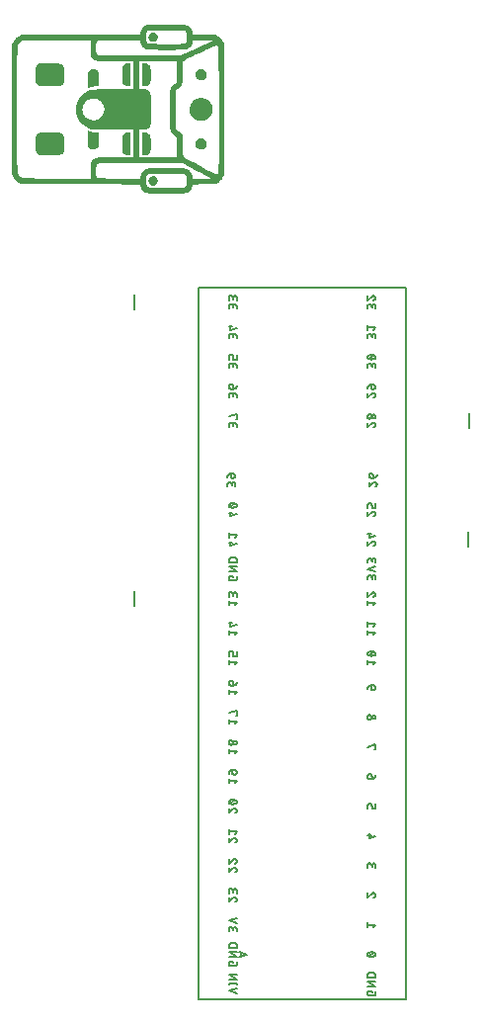
<source format=gbr>
G04 EAGLE Gerber RS-274X export*
G75*
%MOMM*%
%FSLAX34Y34*%
%LPD*%
%INSilkscreen Bottom*%
%IPPOS*%
%AMOC8*
5,1,8,0,0,1.08239X$1,22.5*%
G01*
G04 Define Apertures*
%ADD10C,0.203200*%
%ADD11C,0.127000*%
G36*
X-78223Y715321D02*
X-83451Y715328D01*
X-87561Y715347D01*
X-90554Y715380D01*
X-92428Y715426D01*
X-93068Y715461D01*
X-93671Y715512D01*
X-94238Y715579D01*
X-94769Y715663D01*
X-95264Y715763D01*
X-95723Y715880D01*
X-96145Y716013D01*
X-96532Y716163D01*
X-96895Y716388D01*
X-97249Y716643D01*
X-97592Y716927D01*
X-97926Y717242D01*
X-98250Y717585D01*
X-98564Y717958D01*
X-98868Y718361D01*
X-99162Y718794D01*
X-99434Y719236D01*
X-99669Y719668D01*
X-99868Y720091D01*
X-100031Y720503D01*
X-100157Y720906D01*
X-100248Y721299D01*
X-100302Y721682D01*
X-100320Y722056D01*
X-100345Y722158D01*
X-100422Y722254D01*
X-100549Y722345D01*
X-100728Y722430D01*
X-100957Y722510D01*
X-101237Y722583D01*
X-101569Y722651D01*
X-101951Y722713D01*
X-102868Y722820D01*
X-103990Y722904D01*
X-105315Y722965D01*
X-106844Y723003D01*
X-112079Y723062D01*
X-121260Y723134D01*
X-151459Y723318D01*
X-202388Y723318D01*
X-204703Y724791D01*
X-205217Y725064D01*
X-205709Y725357D01*
X-206178Y725669D01*
X-206623Y726001D01*
X-207046Y726353D01*
X-207445Y726725D01*
X-207822Y727116D01*
X-208175Y727527D01*
X-208509Y727955D01*
X-208826Y728395D01*
X-209127Y728849D01*
X-209412Y729316D01*
X-209680Y729796D01*
X-209931Y730289D01*
X-210166Y730796D01*
X-210385Y731315D01*
X-210436Y731508D01*
X-210485Y731771D01*
X-210576Y732506D01*
X-210656Y733520D01*
X-210727Y734814D01*
X-210788Y736387D01*
X-210839Y738240D01*
X-210880Y740373D01*
X-210911Y742785D01*
X-210957Y749381D01*
X-210990Y758963D01*
X-211010Y771531D01*
X-211016Y787084D01*
X-211010Y799659D01*
X-210990Y810655D01*
X-210957Y820072D01*
X-210911Y827911D01*
X-210852Y834133D01*
X-210779Y838697D01*
X-210738Y840358D01*
X-210694Y841604D01*
X-210646Y842436D01*
X-210621Y842696D01*
X-210595Y842853D01*
X-210421Y843380D01*
X-210214Y843906D01*
X-209974Y844432D01*
X-209701Y844958D01*
X-209395Y845484D01*
X-209056Y846010D01*
X-208685Y846536D01*
X-208280Y847062D01*
X-207853Y847569D01*
X-207412Y848036D01*
X-206958Y848463D01*
X-206492Y848851D01*
X-206011Y849200D01*
X-205518Y849509D01*
X-205012Y849778D01*
X-204492Y850009D01*
X-201967Y851482D01*
X-151249Y851482D01*
X-100320Y851692D01*
X-100320Y852955D01*
X-100302Y853377D01*
X-100248Y853803D01*
X-100157Y854232D01*
X-100031Y854665D01*
X-99868Y855101D01*
X-99669Y855540D01*
X-99434Y855982D01*
X-99162Y856427D01*
X-98868Y856860D01*
X-98564Y857263D01*
X-98250Y857636D01*
X-97926Y857979D01*
X-97592Y858293D01*
X-97249Y858578D01*
X-96895Y858833D01*
X-96532Y859058D01*
X-96145Y859209D01*
X-95723Y859347D01*
X-95264Y859472D01*
X-94769Y859584D01*
X-94238Y859683D01*
X-93671Y859768D01*
X-93068Y859841D01*
X-92428Y859900D01*
X-91627Y859949D01*
X-90541Y859992D01*
X-89168Y860028D01*
X-87509Y860058D01*
X-83333Y860097D01*
X-78012Y860110D01*
X-72613Y860097D01*
X-68411Y860058D01*
X-66758Y860028D01*
X-65405Y859992D01*
X-64351Y859949D01*
X-63597Y859900D01*
X-63006Y859837D01*
X-62446Y859755D01*
X-61915Y859653D01*
X-61413Y859531D01*
X-60941Y859390D01*
X-60499Y859229D01*
X-60086Y859048D01*
X-59703Y858848D01*
X-59292Y858624D01*
X-58901Y858374D01*
X-58529Y858098D01*
X-58177Y857795D01*
X-57845Y857466D01*
X-57533Y857111D01*
X-57240Y856730D01*
X-56967Y856322D01*
X-56721Y855901D01*
X-56507Y855480D01*
X-56326Y855059D01*
X-56178Y854639D01*
X-56063Y854218D01*
X-55981Y853797D01*
X-55932Y853376D01*
X-55915Y852955D01*
X-55915Y851692D01*
X-46234Y851482D01*
X-36343Y851482D01*
X-33818Y850009D01*
X-33292Y849575D01*
X-32766Y849114D01*
X-32240Y848628D01*
X-31713Y848115D01*
X-31214Y847588D01*
X-30766Y847062D01*
X-30372Y846536D01*
X-30030Y846010D01*
X-28557Y843485D01*
X-28557Y731105D01*
X-30030Y728790D01*
X-30372Y728264D01*
X-30766Y727738D01*
X-31214Y727212D01*
X-31713Y726685D01*
X-32240Y726172D01*
X-32766Y725686D01*
X-33292Y725225D01*
X-33818Y724791D01*
X-36343Y723318D01*
X-46024Y723318D01*
X-55915Y723108D01*
X-56126Y721424D01*
X-56190Y721008D01*
X-56277Y720602D01*
X-56387Y720206D01*
X-56520Y719820D01*
X-56676Y719443D01*
X-56856Y719076D01*
X-57058Y718720D01*
X-57283Y718373D01*
X-57531Y718039D01*
X-57803Y717722D01*
X-58097Y717421D01*
X-58414Y717136D01*
X-58755Y716868D01*
X-59118Y716617D01*
X-59504Y716382D01*
X-59914Y716163D01*
X-60252Y716013D01*
X-60637Y715880D01*
X-61068Y715763D01*
X-61545Y715663D01*
X-62067Y715579D01*
X-62636Y715512D01*
X-63251Y715461D01*
X-63912Y715426D01*
X-65833Y715380D01*
X-68858Y715347D01*
X-72988Y715328D01*
X-78223Y715321D01*
G37*
%LPC*%
G36*
X-143252Y728159D02*
X-143252Y734262D01*
X-143289Y735579D01*
X-143298Y736794D01*
X-143276Y737907D01*
X-143225Y738918D01*
X-143145Y739827D01*
X-143139Y739867D01*
X-143035Y740634D01*
X-142918Y741222D01*
X-142895Y741340D01*
X-142792Y741707D01*
X-142725Y741943D01*
X-142626Y742215D01*
X-142513Y742481D01*
X-142245Y742989D01*
X-141921Y743467D01*
X-141542Y743916D01*
X-141106Y744335D01*
X-140614Y744725D01*
X-140067Y745085D01*
X-139463Y745415D01*
X-139079Y745567D01*
X-138661Y745705D01*
X-138211Y745830D01*
X-137727Y745942D01*
X-137211Y746040D01*
X-136662Y746126D01*
X-136080Y746198D01*
X-135465Y746257D01*
X-134702Y746307D01*
X-133676Y746349D01*
X-132387Y746385D01*
X-130835Y746415D01*
X-126942Y746454D01*
X-121996Y746468D01*
X-106423Y746468D01*
X-106423Y770038D01*
X-124522Y770248D01*
X-142620Y770248D01*
X-145987Y771932D01*
X-146709Y772308D01*
X-147401Y772701D01*
X-147991Y773066D01*
X-148064Y773111D01*
X-148697Y773537D01*
X-149300Y773979D01*
X-149874Y774438D01*
X-150418Y774913D01*
X-150933Y775404D01*
X-151421Y775919D01*
X-151887Y776463D01*
X-152329Y777037D01*
X-152748Y777640D01*
X-153144Y778273D01*
X-153332Y778606D01*
X-153518Y778936D01*
X-153868Y779628D01*
X-154195Y780350D01*
X-154576Y781258D01*
X-154879Y782086D01*
X-155102Y782836D01*
X-155185Y783181D01*
X-155247Y783507D01*
X-155339Y784217D01*
X-155394Y784934D01*
X-155405Y785085D01*
X-155408Y785155D01*
X-155444Y786111D01*
X-155458Y787295D01*
X-155444Y788571D01*
X-155405Y789662D01*
X-155403Y789697D01*
X-155339Y790570D01*
X-155247Y791293D01*
X-155185Y791619D01*
X-155102Y791964D01*
X-154879Y792714D01*
X-154576Y793542D01*
X-154394Y793976D01*
X-154195Y794450D01*
X-153868Y795124D01*
X-153518Y795779D01*
X-153144Y796413D01*
X-152748Y797028D01*
X-152329Y797623D01*
X-151887Y798199D01*
X-151421Y798754D01*
X-150933Y799290D01*
X-150418Y799807D01*
X-149874Y800303D01*
X-149300Y800780D01*
X-148697Y801237D01*
X-148064Y801674D01*
X-147401Y802092D01*
X-146868Y802399D01*
X-146709Y802490D01*
X-145987Y802868D01*
X-142620Y804341D01*
X-141599Y804353D01*
X-135404Y804425D01*
X-124522Y804552D01*
X-121995Y804581D01*
X-106423Y804762D01*
X-106423Y828332D01*
X-121996Y828332D01*
X-126942Y828346D01*
X-130835Y828385D01*
X-132387Y828415D01*
X-133676Y828451D01*
X-134702Y828494D01*
X-135465Y828543D01*
X-136080Y828602D01*
X-136662Y828674D01*
X-137211Y828760D01*
X-137727Y828859D01*
X-138211Y828970D01*
X-138661Y829095D01*
X-139079Y829233D01*
X-139463Y829385D01*
X-140067Y829715D01*
X-140614Y830075D01*
X-141106Y830465D01*
X-141542Y830884D01*
X-141921Y831333D01*
X-142245Y831811D01*
X-142513Y832319D01*
X-142626Y832585D01*
X-142725Y832857D01*
X-142895Y833460D01*
X-143035Y834166D01*
X-143145Y834973D01*
X-143225Y835882D01*
X-143273Y836832D01*
X-143276Y836893D01*
X-143298Y838006D01*
X-143289Y839221D01*
X-143252Y840538D01*
X-143252Y846641D01*
X-172294Y846641D01*
X-201546Y846431D01*
X-203019Y845379D01*
X-203341Y845142D01*
X-203677Y844853D01*
X-204025Y844511D01*
X-204387Y844116D01*
X-204722Y843708D01*
X-204992Y843327D01*
X-205196Y842972D01*
X-205334Y842643D01*
X-205411Y842455D01*
X-205484Y842209D01*
X-205552Y841903D01*
X-205617Y841538D01*
X-205734Y840631D01*
X-205834Y839486D01*
X-205918Y838105D01*
X-205985Y836487D01*
X-206036Y834633D01*
X-206071Y832541D01*
X-206117Y826399D01*
X-206120Y825310D01*
X-206150Y816810D01*
X-206169Y803776D01*
X-206176Y787295D01*
X-206169Y769617D01*
X-206150Y755938D01*
X-206121Y747544D01*
X-206117Y746257D01*
X-206071Y740575D01*
X-206033Y738829D01*
X-206008Y738197D01*
X-205972Y737274D01*
X-205913Y736319D01*
X-205899Y736079D01*
X-205888Y735909D01*
X-205872Y735735D01*
X-205871Y735717D01*
X-205853Y735523D01*
X-205815Y735103D01*
X-205781Y734735D01*
X-205740Y734423D01*
X-205661Y733823D01*
X-205654Y733772D01*
X-205651Y733752D01*
X-205578Y733332D01*
X-205533Y733121D01*
X-205508Y733002D01*
X-205507Y732997D01*
X-205498Y732959D01*
X-205413Y732635D01*
X-205323Y732358D01*
X-205315Y732340D01*
X-205226Y732128D01*
X-205216Y732110D01*
X-205197Y732077D01*
X-205143Y731982D01*
X-205124Y731947D01*
X-204887Y731526D01*
X-204735Y731305D01*
X-204598Y731105D01*
X-204441Y730913D01*
X-204256Y730684D01*
X-203861Y730263D01*
X-203440Y729868D01*
X-203019Y729526D01*
X-202598Y729237D01*
X-202177Y729000D01*
X-201816Y728851D01*
X-201362Y728718D01*
X-200816Y728601D01*
X-200178Y728501D01*
X-199448Y728417D01*
X-198626Y728349D01*
X-197712Y728298D01*
X-196706Y728264D01*
X-193562Y728218D01*
X-188340Y728185D01*
X-181040Y728165D01*
X-171662Y728159D01*
X-143252Y728159D01*
G37*
%LPD*%
G36*
X-177976Y807077D02*
X-179635Y807085D01*
X-181139Y807110D01*
X-182489Y807151D01*
X-183684Y807209D01*
X-184725Y807283D01*
X-185611Y807373D01*
X-186343Y807480D01*
X-186920Y807603D01*
X-187402Y807753D01*
X-187847Y807939D01*
X-188256Y808160D01*
X-188630Y808419D01*
X-188967Y808713D01*
X-189268Y809043D01*
X-189532Y809410D01*
X-189761Y809813D01*
X-189813Y809944D01*
X-189866Y810129D01*
X-189971Y810655D01*
X-190077Y811391D01*
X-190182Y812338D01*
X-190274Y813417D01*
X-190340Y814548D01*
X-190379Y815732D01*
X-190392Y816968D01*
X-190384Y818180D01*
X-190359Y819290D01*
X-190318Y820297D01*
X-190261Y821203D01*
X-190187Y822007D01*
X-190096Y822709D01*
X-189989Y823310D01*
X-189866Y823808D01*
X-189713Y824240D01*
X-189518Y824643D01*
X-189279Y825016D01*
X-188998Y825360D01*
X-188674Y825674D01*
X-188307Y825958D01*
X-187898Y826213D01*
X-187446Y826438D01*
X-187306Y826489D01*
X-187097Y826537D01*
X-186473Y826622D01*
X-185572Y826695D01*
X-184394Y826754D01*
X-183007Y826800D01*
X-181474Y826833D01*
X-179797Y826853D01*
X-177976Y826859D01*
X-175828Y826840D01*
X-173911Y826780D01*
X-173039Y826736D01*
X-172225Y826682D01*
X-171467Y826618D01*
X-170768Y826544D01*
X-170126Y826460D01*
X-169541Y826366D01*
X-169014Y826262D01*
X-168545Y826149D01*
X-168133Y826026D01*
X-167779Y825892D01*
X-167482Y825749D01*
X-167243Y825597D01*
X-167039Y825415D01*
X-166848Y825186D01*
X-166671Y824908D01*
X-166506Y824584D01*
X-166355Y824211D01*
X-166217Y823791D01*
X-166092Y823324D01*
X-165980Y822808D01*
X-165881Y822245D01*
X-165796Y821634D01*
X-165724Y820976D01*
X-165664Y820270D01*
X-165618Y819516D01*
X-165585Y818714D01*
X-165566Y817865D01*
X-165559Y816968D01*
X-165566Y816096D01*
X-165585Y815270D01*
X-165618Y814488D01*
X-165664Y813752D01*
X-165724Y813061D01*
X-165796Y812416D01*
X-165881Y811815D01*
X-165980Y811260D01*
X-166092Y810750D01*
X-166217Y810285D01*
X-166355Y809865D01*
X-166506Y809491D01*
X-166671Y809161D01*
X-166848Y808877D01*
X-167039Y808639D01*
X-167243Y808445D01*
X-167482Y808279D01*
X-167779Y808124D01*
X-168133Y807980D01*
X-168545Y807846D01*
X-169014Y807724D01*
X-169541Y807611D01*
X-170126Y807510D01*
X-170768Y807419D01*
X-171467Y807339D01*
X-172225Y807269D01*
X-173039Y807211D01*
X-173911Y807163D01*
X-174841Y807125D01*
X-175828Y807098D01*
X-177976Y807077D01*
G37*
%LPC*%
G36*
X-35291Y731947D02*
X-35074Y731966D01*
X-34844Y732026D01*
X-34601Y732124D01*
X-34344Y732262D01*
X-34101Y732427D01*
X-33897Y732604D01*
X-33732Y732795D01*
X-33608Y732999D01*
X-33581Y733141D01*
X-33555Y733410D01*
X-33502Y734327D01*
X-33450Y735751D01*
X-33397Y737681D01*
X-33292Y743061D01*
X-33187Y750466D01*
X-33187Y787400D01*
X-33200Y797232D01*
X-33239Y806630D01*
X-33305Y815594D01*
X-33397Y824123D01*
X-33404Y828073D01*
X-33423Y831502D01*
X-33456Y834412D01*
X-33502Y836803D01*
X-33561Y838674D01*
X-33634Y840025D01*
X-33675Y840506D01*
X-33719Y840857D01*
X-33767Y841079D01*
X-33792Y841140D01*
X-33818Y841170D01*
X-33943Y841275D01*
X-34107Y841380D01*
X-34311Y841485D01*
X-34555Y841591D01*
X-34811Y841683D01*
X-35054Y841749D01*
X-35285Y841788D01*
X-35502Y841801D01*
X-35681Y841777D01*
X-35955Y841704D01*
X-36791Y841413D01*
X-38007Y840928D01*
X-39605Y840249D01*
X-41585Y839376D01*
X-43946Y838309D01*
X-46688Y837048D01*
X-49812Y835593D01*
X-52929Y834125D01*
X-55652Y832824D01*
X-57980Y831691D01*
X-59914Y830726D01*
X-61453Y829929D01*
X-62597Y829299D01*
X-63347Y828837D01*
X-63574Y828669D01*
X-63702Y828543D01*
X-63802Y828408D01*
X-63892Y828214D01*
X-63973Y827961D01*
X-64044Y827648D01*
X-64105Y827277D01*
X-64156Y826846D01*
X-64197Y826356D01*
X-64228Y825807D01*
X-64274Y824492D01*
X-64307Y822861D01*
X-64327Y820914D01*
X-64333Y818652D01*
X-64341Y816797D01*
X-64366Y815127D01*
X-64407Y813640D01*
X-64465Y812338D01*
X-64539Y811220D01*
X-64629Y810286D01*
X-64736Y809537D01*
X-64859Y808971D01*
X-64934Y808734D01*
X-65025Y808498D01*
X-65047Y808453D01*
X-65260Y808024D01*
X-65565Y807551D01*
X-65938Y807077D01*
X-66380Y806604D01*
X-66891Y806130D01*
X-67472Y805656D01*
X-68121Y805183D01*
X-70226Y803710D01*
X-70226Y770880D01*
X-67490Y768354D01*
X-64544Y765829D01*
X-64333Y756569D01*
X-64228Y754050D01*
X-64215Y753788D01*
X-64123Y751966D01*
X-64017Y750315D01*
X-63912Y749098D01*
X-63794Y748197D01*
X-63725Y747821D01*
X-63649Y747494D01*
X-63567Y747216D01*
X-63478Y746987D01*
X-63383Y746808D01*
X-63281Y746678D01*
X-63103Y746524D01*
X-62832Y746325D01*
X-62012Y745790D01*
X-60820Y745075D01*
X-59256Y744179D01*
X-57321Y743102D01*
X-55014Y741844D01*
X-49286Y738786D01*
X-46236Y737183D01*
X-43558Y735794D01*
X-41251Y734618D01*
X-39316Y733657D01*
X-37752Y732908D01*
X-36560Y732374D01*
X-36104Y732187D01*
X-35740Y732054D01*
X-35469Y731973D01*
X-35291Y731947D01*
G37*
%LPD*%
G36*
X-48712Y777565D02*
X-49251Y777582D01*
X-49779Y777627D01*
X-50297Y777700D01*
X-50804Y777802D01*
X-51300Y777931D01*
X-51785Y778088D01*
X-52260Y778273D01*
X-52724Y778486D01*
X-53177Y778726D01*
X-53620Y778995D01*
X-54052Y779292D01*
X-54473Y779617D01*
X-54884Y779969D01*
X-55284Y780350D01*
X-55698Y780784D01*
X-56099Y781244D01*
X-56487Y781731D01*
X-56862Y782244D01*
X-57198Y782744D01*
X-57467Y783191D01*
X-57671Y783586D01*
X-57809Y783928D01*
X-57952Y784462D01*
X-58066Y785013D01*
X-58150Y785580D01*
X-58204Y786164D01*
X-58228Y786764D01*
X-58224Y787380D01*
X-58189Y788013D01*
X-58125Y788663D01*
X-58031Y789306D01*
X-57908Y789919D01*
X-57755Y790502D01*
X-57572Y791057D01*
X-57360Y791581D01*
X-57119Y792076D01*
X-56847Y792541D01*
X-56546Y792977D01*
X-56170Y793485D01*
X-55777Y793957D01*
X-55368Y794393D01*
X-54942Y794792D01*
X-54500Y795155D01*
X-54041Y795483D01*
X-53566Y795774D01*
X-53074Y796028D01*
X-52563Y796250D01*
X-52028Y796443D01*
X-51471Y796606D01*
X-50891Y796739D01*
X-50287Y796842D01*
X-49661Y796916D01*
X-49011Y796961D01*
X-48339Y796975D01*
X-47667Y796959D01*
X-47017Y796910D01*
X-46391Y796827D01*
X-45787Y796712D01*
X-45207Y796564D01*
X-44650Y796384D01*
X-44115Y796170D01*
X-43604Y795923D01*
X-43112Y795644D01*
X-42637Y795331D01*
X-42178Y794986D01*
X-41736Y794608D01*
X-41310Y794197D01*
X-40901Y793753D01*
X-40508Y793276D01*
X-40131Y792766D01*
X-39750Y792148D01*
X-39447Y791556D01*
X-39326Y791270D01*
X-39224Y790991D01*
X-39142Y790718D01*
X-39079Y790452D01*
X-38987Y789860D01*
X-38921Y789136D01*
X-38882Y788281D01*
X-38869Y787295D01*
X-38882Y786315D01*
X-38921Y785480D01*
X-38987Y784789D01*
X-39079Y784243D01*
X-39145Y783998D01*
X-39237Y783737D01*
X-39355Y783459D01*
X-39500Y783165D01*
X-39868Y782527D01*
X-40342Y781823D01*
X-40691Y781363D01*
X-41054Y780929D01*
X-41431Y780521D01*
X-41822Y780140D01*
X-42226Y779784D01*
X-42645Y779456D01*
X-43078Y779153D01*
X-43525Y778877D01*
X-43986Y778627D01*
X-44460Y778403D01*
X-44949Y778206D01*
X-45452Y778035D01*
X-45969Y777890D01*
X-46499Y777772D01*
X-47044Y777680D01*
X-47602Y777614D01*
X-48163Y777575D01*
X-48712Y777565D01*
G37*
%LPC*%
G36*
X-68963Y746468D02*
X-69125Y753033D01*
X-69384Y763514D01*
X-71699Y765619D01*
X-72698Y766644D01*
X-73593Y767618D01*
X-73974Y768058D01*
X-74277Y768433D01*
X-74500Y768742D01*
X-74645Y768986D01*
X-74698Y769157D01*
X-74750Y769459D01*
X-74803Y769893D01*
X-74856Y770459D01*
X-74961Y771985D01*
X-75066Y774036D01*
X-75158Y776575D01*
X-75188Y777935D01*
X-75224Y779561D01*
X-75263Y782994D01*
X-75276Y786874D01*
X-75270Y790223D01*
X-75250Y793220D01*
X-75217Y795866D01*
X-75171Y798159D01*
X-75112Y800101D01*
X-75044Y801588D01*
X-75040Y801691D01*
X-74954Y802929D01*
X-74927Y803210D01*
X-74907Y803416D01*
X-74856Y803815D01*
X-74795Y804166D01*
X-74717Y804511D01*
X-74624Y804847D01*
X-74514Y805176D01*
X-74387Y805498D01*
X-74244Y805813D01*
X-74084Y806120D01*
X-73909Y806419D01*
X-73716Y806712D01*
X-73507Y806996D01*
X-73282Y807274D01*
X-73040Y807544D01*
X-72782Y807807D01*
X-72508Y808062D01*
X-71909Y808550D01*
X-71502Y808774D01*
X-71120Y809024D01*
X-70765Y809300D01*
X-70436Y809602D01*
X-69594Y810444D01*
X-69542Y811286D01*
X-69384Y813390D01*
X-69292Y814811D01*
X-69226Y816337D01*
X-69187Y817968D01*
X-69173Y819704D01*
X-69173Y828332D01*
X-101372Y828332D01*
X-101372Y804762D01*
X-98426Y804762D01*
X-97809Y804751D01*
X-97222Y804716D01*
X-96665Y804658D01*
X-96137Y804578D01*
X-95639Y804474D01*
X-95170Y804348D01*
X-94732Y804198D01*
X-94322Y804025D01*
X-93942Y803833D01*
X-93592Y803624D01*
X-93272Y803399D01*
X-92981Y803157D01*
X-92719Y802899D01*
X-92487Y802625D01*
X-92285Y802334D01*
X-92112Y802026D01*
X-92036Y801796D01*
X-91964Y801474D01*
X-91898Y801059D01*
X-91836Y800553D01*
X-91728Y799264D01*
X-91639Y797607D01*
X-91570Y795581D01*
X-91545Y794389D01*
X-91521Y793187D01*
X-91519Y793034D01*
X-91491Y790425D01*
X-91481Y787295D01*
X-91491Y784164D01*
X-91521Y781402D01*
X-91570Y779008D01*
X-91639Y776983D01*
X-91728Y775325D01*
X-91836Y774036D01*
X-91898Y773530D01*
X-91964Y773116D01*
X-92036Y772794D01*
X-92112Y772563D01*
X-92333Y772258D01*
X-92573Y771971D01*
X-92619Y771924D01*
X-92833Y771705D01*
X-93112Y771458D01*
X-93411Y771232D01*
X-93730Y771024D01*
X-94069Y770837D01*
X-94427Y770669D01*
X-94812Y770521D01*
X-95230Y770393D01*
X-95680Y770285D01*
X-96164Y770196D01*
X-96680Y770127D01*
X-97229Y770077D01*
X-97811Y770048D01*
X-98073Y770044D01*
X-98426Y770038D01*
X-101372Y770038D01*
X-101372Y746468D01*
X-68963Y746468D01*
G37*
%LPD*%
G36*
X-97163Y807077D02*
X-98847Y807077D01*
X-98847Y826859D01*
X-97163Y826859D01*
X-96747Y826848D01*
X-96341Y826813D01*
X-95945Y826756D01*
X-95559Y826675D01*
X-95182Y826572D01*
X-94815Y826445D01*
X-94459Y826295D01*
X-94112Y826123D01*
X-93781Y825930D01*
X-93474Y825721D01*
X-93189Y825496D01*
X-92928Y825255D01*
X-92689Y824996D01*
X-92474Y824722D01*
X-92282Y824431D01*
X-92112Y824123D01*
X-92060Y823994D01*
X-92007Y823814D01*
X-91902Y823308D01*
X-91797Y822604D01*
X-91692Y821703D01*
X-91599Y820658D01*
X-91534Y819520D01*
X-91494Y818290D01*
X-91481Y816968D01*
X-91494Y815738D01*
X-91534Y814574D01*
X-91599Y813476D01*
X-91692Y812443D01*
X-91797Y811529D01*
X-91902Y810786D01*
X-92007Y810214D01*
X-92112Y809813D01*
X-92282Y809505D01*
X-92474Y809214D01*
X-92689Y808940D01*
X-92928Y808682D01*
X-93189Y808440D01*
X-93474Y808215D01*
X-93781Y808006D01*
X-94112Y807814D01*
X-94459Y807641D01*
X-94815Y807491D01*
X-95182Y807365D01*
X-95559Y807261D01*
X-95945Y807181D01*
X-96341Y807123D01*
X-96747Y807089D01*
X-97163Y807077D01*
G37*
%LPC*%
G36*
X-66017Y833383D02*
X-52758Y839486D01*
X-47497Y842012D01*
X-43078Y844116D01*
X-41315Y844958D01*
X-40026Y845589D01*
X-39211Y846010D01*
X-38981Y846142D01*
X-38869Y846221D01*
X-38852Y846246D01*
X-38851Y846259D01*
X-38853Y846265D01*
X-38856Y846272D01*
X-38921Y846319D01*
X-39066Y846364D01*
X-39290Y846405D01*
X-39974Y846477D01*
X-40973Y846536D01*
X-42223Y846582D01*
X-43656Y846615D01*
X-45274Y846635D01*
X-47076Y846641D01*
X-55915Y846641D01*
X-55915Y845379D01*
X-55932Y844958D01*
X-55981Y844537D01*
X-56063Y844116D01*
X-56178Y843695D01*
X-56326Y843274D01*
X-56507Y842853D01*
X-56721Y842432D01*
X-56967Y842012D01*
X-57240Y841604D01*
X-57533Y841222D01*
X-57845Y840867D01*
X-58177Y840538D01*
X-58529Y840236D01*
X-58901Y839960D01*
X-59292Y839710D01*
X-59703Y839486D01*
X-60086Y839286D01*
X-60499Y839105D01*
X-60941Y838944D01*
X-61413Y838802D01*
X-61915Y838681D01*
X-62446Y838579D01*
X-63006Y838496D01*
X-63597Y838434D01*
X-64351Y838385D01*
X-65405Y838342D01*
X-66758Y838306D01*
X-68411Y838276D01*
X-72613Y838237D01*
X-78012Y838223D01*
X-83333Y838237D01*
X-87509Y838276D01*
X-89168Y838306D01*
X-90541Y838342D01*
X-91627Y838385D01*
X-92428Y838434D01*
X-93068Y838493D01*
X-93671Y838565D01*
X-94238Y838651D01*
X-94769Y838750D01*
X-95264Y838861D01*
X-95723Y838986D01*
X-96145Y839124D01*
X-96532Y839276D01*
X-96895Y839501D01*
X-97249Y839756D01*
X-97592Y840040D01*
X-97926Y840354D01*
X-98227Y840674D01*
X-98250Y840698D01*
X-98564Y841071D01*
X-98868Y841474D01*
X-99162Y841906D01*
X-99434Y842352D01*
X-99669Y842794D01*
X-99868Y843233D01*
X-100031Y843669D01*
X-100157Y844101D01*
X-100248Y844530D01*
X-100302Y844956D01*
X-100320Y845379D01*
X-100320Y846641D01*
X-118629Y846641D01*
X-124423Y846635D01*
X-128967Y846615D01*
X-132262Y846582D01*
X-134307Y846536D01*
X-134980Y846502D01*
X-135577Y846451D01*
X-136098Y846383D01*
X-136543Y846299D01*
X-136913Y846199D01*
X-137208Y846082D01*
X-137426Y845949D01*
X-137569Y845800D01*
X-137696Y845653D01*
X-137814Y845477D01*
X-137923Y845272D01*
X-137960Y845186D01*
X-138023Y845037D01*
X-138114Y844772D01*
X-138196Y844478D01*
X-138269Y844154D01*
X-138332Y843800D01*
X-138433Y843005D01*
X-138497Y842091D01*
X-138525Y841058D01*
X-138516Y839907D01*
X-138479Y838759D01*
X-138418Y837737D01*
X-138334Y836839D01*
X-138227Y836066D01*
X-138097Y835419D01*
X-137944Y834896D01*
X-137859Y834681D01*
X-137768Y834498D01*
X-137672Y834346D01*
X-137569Y834225D01*
X-137471Y834148D01*
X-137333Y834075D01*
X-137155Y834007D01*
X-136938Y833942D01*
X-136386Y833825D01*
X-135675Y833725D01*
X-134807Y833641D01*
X-133781Y833574D01*
X-132598Y833523D01*
X-131256Y833488D01*
X-127257Y833442D01*
X-120944Y833409D01*
X-114249Y833394D01*
X-112316Y833390D01*
X-105702Y833386D01*
X-101372Y833383D01*
X-66017Y833383D01*
G37*
G36*
X-100320Y728159D02*
X-100320Y729632D01*
X-100302Y730056D01*
X-100248Y730487D01*
X-100157Y730924D01*
X-100103Y731115D01*
X-100031Y731368D01*
X-99868Y731818D01*
X-99669Y732275D01*
X-99434Y732739D01*
X-99162Y733209D01*
X-98868Y733666D01*
X-98564Y734091D01*
X-98250Y734482D01*
X-97926Y734840D01*
X-97592Y735166D01*
X-97249Y735459D01*
X-96895Y735718D01*
X-96532Y735945D01*
X-96145Y736144D01*
X-95723Y736320D01*
X-95264Y736473D01*
X-94769Y736603D01*
X-94238Y736710D01*
X-93671Y736794D01*
X-93068Y736854D01*
X-92428Y736892D01*
X-90541Y736938D01*
X-87509Y736971D01*
X-83333Y736991D01*
X-78012Y736997D01*
X-73211Y736991D01*
X-69331Y736971D01*
X-66372Y736938D01*
X-64333Y736892D01*
X-63577Y736858D01*
X-62886Y736807D01*
X-62261Y736739D01*
X-61702Y736655D01*
X-61209Y736555D01*
X-60782Y736438D01*
X-60420Y736305D01*
X-60124Y736156D01*
X-59713Y735934D01*
X-59322Y735689D01*
X-58950Y735421D01*
X-58598Y735130D01*
X-58266Y734816D01*
X-57954Y734479D01*
X-57661Y734119D01*
X-57388Y733735D01*
X-57135Y733336D01*
X-56902Y732927D01*
X-56688Y732507D01*
X-56494Y732078D01*
X-56320Y731639D01*
X-56165Y731190D01*
X-56030Y730732D01*
X-55915Y730263D01*
X-55705Y728159D01*
X-42341Y728159D01*
X-41374Y728172D01*
X-40684Y728211D01*
X-40442Y728241D01*
X-40270Y728277D01*
X-40166Y728320D01*
X-40131Y728369D01*
X-43814Y730368D01*
X-47787Y732499D01*
X-52338Y734893D01*
X-64544Y741417D01*
X-100741Y741417D01*
X-112309Y741410D01*
X-121339Y741391D01*
X-127830Y741358D01*
X-131782Y741312D01*
X-133046Y741277D01*
X-134156Y741226D01*
X-135111Y741159D01*
X-135912Y741075D01*
X-136558Y740975D01*
X-137050Y740858D01*
X-137238Y740793D01*
X-137387Y740725D01*
X-137498Y740652D01*
X-137569Y740575D01*
X-137672Y740428D01*
X-137768Y740251D01*
X-137859Y740044D01*
X-137944Y739806D01*
X-138097Y739238D01*
X-138227Y738549D01*
X-138334Y737739D01*
X-138418Y736807D01*
X-138479Y735753D01*
X-138516Y734577D01*
X-138525Y733405D01*
X-138497Y732361D01*
X-138433Y731445D01*
X-138399Y731184D01*
X-138332Y730658D01*
X-138269Y730312D01*
X-138196Y729998D01*
X-138114Y729717D01*
X-138023Y729467D01*
X-137923Y729250D01*
X-137814Y729064D01*
X-137696Y728911D01*
X-137569Y728790D01*
X-137420Y728690D01*
X-137181Y728599D01*
X-136854Y728519D01*
X-136438Y728448D01*
X-135934Y728387D01*
X-135340Y728336D01*
X-134658Y728295D01*
X-133887Y728264D01*
X-131710Y728218D01*
X-128441Y728185D01*
X-124081Y728165D01*
X-118629Y728159D01*
X-100320Y728159D01*
G37*
G36*
X-78012Y720161D02*
X-73415Y720168D01*
X-69726Y720188D01*
X-66944Y720221D01*
X-65070Y720267D01*
X-64394Y720301D01*
X-63787Y720352D01*
X-63250Y720420D01*
X-62781Y720503D01*
X-62382Y720604D01*
X-62051Y720720D01*
X-61790Y720854D01*
X-61597Y721003D01*
X-61495Y721122D01*
X-61400Y721268D01*
X-61311Y721441D01*
X-61229Y721641D01*
X-61084Y722123D01*
X-60966Y722713D01*
X-60874Y723412D01*
X-60808Y724219D01*
X-60769Y725135D01*
X-60755Y726159D01*
X-60769Y727184D01*
X-60808Y728099D01*
X-60874Y728907D01*
X-60966Y729605D01*
X-61084Y730196D01*
X-61229Y730677D01*
X-61311Y730878D01*
X-61400Y731051D01*
X-61495Y731197D01*
X-61597Y731315D01*
X-61790Y731416D01*
X-62051Y731506D01*
X-62382Y731587D01*
X-62781Y731657D01*
X-63250Y731718D01*
X-63787Y731769D01*
X-64394Y731810D01*
X-65070Y731841D01*
X-66944Y731887D01*
X-69726Y731920D01*
X-73415Y731940D01*
X-78012Y731947D01*
X-82958Y731940D01*
X-86851Y731920D01*
X-89692Y731887D01*
X-91481Y731841D01*
X-92083Y731807D01*
X-92625Y731756D01*
X-93109Y731689D01*
X-93533Y731605D01*
X-93898Y731504D01*
X-94204Y731388D01*
X-94450Y731254D01*
X-94638Y731105D01*
X-94740Y730988D01*
X-94835Y730848D01*
X-94924Y730686D01*
X-95006Y730500D01*
X-95151Y730059D01*
X-95269Y729526D01*
X-95361Y728875D01*
X-95427Y728080D01*
X-95466Y727139D01*
X-95480Y726054D01*
X-95473Y725491D01*
X-95453Y724959D01*
X-95420Y724458D01*
X-95374Y723989D01*
X-95315Y723551D01*
X-95310Y723521D01*
X-95243Y723144D01*
X-95157Y722768D01*
X-95059Y722424D01*
X-94947Y722111D01*
X-94822Y721829D01*
X-94684Y721578D01*
X-94533Y721358D01*
X-94368Y721170D01*
X-94191Y721013D01*
X-94000Y720887D01*
X-93796Y720793D01*
X-93537Y720716D01*
X-93181Y720645D01*
X-92728Y720578D01*
X-92178Y720517D01*
X-90787Y720408D01*
X-89008Y720319D01*
X-86841Y720250D01*
X-84286Y720201D01*
X-81343Y720171D01*
X-78012Y720161D01*
G37*
%LPD*%
G36*
X-89587Y722056D02*
X-89909Y722075D01*
X-90245Y722134D01*
X-90593Y722233D01*
X-90955Y722371D01*
X-91317Y722549D01*
X-91665Y722766D01*
X-92001Y723022D01*
X-92323Y723318D01*
X-92744Y723976D01*
X-93165Y724686D01*
X-93349Y725048D01*
X-93480Y725396D01*
X-93559Y725732D01*
X-93579Y725895D01*
X-93586Y726054D01*
X-93566Y726419D01*
X-93507Y726777D01*
X-93408Y727129D01*
X-93270Y727475D01*
X-93092Y727813D01*
X-92875Y728145D01*
X-92619Y728471D01*
X-92323Y728790D01*
X-92004Y729086D01*
X-91678Y729342D01*
X-91346Y729559D01*
X-91008Y729737D01*
X-90662Y729875D01*
X-90310Y729974D01*
X-89952Y730033D01*
X-89587Y730053D01*
X-89252Y730043D01*
X-88931Y730015D01*
X-88624Y729968D01*
X-88331Y729901D01*
X-88052Y729816D01*
X-87787Y729712D01*
X-87536Y729589D01*
X-87298Y729448D01*
X-87075Y729287D01*
X-86866Y729107D01*
X-86671Y728909D01*
X-86489Y728691D01*
X-86322Y728455D01*
X-86169Y728200D01*
X-86030Y727925D01*
X-85904Y727632D01*
X-85797Y727332D01*
X-85712Y727036D01*
X-85649Y726743D01*
X-85608Y726455D01*
X-85590Y726171D01*
X-85593Y725891D01*
X-85619Y725615D01*
X-85667Y725344D01*
X-85738Y725076D01*
X-85830Y724813D01*
X-85945Y724553D01*
X-86082Y724298D01*
X-86241Y724047D01*
X-86422Y723800D01*
X-86626Y723557D01*
X-86851Y723318D01*
X-87081Y723022D01*
X-87351Y722766D01*
X-87660Y722549D01*
X-88009Y722371D01*
X-88384Y722233D01*
X-88772Y722134D01*
X-89173Y722075D01*
X-89587Y722056D01*
G37*
%LPC*%
G36*
X-78012Y843274D02*
X-73415Y843281D01*
X-69726Y843301D01*
X-66944Y843333D01*
X-65070Y843380D01*
X-64394Y843414D01*
X-63787Y843465D01*
X-63250Y843532D01*
X-62781Y843616D01*
X-62382Y843717D01*
X-62051Y843833D01*
X-61790Y843966D01*
X-61597Y844116D01*
X-61495Y844234D01*
X-61400Y844379D01*
X-61311Y844550D01*
X-61229Y844747D01*
X-61084Y845221D01*
X-60966Y845800D01*
X-60874Y846484D01*
X-60808Y847273D01*
X-60769Y848167D01*
X-60755Y849167D01*
X-60772Y850166D01*
X-60821Y851061D01*
X-60903Y851850D01*
X-61019Y852534D01*
X-61088Y852837D01*
X-61167Y853113D01*
X-61253Y853363D01*
X-61347Y853586D01*
X-61450Y853784D01*
X-61561Y853955D01*
X-61680Y854099D01*
X-61808Y854218D01*
X-61998Y854367D01*
X-62255Y854500D01*
X-62577Y854617D01*
X-62965Y854717D01*
X-63419Y854801D01*
X-63939Y854869D01*
X-64524Y854920D01*
X-65175Y854954D01*
X-67016Y855000D01*
X-69805Y855033D01*
X-73540Y855053D01*
X-78223Y855059D01*
X-83162Y855053D01*
X-87035Y855033D01*
X-89843Y855000D01*
X-91586Y854954D01*
X-92163Y854920D01*
X-92685Y854869D01*
X-93150Y854801D01*
X-93559Y854717D01*
X-93913Y854617D01*
X-94210Y854500D01*
X-94452Y854367D01*
X-94638Y854218D01*
X-94740Y854101D01*
X-94835Y853961D01*
X-94924Y853798D01*
X-95006Y853613D01*
X-95151Y853172D01*
X-95269Y852639D01*
X-95361Y851988D01*
X-95427Y851192D01*
X-95466Y850252D01*
X-95480Y849167D01*
X-95473Y848579D01*
X-95453Y848024D01*
X-95420Y847503D01*
X-95374Y847016D01*
X-95315Y846563D01*
X-95243Y846143D01*
X-95157Y845757D01*
X-95059Y845405D01*
X-94947Y845087D01*
X-94822Y844802D01*
X-94684Y844551D01*
X-94533Y844333D01*
X-94505Y844303D01*
X-94368Y844149D01*
X-94191Y843999D01*
X-94000Y843883D01*
X-93796Y843800D01*
X-93537Y843737D01*
X-93181Y843677D01*
X-92728Y843622D01*
X-92178Y843570D01*
X-90787Y843480D01*
X-89008Y843406D01*
X-86841Y843348D01*
X-84286Y843307D01*
X-81343Y843282D01*
X-78012Y843274D01*
G37*
%LPD*%
G36*
X-89750Y845214D02*
X-90026Y845232D01*
X-90297Y845274D01*
X-90565Y845338D01*
X-90828Y845425D01*
X-91088Y845535D01*
X-91343Y845668D01*
X-91594Y845824D01*
X-91841Y846004D01*
X-92084Y846206D01*
X-92323Y846431D01*
X-92744Y847089D01*
X-93165Y847799D01*
X-93349Y848161D01*
X-93480Y848509D01*
X-93559Y848845D01*
X-93579Y849007D01*
X-93586Y849167D01*
X-93566Y849532D01*
X-93507Y849890D01*
X-93408Y850242D01*
X-93270Y850587D01*
X-93092Y850926D01*
X-92875Y851258D01*
X-92619Y851584D01*
X-92323Y851903D01*
X-92004Y852199D01*
X-91678Y852455D01*
X-91346Y852672D01*
X-91008Y852850D01*
X-90662Y852988D01*
X-90310Y853086D01*
X-89952Y853146D01*
X-89587Y853165D01*
X-89222Y853146D01*
X-88864Y853086D01*
X-88512Y852988D01*
X-88166Y852850D01*
X-87828Y852672D01*
X-87496Y852455D01*
X-87170Y852199D01*
X-86851Y851903D01*
X-86555Y851584D01*
X-86299Y851258D01*
X-86082Y850926D01*
X-85904Y850587D01*
X-85766Y850242D01*
X-85667Y849890D01*
X-85608Y849532D01*
X-85588Y849167D01*
X-85598Y848857D01*
X-85626Y848559D01*
X-85674Y848272D01*
X-85740Y847996D01*
X-85825Y847732D01*
X-85929Y847480D01*
X-86052Y847239D01*
X-86194Y847010D01*
X-86354Y846792D01*
X-86534Y846586D01*
X-86732Y846391D01*
X-86950Y846207D01*
X-87186Y846036D01*
X-87441Y845875D01*
X-87716Y845727D01*
X-88009Y845589D01*
X-88309Y845469D01*
X-88605Y845372D01*
X-88898Y845298D01*
X-89186Y845247D01*
X-89470Y845219D01*
X-89750Y845214D01*
G37*
%LPC*%
G36*
X-140371Y777996D02*
X-140009Y778006D01*
X-139652Y778033D01*
X-139300Y778074D01*
X-138954Y778130D01*
X-138613Y778202D01*
X-138277Y778289D01*
X-137947Y778391D01*
X-137622Y778509D01*
X-137302Y778641D01*
X-136988Y778789D01*
X-136376Y779130D01*
X-135785Y779532D01*
X-135215Y779995D01*
X-134667Y780518D01*
X-134140Y781103D01*
X-133634Y781748D01*
X-133150Y782454D01*
X-132709Y783189D01*
X-132629Y783345D01*
X-132335Y783918D01*
X-132025Y784642D01*
X-131896Y785002D01*
X-131782Y785361D01*
X-131685Y785719D01*
X-131605Y786076D01*
X-131540Y786431D01*
X-131493Y786785D01*
X-131461Y787138D01*
X-131447Y787490D01*
X-131448Y787840D01*
X-131466Y788189D01*
X-131501Y788537D01*
X-131552Y788884D01*
X-131619Y789229D01*
X-131703Y789574D01*
X-131803Y789917D01*
X-131920Y790258D01*
X-132053Y790599D01*
X-132203Y790938D01*
X-132552Y791613D01*
X-132966Y792283D01*
X-133446Y792948D01*
X-133992Y793608D01*
X-134444Y794064D01*
X-134558Y794167D01*
X-134906Y794483D01*
X-135378Y794866D01*
X-135860Y795213D01*
X-136351Y795524D01*
X-136853Y795798D01*
X-137364Y796037D01*
X-137885Y796239D01*
X-138416Y796405D01*
X-138957Y796535D01*
X-139508Y796629D01*
X-140069Y796686D01*
X-140639Y796707D01*
X-141219Y796693D01*
X-141810Y796642D01*
X-142410Y796555D01*
X-143004Y796435D01*
X-143577Y796285D01*
X-143840Y796200D01*
X-144129Y796106D01*
X-144659Y795897D01*
X-145168Y795658D01*
X-145655Y795391D01*
X-146121Y795093D01*
X-146566Y794766D01*
X-146990Y794409D01*
X-147391Y794023D01*
X-147772Y793607D01*
X-148131Y793161D01*
X-148469Y792686D01*
X-148786Y792181D01*
X-149081Y791647D01*
X-149355Y791083D01*
X-149538Y790643D01*
X-149552Y790611D01*
X-149723Y790142D01*
X-149868Y789677D01*
X-149986Y789215D01*
X-150078Y788756D01*
X-150144Y788301D01*
X-150183Y787849D01*
X-150196Y787400D01*
X-150183Y786951D01*
X-150144Y786499D01*
X-150078Y786044D01*
X-149986Y785585D01*
X-149868Y785123D01*
X-149723Y784658D01*
X-149552Y784189D01*
X-149355Y783717D01*
X-149134Y783204D01*
X-148894Y782718D01*
X-148728Y782422D01*
X-148634Y782257D01*
X-148355Y781823D01*
X-148056Y781415D01*
X-147737Y781034D01*
X-147398Y780679D01*
X-147040Y780350D01*
X-146661Y780044D01*
X-146264Y779758D01*
X-145846Y779492D01*
X-145409Y779245D01*
X-144952Y779018D01*
X-144475Y778811D01*
X-143978Y778624D01*
X-143462Y778456D01*
X-142657Y778250D01*
X-142263Y778169D01*
X-141874Y778104D01*
X-141490Y778054D01*
X-141112Y778019D01*
X-140739Y778000D01*
X-140619Y777998D01*
X-140371Y777996D01*
G37*
%LPD*%
G36*
X-177976Y747941D02*
X-178362Y747942D01*
X-179052Y747945D01*
X-179635Y747947D01*
X-181139Y747967D01*
X-182489Y748000D01*
X-183684Y748046D01*
X-184725Y748105D01*
X-185231Y748147D01*
X-185611Y748178D01*
X-186343Y748263D01*
X-186920Y748362D01*
X-187402Y748487D01*
X-187847Y748651D01*
X-188256Y748855D01*
X-188630Y749098D01*
X-188779Y749224D01*
X-188967Y749381D01*
X-189268Y749703D01*
X-189532Y750065D01*
X-189761Y750466D01*
X-189813Y750598D01*
X-189866Y750782D01*
X-189956Y751234D01*
X-189971Y751307D01*
X-189971Y751308D01*
X-190077Y752045D01*
X-190159Y752791D01*
X-190182Y752992D01*
X-190254Y753844D01*
X-190274Y754070D01*
X-190340Y755201D01*
X-190379Y756385D01*
X-190392Y757621D01*
X-190384Y758833D01*
X-190359Y759943D01*
X-190318Y760951D01*
X-190261Y761857D01*
X-190187Y762661D01*
X-190120Y763176D01*
X-190096Y763363D01*
X-189989Y763963D01*
X-189866Y764461D01*
X-189713Y764893D01*
X-189518Y765296D01*
X-189279Y765669D01*
X-188998Y766013D01*
X-188674Y766327D01*
X-188307Y766612D01*
X-187898Y766866D01*
X-187715Y766957D01*
X-187446Y767092D01*
X-187306Y767144D01*
X-187097Y767197D01*
X-186473Y767302D01*
X-185572Y767407D01*
X-184394Y767513D01*
X-183007Y767605D01*
X-181474Y767670D01*
X-179797Y767710D01*
X-177976Y767723D01*
X-177854Y767722D01*
X-176114Y767704D01*
X-175828Y767702D01*
X-174841Y767675D01*
X-173911Y767638D01*
X-173328Y767605D01*
X-173175Y767597D01*
X-173039Y767589D01*
X-172225Y767531D01*
X-171467Y767461D01*
X-170768Y767381D01*
X-170126Y767290D01*
X-169541Y767189D01*
X-169014Y767076D01*
X-168545Y766954D01*
X-168133Y766820D01*
X-167779Y766676D01*
X-167746Y766658D01*
X-167482Y766521D01*
X-167243Y766355D01*
X-167039Y766161D01*
X-166848Y765923D01*
X-166671Y765639D01*
X-166506Y765309D01*
X-166355Y764935D01*
X-166217Y764515D01*
X-166092Y764050D01*
X-165980Y763540D01*
X-165881Y762985D01*
X-165796Y762385D01*
X-165724Y761739D01*
X-165680Y761229D01*
X-165664Y761048D01*
X-165618Y760312D01*
X-165585Y759530D01*
X-165566Y758704D01*
X-165559Y757832D01*
X-165566Y756935D01*
X-165585Y756086D01*
X-165618Y755284D01*
X-165632Y755068D01*
X-165664Y754536D01*
X-165664Y754530D01*
X-165724Y753824D01*
X-165796Y753166D01*
X-165881Y752555D01*
X-165980Y751992D01*
X-166092Y751476D01*
X-166217Y751009D01*
X-166355Y750589D01*
X-166506Y750216D01*
X-166671Y749892D01*
X-166848Y749615D01*
X-167039Y749385D01*
X-167243Y749203D01*
X-167482Y749051D01*
X-167779Y748908D01*
X-168133Y748774D01*
X-168545Y748651D01*
X-169014Y748538D01*
X-169541Y748434D01*
X-170126Y748340D01*
X-170768Y748256D01*
X-171467Y748182D01*
X-172225Y748118D01*
X-173039Y748064D01*
X-173911Y748020D01*
X-175828Y747961D01*
X-177976Y747941D01*
G37*
G36*
X-145777Y805814D02*
X-145777Y811917D01*
X-145770Y813667D01*
X-145751Y815127D01*
X-145718Y816297D01*
X-145672Y817179D01*
X-145637Y817537D01*
X-145586Y817876D01*
X-145519Y818195D01*
X-145435Y818494D01*
X-145335Y818773D01*
X-145218Y819033D01*
X-145085Y819273D01*
X-144935Y819494D01*
X-144710Y819944D01*
X-144455Y820348D01*
X-144171Y820707D01*
X-143857Y821019D01*
X-143513Y821286D01*
X-143140Y821506D01*
X-142737Y821680D01*
X-142305Y821808D01*
X-141852Y821894D01*
X-141390Y821940D01*
X-140919Y821947D01*
X-140437Y821914D01*
X-139945Y821841D01*
X-139444Y821730D01*
X-138932Y821578D01*
X-138411Y821388D01*
X-138059Y821164D01*
X-137740Y820914D01*
X-137454Y820638D01*
X-137201Y820335D01*
X-136981Y820006D01*
X-136793Y819651D01*
X-136639Y819270D01*
X-136517Y818862D01*
X-136419Y818395D01*
X-136333Y817836D01*
X-136261Y817185D01*
X-136202Y816442D01*
X-136155Y815607D01*
X-136123Y814679D01*
X-136103Y813660D01*
X-136096Y812549D01*
X-136096Y807077D01*
X-138411Y807077D01*
X-139050Y807060D01*
X-139411Y807051D01*
X-140726Y806972D01*
X-141436Y806899D01*
X-142094Y806788D01*
X-142699Y806636D01*
X-143252Y806446D01*
X-145777Y805814D01*
G37*
G36*
X-140937Y752781D02*
X-141206Y752794D01*
X-141489Y752834D01*
X-141785Y752899D01*
X-142094Y752992D01*
X-142416Y753110D01*
X-142752Y753255D01*
X-143100Y753426D01*
X-143462Y753623D01*
X-143814Y753837D01*
X-144133Y754057D01*
X-144224Y754129D01*
X-144284Y754177D01*
X-144419Y754284D01*
X-144672Y754517D01*
X-144892Y754757D01*
X-145080Y755004D01*
X-145234Y755257D01*
X-145356Y755517D01*
X-145407Y755648D01*
X-145455Y755833D01*
X-145540Y756359D01*
X-145613Y757095D01*
X-145672Y758042D01*
X-145718Y759121D01*
X-145751Y760252D01*
X-145770Y761436D01*
X-145777Y762672D01*
X-145777Y768986D01*
X-143462Y768354D01*
X-143242Y768254D01*
X-143002Y768164D01*
X-142742Y768083D01*
X-142462Y768012D01*
X-141844Y767901D01*
X-141517Y767867D01*
X-141147Y767828D01*
X-140172Y767772D01*
X-139779Y767749D01*
X-138622Y767723D01*
X-136096Y767723D01*
X-136096Y762251D01*
X-136103Y761120D01*
X-136123Y760042D01*
X-136155Y759016D01*
X-136202Y758042D01*
X-136261Y757174D01*
X-136284Y756944D01*
X-136292Y756864D01*
X-136333Y756464D01*
X-136419Y755912D01*
X-136517Y755517D01*
X-136685Y755257D01*
X-136872Y755004D01*
X-137079Y754757D01*
X-137306Y754517D01*
X-137553Y754284D01*
X-137819Y754057D01*
X-138105Y753837D01*
X-138411Y753623D01*
X-138727Y753426D01*
X-139043Y753255D01*
X-139358Y753110D01*
X-139674Y752992D01*
X-139990Y752899D01*
X-140305Y752834D01*
X-140621Y752794D01*
X-140937Y752781D01*
G37*
G36*
X-108738Y747941D02*
X-110632Y747941D01*
X-111000Y747952D01*
X-111369Y747987D01*
X-111737Y748044D01*
X-112105Y748125D01*
X-112473Y748229D01*
X-112842Y748355D01*
X-113210Y748505D01*
X-113578Y748677D01*
X-113933Y748866D01*
X-114262Y749065D01*
X-114565Y749274D01*
X-114841Y749493D01*
X-115091Y749721D01*
X-115314Y749960D01*
X-115512Y750208D01*
X-115683Y750466D01*
X-115781Y750856D01*
X-115867Y751393D01*
X-115939Y752079D01*
X-115998Y752913D01*
X-116044Y753894D01*
X-116077Y755024D01*
X-116097Y756301D01*
X-116104Y757727D01*
X-116097Y759152D01*
X-116077Y760430D01*
X-116044Y761559D01*
X-115998Y762541D01*
X-115939Y763374D01*
X-115884Y763902D01*
X-115873Y764004D01*
X-115867Y764060D01*
X-115781Y764598D01*
X-115683Y764987D01*
X-115513Y765247D01*
X-115321Y765500D01*
X-115106Y765747D01*
X-114867Y765987D01*
X-114606Y766220D01*
X-114321Y766447D01*
X-114014Y766667D01*
X-113683Y766881D01*
X-113337Y767079D01*
X-112980Y767249D01*
X-112613Y767394D01*
X-112237Y767513D01*
X-111850Y767605D01*
X-111454Y767670D01*
X-111048Y767710D01*
X-110632Y767723D01*
X-108738Y767723D01*
X-108738Y747941D01*
G37*
G36*
X-108738Y807077D02*
X-110632Y807077D01*
X-111000Y807090D01*
X-111369Y807130D01*
X-111737Y807195D01*
X-112105Y807287D01*
X-112473Y807406D01*
X-112842Y807551D01*
X-113210Y807722D01*
X-113578Y807919D01*
X-113933Y808133D01*
X-114262Y808353D01*
X-114565Y808580D01*
X-114841Y808813D01*
X-115091Y809053D01*
X-115314Y809300D01*
X-115512Y809553D01*
X-115683Y809813D01*
X-115781Y810155D01*
X-115867Y810655D01*
X-115939Y811312D01*
X-115998Y812128D01*
X-116044Y813101D01*
X-116077Y814232D01*
X-116097Y815521D01*
X-116104Y816968D01*
X-116097Y818415D01*
X-116077Y819704D01*
X-116044Y820835D01*
X-115998Y821808D01*
X-115939Y822624D01*
X-115867Y823282D01*
X-115827Y823513D01*
X-115781Y823781D01*
X-115683Y824123D01*
X-115513Y824431D01*
X-115321Y824722D01*
X-115106Y824996D01*
X-114867Y825255D01*
X-114606Y825496D01*
X-114321Y825721D01*
X-114014Y825930D01*
X-113683Y826123D01*
X-113337Y826295D01*
X-112980Y826445D01*
X-112733Y826530D01*
X-112613Y826572D01*
X-112237Y826675D01*
X-111850Y826756D01*
X-111454Y826813D01*
X-111048Y826848D01*
X-110632Y826859D01*
X-108738Y826859D01*
X-108738Y807077D01*
G37*
G36*
X-97163Y747941D02*
X-98847Y747941D01*
X-98847Y767723D01*
X-97163Y767723D01*
X-96747Y767710D01*
X-96341Y767670D01*
X-95945Y767605D01*
X-95559Y767513D01*
X-95182Y767394D01*
X-94815Y767249D01*
X-94459Y767079D01*
X-94112Y766881D01*
X-93781Y766667D01*
X-93474Y766447D01*
X-93189Y766220D01*
X-92928Y765987D01*
X-92689Y765747D01*
X-92474Y765500D01*
X-92282Y765247D01*
X-92112Y764987D01*
X-92007Y764586D01*
X-91902Y764014D01*
X-91797Y763271D01*
X-91692Y762357D01*
X-91599Y761324D01*
X-91534Y760226D01*
X-91494Y759062D01*
X-91481Y757832D01*
X-91494Y756510D01*
X-91534Y755280D01*
X-91599Y754142D01*
X-91692Y753097D01*
X-91797Y752183D01*
X-91902Y751439D01*
X-92007Y750867D01*
X-92112Y750466D01*
X-92282Y750208D01*
X-92474Y749960D01*
X-92689Y749721D01*
X-92928Y749493D01*
X-93103Y749347D01*
X-93189Y749274D01*
X-93474Y749065D01*
X-93781Y748866D01*
X-94112Y748677D01*
X-94459Y748505D01*
X-94815Y748355D01*
X-95182Y748229D01*
X-95559Y748125D01*
X-95945Y748044D01*
X-96341Y747987D01*
X-96747Y747952D01*
X-97163Y747941D01*
G37*
G36*
X-48549Y752781D02*
X-48817Y752794D01*
X-49095Y752834D01*
X-49383Y752899D01*
X-49681Y752992D01*
X-49988Y753110D01*
X-50305Y753255D01*
X-50633Y753426D01*
X-50970Y753623D01*
X-51300Y753837D01*
X-51608Y754057D01*
X-51892Y754284D01*
X-52153Y754517D01*
X-52392Y754757D01*
X-52607Y755004D01*
X-52800Y755257D01*
X-52969Y755517D01*
X-53091Y755807D01*
X-53192Y756097D01*
X-53275Y756389D01*
X-53337Y756681D01*
X-53380Y756974D01*
X-53403Y757268D01*
X-53406Y757563D01*
X-53390Y757858D01*
X-53354Y758155D01*
X-53298Y758452D01*
X-53222Y758750D01*
X-53127Y759049D01*
X-53012Y759348D01*
X-52877Y759649D01*
X-52722Y759950D01*
X-52548Y760252D01*
X-52360Y760545D01*
X-52163Y760819D01*
X-51959Y761075D01*
X-51746Y761311D01*
X-51524Y761528D01*
X-51295Y761727D01*
X-51058Y761906D01*
X-50812Y762067D01*
X-50558Y762209D01*
X-50295Y762332D01*
X-50025Y762436D01*
X-49746Y762521D01*
X-49459Y762587D01*
X-49164Y762634D01*
X-48861Y762663D01*
X-48549Y762672D01*
X-48081Y762649D01*
X-47622Y762580D01*
X-47173Y762465D01*
X-46734Y762304D01*
X-46305Y762097D01*
X-45886Y761844D01*
X-45477Y761544D01*
X-45077Y761199D01*
X-44707Y760824D01*
X-44386Y760436D01*
X-44115Y760035D01*
X-43893Y759621D01*
X-43721Y759193D01*
X-43597Y758753D01*
X-43523Y758299D01*
X-43505Y758067D01*
X-43499Y757832D01*
X-43505Y757596D01*
X-43523Y757363D01*
X-43597Y756905D01*
X-43721Y756456D01*
X-43893Y756017D01*
X-44115Y755588D01*
X-44386Y755168D01*
X-44707Y754759D01*
X-45077Y754359D01*
X-45477Y753990D01*
X-45886Y753669D01*
X-46305Y753398D01*
X-46734Y753176D01*
X-47173Y753003D01*
X-47622Y752880D01*
X-48081Y752806D01*
X-48314Y752787D01*
X-48549Y752781D01*
G37*
G36*
X-48549Y812128D02*
X-48817Y812141D01*
X-49095Y812180D01*
X-49383Y812246D01*
X-49681Y812338D01*
X-49988Y812457D01*
X-50305Y812601D01*
X-50633Y812772D01*
X-50970Y812970D01*
X-51300Y813183D01*
X-51608Y813404D01*
X-51892Y813631D01*
X-52153Y813864D01*
X-52392Y814104D01*
X-52607Y814351D01*
X-52800Y814604D01*
X-52969Y814864D01*
X-53091Y815153D01*
X-53192Y815444D01*
X-53275Y815735D01*
X-53337Y816028D01*
X-53380Y816321D01*
X-53403Y816615D01*
X-53406Y816909D01*
X-53390Y817205D01*
X-53354Y817501D01*
X-53298Y817798D01*
X-53222Y818096D01*
X-53127Y818395D01*
X-53012Y818695D01*
X-52877Y818995D01*
X-52722Y819297D01*
X-52548Y819599D01*
X-52360Y819892D01*
X-52163Y820166D01*
X-51959Y820421D01*
X-51746Y820658D01*
X-51524Y820875D01*
X-51295Y821074D01*
X-51058Y821253D01*
X-50812Y821414D01*
X-50558Y821556D01*
X-50295Y821679D01*
X-50025Y821783D01*
X-49746Y821868D01*
X-49459Y821934D01*
X-49164Y821981D01*
X-48861Y822009D01*
X-48549Y822019D01*
X-48314Y822013D01*
X-48081Y821994D01*
X-47622Y821920D01*
X-47173Y821797D01*
X-46734Y821624D01*
X-46305Y821402D01*
X-45886Y821131D01*
X-45477Y820810D01*
X-45077Y820441D01*
X-44707Y820041D01*
X-44386Y819632D01*
X-44115Y819212D01*
X-43893Y818783D01*
X-43721Y818344D01*
X-43597Y817895D01*
X-43523Y817437D01*
X-43505Y817204D01*
X-43499Y816968D01*
X-43505Y816733D01*
X-43523Y816501D01*
X-43597Y816047D01*
X-43721Y815607D01*
X-43893Y815179D01*
X-44115Y814765D01*
X-44386Y814364D01*
X-44707Y813976D01*
X-45077Y813601D01*
X-45477Y813256D01*
X-45886Y812956D01*
X-46305Y812703D01*
X-46734Y812496D01*
X-47173Y812335D01*
X-47622Y812220D01*
X-48081Y812151D01*
X-48549Y812128D01*
G37*
D10*
X-105410Y628650D02*
X-105410Y615950D01*
X180340Y425450D02*
X180340Y412750D01*
X181610Y514350D02*
X181610Y527050D01*
X-105410Y374650D02*
X-105410Y361950D01*
D11*
X-50800Y635000D02*
X-50800Y25400D01*
X127000Y25400D02*
X127000Y635000D01*
X-50800Y635000D01*
X-50800Y25400D02*
X127000Y25400D01*
X-17907Y30030D02*
X-24765Y32316D01*
X-17907Y34602D01*
X-17907Y38169D02*
X-24765Y38169D01*
X-24765Y37407D02*
X-24765Y38931D01*
X-17907Y38931D02*
X-17907Y37407D01*
X-17907Y42360D02*
X-24765Y42360D01*
X-24765Y46170D02*
X-17907Y42360D01*
X-17907Y46170D02*
X-24765Y46170D01*
X-17907Y187033D02*
X-17909Y187115D01*
X-17915Y187196D01*
X-17924Y187277D01*
X-17938Y187358D01*
X-17955Y187437D01*
X-17976Y187516D01*
X-18001Y187594D01*
X-18030Y187670D01*
X-18062Y187745D01*
X-18098Y187819D01*
X-18137Y187891D01*
X-18179Y187960D01*
X-18225Y188028D01*
X-18274Y188093D01*
X-18326Y188156D01*
X-18381Y188216D01*
X-18439Y188274D01*
X-18499Y188329D01*
X-18562Y188381D01*
X-18627Y188430D01*
X-18695Y188476D01*
X-18765Y188518D01*
X-18836Y188557D01*
X-18910Y188593D01*
X-18985Y188625D01*
X-19061Y188654D01*
X-19139Y188679D01*
X-19218Y188700D01*
X-19297Y188717D01*
X-19378Y188731D01*
X-19459Y188740D01*
X-19540Y188746D01*
X-19622Y188748D01*
X-17907Y187033D02*
X-17909Y186941D01*
X-17915Y186849D01*
X-17924Y186757D01*
X-17938Y186665D01*
X-17955Y186575D01*
X-17976Y186485D01*
X-18001Y186396D01*
X-18030Y186308D01*
X-18062Y186221D01*
X-18098Y186136D01*
X-18137Y186053D01*
X-18180Y185971D01*
X-18226Y185891D01*
X-18276Y185813D01*
X-18328Y185737D01*
X-18384Y185664D01*
X-18443Y185593D01*
X-18505Y185524D01*
X-18570Y185458D01*
X-18637Y185395D01*
X-18707Y185335D01*
X-18779Y185277D01*
X-18854Y185223D01*
X-18931Y185172D01*
X-19010Y185124D01*
X-19091Y185080D01*
X-19174Y185039D01*
X-19258Y185001D01*
X-19344Y184967D01*
X-19431Y184937D01*
X-20956Y188176D02*
X-20897Y188235D01*
X-20836Y188291D01*
X-20773Y188344D01*
X-20707Y188395D01*
X-20639Y188442D01*
X-20569Y188486D01*
X-20497Y188527D01*
X-20423Y188565D01*
X-20348Y188599D01*
X-20271Y188630D01*
X-20193Y188657D01*
X-20113Y188681D01*
X-20033Y188702D01*
X-19952Y188718D01*
X-19870Y188731D01*
X-19788Y188741D01*
X-19705Y188746D01*
X-19622Y188748D01*
X-20955Y188176D02*
X-24765Y184937D01*
X-24765Y188747D01*
X-21336Y192252D02*
X-21194Y192254D01*
X-21051Y192259D01*
X-20909Y192268D01*
X-20767Y192281D01*
X-20626Y192297D01*
X-20485Y192316D01*
X-20344Y192340D01*
X-20204Y192366D01*
X-20065Y192397D01*
X-19927Y192431D01*
X-19789Y192468D01*
X-19653Y192508D01*
X-19517Y192553D01*
X-19383Y192600D01*
X-19250Y192651D01*
X-19118Y192705D01*
X-18988Y192763D01*
X-18859Y192824D01*
X-18860Y192824D02*
X-18791Y192850D01*
X-18725Y192879D01*
X-18659Y192911D01*
X-18596Y192946D01*
X-18534Y192985D01*
X-18474Y193027D01*
X-18417Y193072D01*
X-18362Y193120D01*
X-18310Y193171D01*
X-18260Y193224D01*
X-18214Y193280D01*
X-18170Y193338D01*
X-18129Y193399D01*
X-18091Y193461D01*
X-18057Y193525D01*
X-18026Y193591D01*
X-17998Y193659D01*
X-17974Y193728D01*
X-17954Y193798D01*
X-17937Y193869D01*
X-17924Y193940D01*
X-17915Y194012D01*
X-17909Y194085D01*
X-17907Y194158D01*
X-17909Y194231D01*
X-17915Y194304D01*
X-17924Y194376D01*
X-17937Y194447D01*
X-17954Y194518D01*
X-17974Y194588D01*
X-17998Y194657D01*
X-18026Y194725D01*
X-18057Y194791D01*
X-18091Y194855D01*
X-18129Y194917D01*
X-18170Y194978D01*
X-18214Y195036D01*
X-18260Y195092D01*
X-18310Y195145D01*
X-18362Y195196D01*
X-18417Y195244D01*
X-18474Y195289D01*
X-18534Y195331D01*
X-18596Y195370D01*
X-18659Y195405D01*
X-18725Y195437D01*
X-18791Y195466D01*
X-18860Y195492D01*
X-18859Y195491D02*
X-18988Y195552D01*
X-19118Y195610D01*
X-19250Y195664D01*
X-19383Y195715D01*
X-19517Y195762D01*
X-19653Y195807D01*
X-19789Y195847D01*
X-19927Y195884D01*
X-20065Y195918D01*
X-20204Y195949D01*
X-20344Y195975D01*
X-20485Y195999D01*
X-20626Y196018D01*
X-20767Y196034D01*
X-20909Y196047D01*
X-21051Y196056D01*
X-21194Y196061D01*
X-21336Y196063D01*
X-21336Y192252D02*
X-21478Y192254D01*
X-21621Y192259D01*
X-21763Y192268D01*
X-21905Y192281D01*
X-22046Y192297D01*
X-22187Y192316D01*
X-22328Y192340D01*
X-22468Y192366D01*
X-22607Y192397D01*
X-22745Y192431D01*
X-22883Y192468D01*
X-23019Y192508D01*
X-23155Y192553D01*
X-23289Y192600D01*
X-23422Y192651D01*
X-23554Y192705D01*
X-23684Y192763D01*
X-23813Y192824D01*
X-23812Y192824D02*
X-23881Y192850D01*
X-23947Y192879D01*
X-24013Y192911D01*
X-24076Y192946D01*
X-24138Y192985D01*
X-24198Y193027D01*
X-24255Y193072D01*
X-24310Y193120D01*
X-24362Y193171D01*
X-24412Y193224D01*
X-24458Y193280D01*
X-24502Y193338D01*
X-24543Y193399D01*
X-24581Y193461D01*
X-24615Y193525D01*
X-24646Y193591D01*
X-24674Y193659D01*
X-24698Y193728D01*
X-24718Y193798D01*
X-24735Y193869D01*
X-24748Y193940D01*
X-24757Y194012D01*
X-24763Y194085D01*
X-24765Y194158D01*
X-23813Y195491D02*
X-23684Y195552D01*
X-23554Y195610D01*
X-23422Y195664D01*
X-23289Y195715D01*
X-23155Y195762D01*
X-23019Y195807D01*
X-22883Y195847D01*
X-22745Y195884D01*
X-22607Y195918D01*
X-22468Y195949D01*
X-22328Y195975D01*
X-22187Y195999D01*
X-22046Y196018D01*
X-21905Y196034D01*
X-21763Y196047D01*
X-21621Y196056D01*
X-21478Y196061D01*
X-21336Y196063D01*
X-23812Y195492D02*
X-23881Y195466D01*
X-23947Y195437D01*
X-24013Y195405D01*
X-24076Y195370D01*
X-24138Y195331D01*
X-24198Y195289D01*
X-24255Y195244D01*
X-24310Y195196D01*
X-24362Y195145D01*
X-24412Y195092D01*
X-24458Y195036D01*
X-24502Y194978D01*
X-24543Y194917D01*
X-24581Y194855D01*
X-24615Y194791D01*
X-24646Y194725D01*
X-24674Y194657D01*
X-24698Y194588D01*
X-24718Y194518D01*
X-24735Y194447D01*
X-24748Y194376D01*
X-24757Y194304D01*
X-24763Y194231D01*
X-24765Y194158D01*
X-23241Y192634D02*
X-19431Y195682D01*
X-19431Y210337D02*
X-17907Y212242D01*
X-24765Y212242D01*
X-24765Y210337D02*
X-24765Y214147D01*
X-21717Y219177D02*
X-21717Y221463D01*
X-21717Y219177D02*
X-21715Y219100D01*
X-21709Y219023D01*
X-21699Y218946D01*
X-21686Y218870D01*
X-21668Y218795D01*
X-21647Y218721D01*
X-21622Y218648D01*
X-21593Y218576D01*
X-21561Y218506D01*
X-21526Y218437D01*
X-21486Y218371D01*
X-21444Y218306D01*
X-21398Y218244D01*
X-21349Y218184D01*
X-21298Y218127D01*
X-21243Y218072D01*
X-21186Y218021D01*
X-21126Y217972D01*
X-21064Y217926D01*
X-20999Y217884D01*
X-20933Y217844D01*
X-20864Y217809D01*
X-20794Y217777D01*
X-20722Y217748D01*
X-20649Y217723D01*
X-20575Y217702D01*
X-20500Y217684D01*
X-20424Y217671D01*
X-20347Y217661D01*
X-20270Y217655D01*
X-20193Y217653D01*
X-19812Y217653D01*
X-19727Y217655D01*
X-19641Y217661D01*
X-19556Y217670D01*
X-19472Y217684D01*
X-19388Y217701D01*
X-19305Y217722D01*
X-19223Y217746D01*
X-19143Y217774D01*
X-19063Y217806D01*
X-18985Y217842D01*
X-18909Y217880D01*
X-18835Y217923D01*
X-18763Y217968D01*
X-18692Y218017D01*
X-18624Y218069D01*
X-18559Y218123D01*
X-18496Y218181D01*
X-18435Y218242D01*
X-18377Y218305D01*
X-18323Y218370D01*
X-18271Y218438D01*
X-18222Y218509D01*
X-18177Y218581D01*
X-18134Y218655D01*
X-18096Y218731D01*
X-18060Y218809D01*
X-18028Y218889D01*
X-18000Y218969D01*
X-17976Y219051D01*
X-17955Y219134D01*
X-17938Y219218D01*
X-17924Y219302D01*
X-17915Y219387D01*
X-17909Y219473D01*
X-17907Y219558D01*
X-17909Y219643D01*
X-17915Y219729D01*
X-17924Y219814D01*
X-17938Y219898D01*
X-17955Y219982D01*
X-17976Y220065D01*
X-18000Y220147D01*
X-18028Y220227D01*
X-18060Y220307D01*
X-18096Y220385D01*
X-18134Y220461D01*
X-18177Y220535D01*
X-18222Y220607D01*
X-18271Y220678D01*
X-18323Y220746D01*
X-18377Y220811D01*
X-18435Y220874D01*
X-18496Y220935D01*
X-18559Y220993D01*
X-18624Y221047D01*
X-18692Y221099D01*
X-18763Y221148D01*
X-18835Y221193D01*
X-18909Y221236D01*
X-18985Y221274D01*
X-19063Y221310D01*
X-19143Y221342D01*
X-19223Y221370D01*
X-19305Y221394D01*
X-19388Y221415D01*
X-19472Y221432D01*
X-19556Y221446D01*
X-19641Y221455D01*
X-19727Y221461D01*
X-19812Y221463D01*
X-21717Y221463D01*
X-21826Y221461D01*
X-21934Y221455D01*
X-22043Y221446D01*
X-22151Y221432D01*
X-22258Y221415D01*
X-22365Y221393D01*
X-22471Y221368D01*
X-22576Y221340D01*
X-22680Y221307D01*
X-22782Y221271D01*
X-22883Y221231D01*
X-22983Y221188D01*
X-23081Y221141D01*
X-23178Y221090D01*
X-23272Y221036D01*
X-23365Y220979D01*
X-23455Y220919D01*
X-23544Y220855D01*
X-23630Y220788D01*
X-23713Y220719D01*
X-23794Y220646D01*
X-23872Y220570D01*
X-23948Y220492D01*
X-24021Y220411D01*
X-24090Y220328D01*
X-24157Y220242D01*
X-24221Y220153D01*
X-24281Y220063D01*
X-24338Y219970D01*
X-24392Y219876D01*
X-24443Y219779D01*
X-24490Y219681D01*
X-24533Y219581D01*
X-24573Y219480D01*
X-24609Y219378D01*
X-24642Y219274D01*
X-24670Y219169D01*
X-24695Y219063D01*
X-24717Y218956D01*
X-24734Y218849D01*
X-24748Y218741D01*
X-24757Y218632D01*
X-24763Y218524D01*
X-24765Y218415D01*
X-19431Y235737D02*
X-17907Y237642D01*
X-24765Y237642D01*
X-24765Y235737D02*
X-24765Y239547D01*
X-22860Y243053D02*
X-22775Y243055D01*
X-22689Y243061D01*
X-22604Y243070D01*
X-22520Y243084D01*
X-22436Y243101D01*
X-22353Y243122D01*
X-22271Y243146D01*
X-22191Y243174D01*
X-22111Y243206D01*
X-22033Y243242D01*
X-21957Y243280D01*
X-21883Y243323D01*
X-21811Y243368D01*
X-21740Y243417D01*
X-21672Y243469D01*
X-21607Y243523D01*
X-21544Y243581D01*
X-21483Y243642D01*
X-21425Y243705D01*
X-21371Y243770D01*
X-21319Y243838D01*
X-21270Y243909D01*
X-21225Y243981D01*
X-21182Y244055D01*
X-21144Y244131D01*
X-21108Y244209D01*
X-21076Y244289D01*
X-21048Y244369D01*
X-21024Y244451D01*
X-21003Y244534D01*
X-20986Y244618D01*
X-20972Y244702D01*
X-20963Y244787D01*
X-20957Y244873D01*
X-20955Y244958D01*
X-20957Y245043D01*
X-20963Y245129D01*
X-20972Y245214D01*
X-20986Y245298D01*
X-21003Y245382D01*
X-21024Y245465D01*
X-21048Y245547D01*
X-21076Y245627D01*
X-21108Y245707D01*
X-21144Y245785D01*
X-21182Y245861D01*
X-21225Y245935D01*
X-21270Y246007D01*
X-21319Y246078D01*
X-21371Y246146D01*
X-21425Y246211D01*
X-21483Y246274D01*
X-21544Y246335D01*
X-21607Y246393D01*
X-21672Y246447D01*
X-21740Y246499D01*
X-21811Y246548D01*
X-21883Y246593D01*
X-21957Y246636D01*
X-22033Y246674D01*
X-22111Y246710D01*
X-22191Y246742D01*
X-22271Y246770D01*
X-22353Y246794D01*
X-22436Y246815D01*
X-22520Y246832D01*
X-22604Y246846D01*
X-22689Y246855D01*
X-22775Y246861D01*
X-22860Y246863D01*
X-22945Y246861D01*
X-23031Y246855D01*
X-23116Y246846D01*
X-23200Y246832D01*
X-23284Y246815D01*
X-23367Y246794D01*
X-23449Y246770D01*
X-23529Y246742D01*
X-23609Y246710D01*
X-23687Y246674D01*
X-23763Y246636D01*
X-23837Y246593D01*
X-23909Y246548D01*
X-23980Y246499D01*
X-24048Y246447D01*
X-24113Y246393D01*
X-24176Y246335D01*
X-24237Y246274D01*
X-24295Y246211D01*
X-24349Y246146D01*
X-24401Y246078D01*
X-24450Y246007D01*
X-24495Y245935D01*
X-24538Y245861D01*
X-24576Y245785D01*
X-24612Y245707D01*
X-24644Y245627D01*
X-24672Y245547D01*
X-24696Y245465D01*
X-24717Y245382D01*
X-24734Y245298D01*
X-24748Y245214D01*
X-24757Y245129D01*
X-24763Y245043D01*
X-24765Y244958D01*
X-24763Y244873D01*
X-24757Y244787D01*
X-24748Y244702D01*
X-24734Y244618D01*
X-24717Y244534D01*
X-24696Y244451D01*
X-24672Y244369D01*
X-24644Y244289D01*
X-24612Y244209D01*
X-24576Y244131D01*
X-24538Y244055D01*
X-24495Y243981D01*
X-24450Y243909D01*
X-24401Y243838D01*
X-24349Y243770D01*
X-24295Y243705D01*
X-24237Y243642D01*
X-24176Y243581D01*
X-24113Y243523D01*
X-24048Y243469D01*
X-23980Y243417D01*
X-23909Y243368D01*
X-23837Y243323D01*
X-23763Y243280D01*
X-23687Y243242D01*
X-23609Y243206D01*
X-23529Y243174D01*
X-23449Y243146D01*
X-23367Y243122D01*
X-23284Y243101D01*
X-23200Y243084D01*
X-23116Y243070D01*
X-23031Y243061D01*
X-22945Y243055D01*
X-22860Y243053D01*
X-19431Y243434D02*
X-19354Y243436D01*
X-19277Y243442D01*
X-19200Y243452D01*
X-19124Y243465D01*
X-19049Y243483D01*
X-18975Y243504D01*
X-18902Y243529D01*
X-18830Y243558D01*
X-18760Y243590D01*
X-18691Y243625D01*
X-18625Y243665D01*
X-18560Y243707D01*
X-18498Y243753D01*
X-18438Y243802D01*
X-18381Y243853D01*
X-18326Y243908D01*
X-18275Y243965D01*
X-18226Y244025D01*
X-18180Y244087D01*
X-18138Y244152D01*
X-18098Y244218D01*
X-18063Y244287D01*
X-18031Y244357D01*
X-18002Y244429D01*
X-17977Y244502D01*
X-17956Y244576D01*
X-17938Y244651D01*
X-17925Y244727D01*
X-17915Y244804D01*
X-17909Y244881D01*
X-17907Y244958D01*
X-17909Y245035D01*
X-17915Y245112D01*
X-17925Y245189D01*
X-17938Y245265D01*
X-17956Y245340D01*
X-17977Y245414D01*
X-18002Y245487D01*
X-18031Y245559D01*
X-18063Y245629D01*
X-18098Y245698D01*
X-18138Y245764D01*
X-18180Y245829D01*
X-18226Y245891D01*
X-18275Y245951D01*
X-18326Y246008D01*
X-18381Y246063D01*
X-18438Y246114D01*
X-18498Y246163D01*
X-18560Y246209D01*
X-18625Y246251D01*
X-18691Y246291D01*
X-18760Y246326D01*
X-18830Y246358D01*
X-18902Y246387D01*
X-18975Y246412D01*
X-19049Y246433D01*
X-19124Y246451D01*
X-19200Y246464D01*
X-19277Y246474D01*
X-19354Y246480D01*
X-19431Y246482D01*
X-19508Y246480D01*
X-19585Y246474D01*
X-19662Y246464D01*
X-19738Y246451D01*
X-19813Y246433D01*
X-19887Y246412D01*
X-19960Y246387D01*
X-20032Y246358D01*
X-20102Y246326D01*
X-20171Y246291D01*
X-20237Y246251D01*
X-20302Y246209D01*
X-20364Y246163D01*
X-20424Y246114D01*
X-20481Y246063D01*
X-20536Y246008D01*
X-20587Y245951D01*
X-20636Y245891D01*
X-20682Y245829D01*
X-20724Y245764D01*
X-20764Y245698D01*
X-20799Y245629D01*
X-20831Y245559D01*
X-20860Y245487D01*
X-20885Y245414D01*
X-20906Y245340D01*
X-20924Y245265D01*
X-20937Y245189D01*
X-20947Y245112D01*
X-20953Y245035D01*
X-20955Y244958D01*
X-20953Y244881D01*
X-20947Y244804D01*
X-20937Y244727D01*
X-20924Y244651D01*
X-20906Y244576D01*
X-20885Y244502D01*
X-20860Y244429D01*
X-20831Y244357D01*
X-20799Y244287D01*
X-20764Y244218D01*
X-20724Y244152D01*
X-20682Y244087D01*
X-20636Y244025D01*
X-20587Y243965D01*
X-20536Y243908D01*
X-20481Y243853D01*
X-20424Y243802D01*
X-20364Y243753D01*
X-20302Y243707D01*
X-20237Y243665D01*
X-20171Y243625D01*
X-20102Y243590D01*
X-20032Y243558D01*
X-19960Y243529D01*
X-19887Y243504D01*
X-19813Y243483D01*
X-19738Y243465D01*
X-19662Y243452D01*
X-19585Y243442D01*
X-19508Y243436D01*
X-19431Y243434D01*
X-19431Y261137D02*
X-17907Y263042D01*
X-24765Y263042D01*
X-24765Y261137D02*
X-24765Y264947D01*
X-18669Y268453D02*
X-17907Y268453D01*
X-17907Y272263D01*
X-24765Y270358D01*
X-19431Y286537D02*
X-17907Y288442D01*
X-24765Y288442D01*
X-24765Y286537D02*
X-24765Y290347D01*
X-20955Y293853D02*
X-20955Y296139D01*
X-20957Y296216D01*
X-20963Y296293D01*
X-20973Y296370D01*
X-20986Y296446D01*
X-21004Y296521D01*
X-21025Y296595D01*
X-21050Y296668D01*
X-21079Y296740D01*
X-21111Y296810D01*
X-21146Y296879D01*
X-21186Y296945D01*
X-21228Y297010D01*
X-21274Y297072D01*
X-21323Y297132D01*
X-21374Y297189D01*
X-21429Y297244D01*
X-21486Y297295D01*
X-21546Y297344D01*
X-21608Y297390D01*
X-21673Y297432D01*
X-21739Y297472D01*
X-21808Y297507D01*
X-21878Y297539D01*
X-21950Y297568D01*
X-22023Y297593D01*
X-22097Y297614D01*
X-22172Y297632D01*
X-22248Y297645D01*
X-22325Y297655D01*
X-22402Y297661D01*
X-22479Y297663D01*
X-22860Y297663D01*
X-22945Y297661D01*
X-23031Y297655D01*
X-23116Y297646D01*
X-23200Y297632D01*
X-23284Y297615D01*
X-23367Y297594D01*
X-23449Y297570D01*
X-23529Y297542D01*
X-23609Y297510D01*
X-23687Y297474D01*
X-23763Y297436D01*
X-23837Y297393D01*
X-23909Y297348D01*
X-23980Y297299D01*
X-24048Y297247D01*
X-24113Y297193D01*
X-24176Y297135D01*
X-24237Y297074D01*
X-24295Y297011D01*
X-24349Y296946D01*
X-24401Y296878D01*
X-24450Y296807D01*
X-24495Y296735D01*
X-24538Y296661D01*
X-24576Y296585D01*
X-24612Y296507D01*
X-24644Y296427D01*
X-24672Y296347D01*
X-24696Y296265D01*
X-24717Y296182D01*
X-24734Y296098D01*
X-24748Y296014D01*
X-24757Y295929D01*
X-24763Y295843D01*
X-24765Y295758D01*
X-24763Y295673D01*
X-24757Y295587D01*
X-24748Y295502D01*
X-24734Y295418D01*
X-24717Y295334D01*
X-24696Y295251D01*
X-24672Y295169D01*
X-24644Y295089D01*
X-24612Y295009D01*
X-24576Y294931D01*
X-24538Y294855D01*
X-24495Y294781D01*
X-24450Y294709D01*
X-24401Y294638D01*
X-24349Y294570D01*
X-24295Y294505D01*
X-24237Y294442D01*
X-24176Y294381D01*
X-24113Y294323D01*
X-24048Y294269D01*
X-23980Y294217D01*
X-23909Y294168D01*
X-23837Y294123D01*
X-23763Y294080D01*
X-23687Y294042D01*
X-23609Y294006D01*
X-23529Y293974D01*
X-23449Y293946D01*
X-23367Y293922D01*
X-23284Y293901D01*
X-23200Y293884D01*
X-23116Y293870D01*
X-23031Y293861D01*
X-22945Y293855D01*
X-22860Y293853D01*
X-20955Y293853D01*
X-20846Y293855D01*
X-20738Y293861D01*
X-20629Y293870D01*
X-20521Y293884D01*
X-20414Y293901D01*
X-20307Y293923D01*
X-20201Y293948D01*
X-20096Y293976D01*
X-19992Y294009D01*
X-19890Y294045D01*
X-19789Y294085D01*
X-19689Y294128D01*
X-19591Y294175D01*
X-19494Y294226D01*
X-19400Y294280D01*
X-19307Y294337D01*
X-19217Y294397D01*
X-19128Y294461D01*
X-19042Y294528D01*
X-18959Y294597D01*
X-18878Y294670D01*
X-18800Y294746D01*
X-18724Y294824D01*
X-18651Y294905D01*
X-18582Y294988D01*
X-18515Y295074D01*
X-18451Y295163D01*
X-18391Y295253D01*
X-18334Y295346D01*
X-18280Y295440D01*
X-18229Y295537D01*
X-18182Y295635D01*
X-18139Y295735D01*
X-18099Y295836D01*
X-18063Y295938D01*
X-18030Y296042D01*
X-18002Y296147D01*
X-17977Y296253D01*
X-17955Y296360D01*
X-17938Y296467D01*
X-17924Y296575D01*
X-17915Y296684D01*
X-17909Y296792D01*
X-17907Y296901D01*
X-19431Y311937D02*
X-17907Y313842D01*
X-24765Y313842D01*
X-24765Y311937D02*
X-24765Y315747D01*
X-24765Y319253D02*
X-24765Y321539D01*
X-24763Y321616D01*
X-24757Y321693D01*
X-24747Y321770D01*
X-24734Y321846D01*
X-24716Y321921D01*
X-24695Y321995D01*
X-24670Y322068D01*
X-24641Y322140D01*
X-24609Y322210D01*
X-24574Y322279D01*
X-24534Y322345D01*
X-24492Y322410D01*
X-24446Y322472D01*
X-24397Y322532D01*
X-24346Y322589D01*
X-24291Y322644D01*
X-24234Y322695D01*
X-24174Y322744D01*
X-24112Y322790D01*
X-24047Y322832D01*
X-23981Y322872D01*
X-23912Y322907D01*
X-23842Y322939D01*
X-23770Y322968D01*
X-23697Y322993D01*
X-23623Y323014D01*
X-23548Y323032D01*
X-23472Y323045D01*
X-23395Y323055D01*
X-23318Y323061D01*
X-23241Y323063D01*
X-22479Y323063D01*
X-22402Y323061D01*
X-22325Y323055D01*
X-22248Y323045D01*
X-22172Y323032D01*
X-22097Y323014D01*
X-22023Y322993D01*
X-21950Y322968D01*
X-21878Y322939D01*
X-21808Y322907D01*
X-21739Y322872D01*
X-21673Y322832D01*
X-21608Y322790D01*
X-21546Y322744D01*
X-21486Y322695D01*
X-21429Y322644D01*
X-21374Y322589D01*
X-21323Y322532D01*
X-21274Y322472D01*
X-21228Y322410D01*
X-21186Y322345D01*
X-21146Y322279D01*
X-21111Y322210D01*
X-21079Y322140D01*
X-21050Y322068D01*
X-21025Y321995D01*
X-21004Y321921D01*
X-20986Y321846D01*
X-20973Y321770D01*
X-20963Y321693D01*
X-20957Y321616D01*
X-20955Y321539D01*
X-20955Y319253D01*
X-17907Y319253D01*
X-17907Y323063D01*
X-19431Y337337D02*
X-17907Y339242D01*
X-24765Y339242D01*
X-24765Y337337D02*
X-24765Y341147D01*
X-23241Y344653D02*
X-17907Y346177D01*
X-23241Y344653D02*
X-23241Y348463D01*
X-21717Y347320D02*
X-24765Y347320D01*
X99441Y337337D02*
X100965Y339242D01*
X94107Y339242D01*
X94107Y337337D02*
X94107Y341147D01*
X99441Y344653D02*
X100965Y346558D01*
X94107Y346558D01*
X94107Y344653D02*
X94107Y348463D01*
X100965Y313842D02*
X99441Y311937D01*
X100965Y313842D02*
X94107Y313842D01*
X94107Y311937D02*
X94107Y315747D01*
X97536Y319252D02*
X97678Y319254D01*
X97821Y319259D01*
X97963Y319268D01*
X98105Y319281D01*
X98246Y319297D01*
X98387Y319316D01*
X98528Y319340D01*
X98668Y319366D01*
X98807Y319397D01*
X98945Y319431D01*
X99083Y319468D01*
X99219Y319508D01*
X99355Y319553D01*
X99489Y319600D01*
X99622Y319651D01*
X99754Y319705D01*
X99884Y319763D01*
X100013Y319824D01*
X100012Y319824D02*
X100081Y319850D01*
X100147Y319879D01*
X100213Y319911D01*
X100276Y319946D01*
X100338Y319985D01*
X100398Y320027D01*
X100455Y320072D01*
X100510Y320120D01*
X100562Y320171D01*
X100612Y320224D01*
X100658Y320280D01*
X100702Y320338D01*
X100743Y320399D01*
X100781Y320461D01*
X100815Y320525D01*
X100846Y320591D01*
X100874Y320659D01*
X100898Y320728D01*
X100918Y320798D01*
X100935Y320869D01*
X100948Y320940D01*
X100957Y321012D01*
X100963Y321085D01*
X100965Y321158D01*
X100963Y321231D01*
X100957Y321304D01*
X100948Y321376D01*
X100935Y321447D01*
X100918Y321518D01*
X100898Y321588D01*
X100874Y321657D01*
X100846Y321725D01*
X100815Y321791D01*
X100781Y321855D01*
X100743Y321917D01*
X100702Y321978D01*
X100658Y322036D01*
X100612Y322092D01*
X100562Y322145D01*
X100510Y322196D01*
X100455Y322244D01*
X100398Y322289D01*
X100338Y322331D01*
X100276Y322370D01*
X100213Y322405D01*
X100147Y322437D01*
X100081Y322466D01*
X100012Y322492D01*
X100013Y322491D02*
X99884Y322552D01*
X99754Y322610D01*
X99622Y322664D01*
X99489Y322715D01*
X99355Y322762D01*
X99219Y322807D01*
X99083Y322847D01*
X98945Y322884D01*
X98807Y322918D01*
X98668Y322949D01*
X98528Y322975D01*
X98387Y322999D01*
X98246Y323018D01*
X98105Y323034D01*
X97963Y323047D01*
X97821Y323056D01*
X97678Y323061D01*
X97536Y323063D01*
X97536Y319252D02*
X97394Y319254D01*
X97251Y319259D01*
X97109Y319268D01*
X96967Y319281D01*
X96826Y319297D01*
X96685Y319316D01*
X96544Y319340D01*
X96404Y319366D01*
X96265Y319397D01*
X96127Y319431D01*
X95989Y319468D01*
X95853Y319508D01*
X95717Y319553D01*
X95583Y319600D01*
X95450Y319651D01*
X95318Y319705D01*
X95188Y319763D01*
X95059Y319824D01*
X95060Y319824D02*
X94991Y319850D01*
X94925Y319879D01*
X94859Y319911D01*
X94796Y319946D01*
X94734Y319985D01*
X94674Y320027D01*
X94617Y320072D01*
X94562Y320120D01*
X94510Y320171D01*
X94460Y320224D01*
X94414Y320280D01*
X94370Y320338D01*
X94329Y320399D01*
X94291Y320461D01*
X94257Y320525D01*
X94226Y320591D01*
X94198Y320659D01*
X94174Y320728D01*
X94154Y320798D01*
X94137Y320869D01*
X94124Y320940D01*
X94115Y321012D01*
X94109Y321085D01*
X94107Y321158D01*
X95059Y322491D02*
X95188Y322552D01*
X95318Y322610D01*
X95450Y322664D01*
X95583Y322715D01*
X95717Y322762D01*
X95853Y322807D01*
X95989Y322847D01*
X96127Y322884D01*
X96265Y322918D01*
X96404Y322949D01*
X96544Y322975D01*
X96685Y322999D01*
X96826Y323018D01*
X96967Y323034D01*
X97109Y323047D01*
X97251Y323056D01*
X97394Y323061D01*
X97536Y323063D01*
X95060Y322492D02*
X94991Y322466D01*
X94925Y322437D01*
X94859Y322405D01*
X94796Y322370D01*
X94734Y322331D01*
X94674Y322289D01*
X94617Y322244D01*
X94562Y322196D01*
X94510Y322145D01*
X94460Y322092D01*
X94414Y322036D01*
X94370Y321978D01*
X94329Y321917D01*
X94291Y321855D01*
X94257Y321791D01*
X94226Y321725D01*
X94198Y321657D01*
X94174Y321588D01*
X94154Y321518D01*
X94137Y321447D01*
X94124Y321376D01*
X94115Y321304D01*
X94109Y321231D01*
X94107Y321158D01*
X95631Y319634D02*
X99441Y322682D01*
X97155Y294005D02*
X97155Y291719D01*
X97157Y291642D01*
X97163Y291565D01*
X97173Y291488D01*
X97186Y291412D01*
X97204Y291337D01*
X97225Y291263D01*
X97250Y291190D01*
X97279Y291118D01*
X97311Y291048D01*
X97346Y290979D01*
X97386Y290913D01*
X97428Y290848D01*
X97474Y290786D01*
X97523Y290726D01*
X97574Y290669D01*
X97629Y290614D01*
X97686Y290563D01*
X97746Y290514D01*
X97808Y290468D01*
X97873Y290426D01*
X97939Y290386D01*
X98008Y290351D01*
X98078Y290319D01*
X98150Y290290D01*
X98223Y290265D01*
X98297Y290244D01*
X98372Y290226D01*
X98448Y290213D01*
X98525Y290203D01*
X98602Y290197D01*
X98679Y290195D01*
X99060Y290195D01*
X99145Y290197D01*
X99231Y290203D01*
X99316Y290212D01*
X99400Y290226D01*
X99484Y290243D01*
X99567Y290264D01*
X99649Y290288D01*
X99729Y290316D01*
X99809Y290348D01*
X99887Y290384D01*
X99963Y290422D01*
X100037Y290465D01*
X100109Y290510D01*
X100180Y290559D01*
X100248Y290611D01*
X100313Y290665D01*
X100376Y290723D01*
X100437Y290784D01*
X100495Y290847D01*
X100549Y290912D01*
X100601Y290980D01*
X100650Y291051D01*
X100695Y291123D01*
X100738Y291197D01*
X100776Y291273D01*
X100812Y291351D01*
X100844Y291431D01*
X100872Y291511D01*
X100896Y291593D01*
X100917Y291676D01*
X100934Y291760D01*
X100948Y291844D01*
X100957Y291929D01*
X100963Y292015D01*
X100965Y292100D01*
X100963Y292185D01*
X100957Y292271D01*
X100948Y292356D01*
X100934Y292440D01*
X100917Y292524D01*
X100896Y292607D01*
X100872Y292689D01*
X100844Y292769D01*
X100812Y292849D01*
X100776Y292927D01*
X100738Y293003D01*
X100695Y293077D01*
X100650Y293149D01*
X100601Y293220D01*
X100549Y293288D01*
X100495Y293353D01*
X100437Y293416D01*
X100376Y293477D01*
X100313Y293535D01*
X100248Y293589D01*
X100180Y293641D01*
X100109Y293690D01*
X100037Y293735D01*
X99963Y293778D01*
X99887Y293816D01*
X99809Y293852D01*
X99729Y293884D01*
X99649Y293912D01*
X99567Y293936D01*
X99484Y293957D01*
X99400Y293974D01*
X99316Y293988D01*
X99231Y293997D01*
X99145Y294003D01*
X99060Y294005D01*
X97155Y294005D01*
X97046Y294003D01*
X96938Y293997D01*
X96829Y293988D01*
X96721Y293974D01*
X96614Y293957D01*
X96507Y293935D01*
X96401Y293910D01*
X96296Y293882D01*
X96192Y293849D01*
X96090Y293813D01*
X95989Y293773D01*
X95889Y293730D01*
X95791Y293683D01*
X95694Y293632D01*
X95600Y293578D01*
X95507Y293521D01*
X95417Y293461D01*
X95328Y293397D01*
X95242Y293330D01*
X95159Y293261D01*
X95078Y293188D01*
X95000Y293112D01*
X94924Y293034D01*
X94851Y292953D01*
X94782Y292870D01*
X94715Y292784D01*
X94651Y292695D01*
X94591Y292605D01*
X94534Y292512D01*
X94480Y292418D01*
X94429Y292321D01*
X94382Y292223D01*
X94339Y292123D01*
X94299Y292022D01*
X94263Y291920D01*
X94230Y291816D01*
X94202Y291711D01*
X94177Y291605D01*
X94155Y291498D01*
X94138Y291391D01*
X94124Y291283D01*
X94115Y291174D01*
X94109Y291066D01*
X94107Y290957D01*
X96012Y268605D02*
X96097Y268603D01*
X96183Y268597D01*
X96268Y268588D01*
X96352Y268574D01*
X96436Y268557D01*
X96519Y268536D01*
X96601Y268512D01*
X96681Y268484D01*
X96761Y268452D01*
X96839Y268416D01*
X96915Y268378D01*
X96989Y268335D01*
X97061Y268290D01*
X97132Y268241D01*
X97200Y268189D01*
X97265Y268135D01*
X97328Y268077D01*
X97389Y268016D01*
X97447Y267953D01*
X97501Y267888D01*
X97553Y267820D01*
X97602Y267749D01*
X97647Y267677D01*
X97690Y267603D01*
X97728Y267527D01*
X97764Y267449D01*
X97796Y267369D01*
X97824Y267289D01*
X97848Y267207D01*
X97869Y267124D01*
X97886Y267040D01*
X97900Y266956D01*
X97909Y266871D01*
X97915Y266785D01*
X97917Y266700D01*
X97915Y266615D01*
X97909Y266529D01*
X97900Y266444D01*
X97886Y266360D01*
X97869Y266276D01*
X97848Y266193D01*
X97824Y266111D01*
X97796Y266031D01*
X97764Y265951D01*
X97728Y265873D01*
X97690Y265797D01*
X97647Y265723D01*
X97602Y265651D01*
X97553Y265580D01*
X97501Y265512D01*
X97447Y265447D01*
X97389Y265384D01*
X97328Y265323D01*
X97265Y265265D01*
X97200Y265211D01*
X97132Y265159D01*
X97061Y265110D01*
X96989Y265065D01*
X96915Y265022D01*
X96839Y264984D01*
X96761Y264948D01*
X96681Y264916D01*
X96601Y264888D01*
X96519Y264864D01*
X96436Y264843D01*
X96352Y264826D01*
X96268Y264812D01*
X96183Y264803D01*
X96097Y264797D01*
X96012Y264795D01*
X95927Y264797D01*
X95841Y264803D01*
X95756Y264812D01*
X95672Y264826D01*
X95588Y264843D01*
X95505Y264864D01*
X95423Y264888D01*
X95343Y264916D01*
X95263Y264948D01*
X95185Y264984D01*
X95109Y265022D01*
X95035Y265065D01*
X94963Y265110D01*
X94892Y265159D01*
X94824Y265211D01*
X94759Y265265D01*
X94696Y265323D01*
X94635Y265384D01*
X94577Y265447D01*
X94523Y265512D01*
X94471Y265580D01*
X94422Y265651D01*
X94377Y265723D01*
X94334Y265797D01*
X94296Y265873D01*
X94260Y265951D01*
X94228Y266031D01*
X94200Y266111D01*
X94176Y266193D01*
X94155Y266276D01*
X94138Y266360D01*
X94124Y266444D01*
X94115Y266529D01*
X94109Y266615D01*
X94107Y266700D01*
X94109Y266785D01*
X94115Y266871D01*
X94124Y266956D01*
X94138Y267040D01*
X94155Y267124D01*
X94176Y267207D01*
X94200Y267289D01*
X94228Y267369D01*
X94260Y267449D01*
X94296Y267527D01*
X94334Y267603D01*
X94377Y267677D01*
X94422Y267749D01*
X94471Y267820D01*
X94523Y267888D01*
X94577Y267953D01*
X94635Y268016D01*
X94696Y268077D01*
X94759Y268135D01*
X94824Y268189D01*
X94892Y268241D01*
X94963Y268290D01*
X95035Y268335D01*
X95109Y268378D01*
X95185Y268416D01*
X95263Y268452D01*
X95343Y268484D01*
X95423Y268512D01*
X95505Y268536D01*
X95588Y268557D01*
X95672Y268574D01*
X95756Y268588D01*
X95841Y268597D01*
X95927Y268603D01*
X96012Y268605D01*
X99441Y268224D02*
X99518Y268222D01*
X99595Y268216D01*
X99672Y268206D01*
X99748Y268193D01*
X99823Y268175D01*
X99897Y268154D01*
X99970Y268129D01*
X100042Y268100D01*
X100112Y268068D01*
X100181Y268033D01*
X100247Y267993D01*
X100312Y267951D01*
X100374Y267905D01*
X100434Y267856D01*
X100491Y267805D01*
X100546Y267750D01*
X100597Y267693D01*
X100646Y267633D01*
X100692Y267571D01*
X100734Y267506D01*
X100774Y267440D01*
X100809Y267371D01*
X100841Y267301D01*
X100870Y267229D01*
X100895Y267156D01*
X100916Y267082D01*
X100934Y267007D01*
X100947Y266931D01*
X100957Y266854D01*
X100963Y266777D01*
X100965Y266700D01*
X100963Y266623D01*
X100957Y266546D01*
X100947Y266469D01*
X100934Y266393D01*
X100916Y266318D01*
X100895Y266244D01*
X100870Y266171D01*
X100841Y266099D01*
X100809Y266029D01*
X100774Y265960D01*
X100734Y265894D01*
X100692Y265829D01*
X100646Y265767D01*
X100597Y265707D01*
X100546Y265650D01*
X100491Y265595D01*
X100434Y265544D01*
X100374Y265495D01*
X100312Y265449D01*
X100247Y265407D01*
X100181Y265367D01*
X100112Y265332D01*
X100042Y265300D01*
X99970Y265271D01*
X99897Y265246D01*
X99823Y265225D01*
X99748Y265207D01*
X99672Y265194D01*
X99595Y265184D01*
X99518Y265178D01*
X99441Y265176D01*
X99364Y265178D01*
X99287Y265184D01*
X99210Y265194D01*
X99134Y265207D01*
X99059Y265225D01*
X98985Y265246D01*
X98912Y265271D01*
X98840Y265300D01*
X98770Y265332D01*
X98701Y265367D01*
X98635Y265407D01*
X98570Y265449D01*
X98508Y265495D01*
X98448Y265544D01*
X98391Y265595D01*
X98336Y265650D01*
X98285Y265707D01*
X98236Y265767D01*
X98190Y265829D01*
X98148Y265894D01*
X98108Y265960D01*
X98073Y266029D01*
X98041Y266099D01*
X98012Y266171D01*
X97987Y266244D01*
X97966Y266318D01*
X97948Y266393D01*
X97935Y266469D01*
X97925Y266546D01*
X97919Y266623D01*
X97917Y266700D01*
X97919Y266777D01*
X97925Y266854D01*
X97935Y266931D01*
X97948Y267007D01*
X97966Y267082D01*
X97987Y267156D01*
X98012Y267229D01*
X98041Y267301D01*
X98073Y267371D01*
X98108Y267440D01*
X98148Y267506D01*
X98190Y267571D01*
X98236Y267633D01*
X98285Y267693D01*
X98336Y267750D01*
X98391Y267805D01*
X98448Y267856D01*
X98508Y267905D01*
X98570Y267951D01*
X98635Y267993D01*
X98701Y268033D01*
X98770Y268068D01*
X98840Y268100D01*
X98912Y268129D01*
X98985Y268154D01*
X99059Y268175D01*
X99134Y268193D01*
X99210Y268206D01*
X99287Y268216D01*
X99364Y268222D01*
X99441Y268224D01*
X100203Y239395D02*
X100965Y239395D01*
X100965Y243205D01*
X94107Y241300D01*
X97917Y216281D02*
X97917Y213995D01*
X97917Y216281D02*
X97915Y216358D01*
X97909Y216435D01*
X97899Y216512D01*
X97886Y216588D01*
X97868Y216663D01*
X97847Y216737D01*
X97822Y216810D01*
X97793Y216882D01*
X97761Y216952D01*
X97726Y217021D01*
X97686Y217087D01*
X97644Y217152D01*
X97598Y217214D01*
X97549Y217274D01*
X97498Y217331D01*
X97443Y217386D01*
X97386Y217437D01*
X97326Y217486D01*
X97264Y217532D01*
X97199Y217574D01*
X97133Y217614D01*
X97064Y217649D01*
X96994Y217681D01*
X96922Y217710D01*
X96849Y217735D01*
X96775Y217756D01*
X96700Y217774D01*
X96624Y217787D01*
X96547Y217797D01*
X96470Y217803D01*
X96393Y217805D01*
X96012Y217805D01*
X95927Y217803D01*
X95841Y217797D01*
X95756Y217788D01*
X95672Y217774D01*
X95588Y217757D01*
X95505Y217736D01*
X95423Y217712D01*
X95343Y217684D01*
X95263Y217652D01*
X95185Y217616D01*
X95109Y217578D01*
X95035Y217535D01*
X94963Y217490D01*
X94892Y217441D01*
X94824Y217389D01*
X94759Y217335D01*
X94696Y217277D01*
X94635Y217216D01*
X94577Y217153D01*
X94523Y217088D01*
X94471Y217020D01*
X94422Y216949D01*
X94377Y216877D01*
X94334Y216803D01*
X94296Y216727D01*
X94260Y216649D01*
X94228Y216569D01*
X94200Y216489D01*
X94176Y216407D01*
X94155Y216324D01*
X94138Y216240D01*
X94124Y216156D01*
X94115Y216071D01*
X94109Y215985D01*
X94107Y215900D01*
X94109Y215815D01*
X94115Y215729D01*
X94124Y215644D01*
X94138Y215560D01*
X94155Y215476D01*
X94176Y215393D01*
X94200Y215311D01*
X94228Y215231D01*
X94260Y215151D01*
X94296Y215073D01*
X94334Y214997D01*
X94377Y214923D01*
X94422Y214851D01*
X94471Y214780D01*
X94523Y214712D01*
X94577Y214647D01*
X94635Y214584D01*
X94696Y214523D01*
X94759Y214465D01*
X94824Y214411D01*
X94892Y214359D01*
X94963Y214310D01*
X95035Y214265D01*
X95109Y214222D01*
X95185Y214184D01*
X95263Y214148D01*
X95343Y214116D01*
X95423Y214088D01*
X95505Y214064D01*
X95588Y214043D01*
X95672Y214026D01*
X95756Y214012D01*
X95841Y214003D01*
X95927Y213997D01*
X96012Y213995D01*
X97917Y213995D01*
X98026Y213997D01*
X98134Y214003D01*
X98243Y214012D01*
X98351Y214026D01*
X98458Y214043D01*
X98565Y214065D01*
X98671Y214090D01*
X98776Y214118D01*
X98880Y214151D01*
X98982Y214187D01*
X99083Y214227D01*
X99183Y214270D01*
X99281Y214317D01*
X99378Y214368D01*
X99472Y214422D01*
X99565Y214479D01*
X99655Y214539D01*
X99744Y214603D01*
X99830Y214670D01*
X99913Y214739D01*
X99994Y214812D01*
X100072Y214888D01*
X100148Y214966D01*
X100221Y215047D01*
X100290Y215130D01*
X100357Y215216D01*
X100421Y215305D01*
X100481Y215395D01*
X100538Y215488D01*
X100592Y215582D01*
X100643Y215679D01*
X100690Y215777D01*
X100733Y215877D01*
X100773Y215978D01*
X100809Y216080D01*
X100842Y216184D01*
X100870Y216289D01*
X100895Y216395D01*
X100917Y216502D01*
X100934Y216609D01*
X100948Y216717D01*
X100957Y216826D01*
X100963Y216934D01*
X100965Y217043D01*
X94107Y190881D02*
X94107Y188595D01*
X94107Y190881D02*
X94109Y190958D01*
X94115Y191035D01*
X94125Y191112D01*
X94138Y191188D01*
X94156Y191263D01*
X94177Y191337D01*
X94202Y191410D01*
X94231Y191482D01*
X94263Y191552D01*
X94298Y191621D01*
X94338Y191687D01*
X94380Y191752D01*
X94426Y191814D01*
X94475Y191874D01*
X94526Y191931D01*
X94581Y191986D01*
X94638Y192037D01*
X94698Y192086D01*
X94760Y192132D01*
X94825Y192174D01*
X94891Y192214D01*
X94960Y192249D01*
X95030Y192281D01*
X95102Y192310D01*
X95175Y192335D01*
X95249Y192356D01*
X95324Y192374D01*
X95400Y192387D01*
X95477Y192397D01*
X95554Y192403D01*
X95631Y192405D01*
X96393Y192405D01*
X96470Y192403D01*
X96547Y192397D01*
X96624Y192387D01*
X96700Y192374D01*
X96775Y192356D01*
X96849Y192335D01*
X96922Y192310D01*
X96994Y192281D01*
X97064Y192249D01*
X97133Y192214D01*
X97199Y192174D01*
X97264Y192132D01*
X97326Y192086D01*
X97386Y192037D01*
X97443Y191986D01*
X97498Y191931D01*
X97549Y191874D01*
X97598Y191814D01*
X97644Y191752D01*
X97686Y191687D01*
X97726Y191621D01*
X97761Y191552D01*
X97793Y191482D01*
X97822Y191410D01*
X97847Y191337D01*
X97868Y191263D01*
X97886Y191188D01*
X97899Y191112D01*
X97909Y191035D01*
X97915Y190958D01*
X97917Y190881D01*
X97917Y188595D01*
X100965Y188595D01*
X100965Y192405D01*
X100965Y164719D02*
X95631Y163195D01*
X95631Y167005D01*
X97155Y165862D02*
X94107Y165862D01*
X94107Y139700D02*
X94107Y137795D01*
X94107Y139700D02*
X94109Y139785D01*
X94115Y139871D01*
X94124Y139956D01*
X94138Y140040D01*
X94155Y140124D01*
X94176Y140207D01*
X94200Y140289D01*
X94228Y140369D01*
X94260Y140449D01*
X94296Y140527D01*
X94334Y140603D01*
X94377Y140677D01*
X94422Y140749D01*
X94471Y140820D01*
X94523Y140888D01*
X94577Y140953D01*
X94635Y141016D01*
X94696Y141077D01*
X94759Y141135D01*
X94824Y141189D01*
X94892Y141241D01*
X94963Y141290D01*
X95035Y141335D01*
X95109Y141378D01*
X95185Y141416D01*
X95263Y141452D01*
X95343Y141484D01*
X95423Y141512D01*
X95505Y141536D01*
X95588Y141557D01*
X95672Y141574D01*
X95756Y141588D01*
X95841Y141597D01*
X95927Y141603D01*
X96012Y141605D01*
X96097Y141603D01*
X96183Y141597D01*
X96268Y141588D01*
X96352Y141574D01*
X96436Y141557D01*
X96519Y141536D01*
X96601Y141512D01*
X96681Y141484D01*
X96761Y141452D01*
X96839Y141416D01*
X96915Y141378D01*
X96989Y141335D01*
X97061Y141290D01*
X97132Y141241D01*
X97200Y141189D01*
X97265Y141135D01*
X97328Y141077D01*
X97389Y141016D01*
X97447Y140953D01*
X97501Y140888D01*
X97553Y140820D01*
X97602Y140749D01*
X97647Y140677D01*
X97690Y140603D01*
X97728Y140527D01*
X97764Y140449D01*
X97796Y140369D01*
X97824Y140289D01*
X97848Y140207D01*
X97869Y140124D01*
X97886Y140040D01*
X97900Y139956D01*
X97909Y139871D01*
X97915Y139785D01*
X97917Y139700D01*
X100965Y140081D02*
X100965Y137795D01*
X100965Y140081D02*
X100963Y140158D01*
X100957Y140235D01*
X100947Y140312D01*
X100934Y140388D01*
X100916Y140463D01*
X100895Y140537D01*
X100870Y140610D01*
X100841Y140682D01*
X100809Y140752D01*
X100774Y140821D01*
X100734Y140887D01*
X100692Y140952D01*
X100646Y141014D01*
X100597Y141074D01*
X100546Y141131D01*
X100491Y141186D01*
X100434Y141237D01*
X100374Y141286D01*
X100312Y141332D01*
X100247Y141374D01*
X100181Y141414D01*
X100112Y141449D01*
X100042Y141481D01*
X99970Y141510D01*
X99897Y141535D01*
X99823Y141556D01*
X99748Y141574D01*
X99672Y141587D01*
X99595Y141597D01*
X99518Y141603D01*
X99441Y141605D01*
X99364Y141603D01*
X99287Y141597D01*
X99210Y141587D01*
X99134Y141574D01*
X99059Y141556D01*
X98985Y141535D01*
X98912Y141510D01*
X98840Y141481D01*
X98770Y141449D01*
X98701Y141414D01*
X98635Y141374D01*
X98570Y141332D01*
X98508Y141286D01*
X98448Y141237D01*
X98391Y141186D01*
X98336Y141131D01*
X98285Y141074D01*
X98236Y141014D01*
X98190Y140952D01*
X98148Y140887D01*
X98108Y140821D01*
X98073Y140752D01*
X98041Y140682D01*
X98012Y140610D01*
X97987Y140537D01*
X97966Y140463D01*
X97948Y140388D01*
X97935Y140312D01*
X97925Y140235D01*
X97919Y140158D01*
X97917Y140081D01*
X97917Y138557D01*
X99251Y116206D02*
X99333Y116204D01*
X99414Y116198D01*
X99495Y116189D01*
X99576Y116175D01*
X99655Y116158D01*
X99734Y116137D01*
X99812Y116112D01*
X99888Y116083D01*
X99963Y116051D01*
X100037Y116015D01*
X100109Y115976D01*
X100178Y115934D01*
X100246Y115888D01*
X100311Y115839D01*
X100374Y115787D01*
X100434Y115732D01*
X100492Y115674D01*
X100547Y115614D01*
X100599Y115551D01*
X100648Y115486D01*
X100694Y115418D01*
X100736Y115349D01*
X100775Y115277D01*
X100811Y115203D01*
X100843Y115128D01*
X100872Y115052D01*
X100897Y114974D01*
X100918Y114895D01*
X100935Y114816D01*
X100949Y114735D01*
X100958Y114654D01*
X100964Y114573D01*
X100966Y114491D01*
X100965Y114491D02*
X100963Y114399D01*
X100957Y114307D01*
X100948Y114215D01*
X100934Y114123D01*
X100917Y114033D01*
X100896Y113943D01*
X100871Y113854D01*
X100842Y113766D01*
X100810Y113679D01*
X100774Y113594D01*
X100735Y113511D01*
X100692Y113429D01*
X100646Y113349D01*
X100596Y113271D01*
X100544Y113195D01*
X100488Y113122D01*
X100429Y113051D01*
X100367Y112982D01*
X100302Y112916D01*
X100235Y112853D01*
X100165Y112793D01*
X100093Y112735D01*
X100018Y112681D01*
X99941Y112630D01*
X99862Y112582D01*
X99781Y112538D01*
X99698Y112497D01*
X99614Y112459D01*
X99528Y112425D01*
X99441Y112395D01*
X97917Y115634D02*
X97976Y115693D01*
X98037Y115749D01*
X98100Y115802D01*
X98166Y115853D01*
X98234Y115900D01*
X98304Y115944D01*
X98376Y115985D01*
X98450Y116023D01*
X98525Y116057D01*
X98602Y116088D01*
X98680Y116115D01*
X98760Y116139D01*
X98840Y116160D01*
X98921Y116176D01*
X99003Y116189D01*
X99085Y116199D01*
X99168Y116204D01*
X99251Y116206D01*
X97917Y115634D02*
X94107Y112395D01*
X94107Y116205D01*
X100965Y88900D02*
X99441Y86995D01*
X100965Y88900D02*
X94107Y88900D01*
X94107Y86995D02*
X94107Y90805D01*
X100013Y62167D02*
X99884Y62106D01*
X99754Y62048D01*
X99622Y61994D01*
X99489Y61943D01*
X99355Y61896D01*
X99219Y61851D01*
X99083Y61811D01*
X98945Y61774D01*
X98807Y61740D01*
X98668Y61709D01*
X98528Y61683D01*
X98387Y61659D01*
X98246Y61640D01*
X98105Y61624D01*
X97963Y61611D01*
X97821Y61602D01*
X97678Y61597D01*
X97536Y61595D01*
X100012Y62166D02*
X100081Y62192D01*
X100147Y62221D01*
X100213Y62253D01*
X100276Y62288D01*
X100338Y62327D01*
X100398Y62369D01*
X100455Y62414D01*
X100510Y62462D01*
X100562Y62513D01*
X100612Y62566D01*
X100658Y62622D01*
X100702Y62680D01*
X100743Y62741D01*
X100781Y62803D01*
X100815Y62867D01*
X100846Y62933D01*
X100874Y63001D01*
X100898Y63070D01*
X100918Y63140D01*
X100935Y63211D01*
X100948Y63282D01*
X100957Y63354D01*
X100963Y63427D01*
X100965Y63500D01*
X100963Y63573D01*
X100957Y63646D01*
X100948Y63718D01*
X100935Y63789D01*
X100918Y63860D01*
X100898Y63930D01*
X100874Y63999D01*
X100846Y64067D01*
X100815Y64133D01*
X100781Y64197D01*
X100743Y64259D01*
X100702Y64320D01*
X100658Y64378D01*
X100612Y64434D01*
X100562Y64487D01*
X100510Y64538D01*
X100455Y64586D01*
X100398Y64631D01*
X100338Y64673D01*
X100276Y64712D01*
X100213Y64747D01*
X100147Y64779D01*
X100081Y64808D01*
X100012Y64834D01*
X100013Y64834D02*
X99884Y64895D01*
X99754Y64953D01*
X99622Y65007D01*
X99489Y65058D01*
X99355Y65105D01*
X99219Y65150D01*
X99083Y65190D01*
X98945Y65227D01*
X98807Y65261D01*
X98668Y65292D01*
X98528Y65318D01*
X98387Y65342D01*
X98246Y65361D01*
X98105Y65377D01*
X97963Y65390D01*
X97821Y65399D01*
X97678Y65404D01*
X97536Y65406D01*
X97536Y61595D02*
X97394Y61597D01*
X97251Y61602D01*
X97109Y61611D01*
X96967Y61624D01*
X96826Y61640D01*
X96685Y61659D01*
X96544Y61683D01*
X96404Y61709D01*
X96265Y61740D01*
X96127Y61774D01*
X95989Y61811D01*
X95853Y61851D01*
X95717Y61896D01*
X95583Y61943D01*
X95450Y61994D01*
X95318Y62048D01*
X95188Y62106D01*
X95059Y62167D01*
X95060Y62166D02*
X94991Y62192D01*
X94925Y62221D01*
X94859Y62253D01*
X94796Y62288D01*
X94734Y62327D01*
X94674Y62369D01*
X94617Y62414D01*
X94562Y62462D01*
X94510Y62513D01*
X94460Y62566D01*
X94414Y62622D01*
X94370Y62680D01*
X94329Y62741D01*
X94291Y62803D01*
X94257Y62867D01*
X94226Y62933D01*
X94198Y63001D01*
X94174Y63070D01*
X94154Y63140D01*
X94137Y63211D01*
X94124Y63282D01*
X94115Y63354D01*
X94109Y63427D01*
X94107Y63500D01*
X95059Y64834D02*
X95188Y64895D01*
X95318Y64953D01*
X95450Y65007D01*
X95583Y65058D01*
X95717Y65105D01*
X95853Y65150D01*
X95989Y65190D01*
X96127Y65227D01*
X96265Y65261D01*
X96404Y65292D01*
X96544Y65318D01*
X96685Y65342D01*
X96826Y65361D01*
X96967Y65377D01*
X97109Y65390D01*
X97251Y65399D01*
X97394Y65404D01*
X97536Y65406D01*
X95060Y64834D02*
X94991Y64808D01*
X94925Y64779D01*
X94859Y64747D01*
X94796Y64712D01*
X94734Y64673D01*
X94674Y64631D01*
X94617Y64586D01*
X94562Y64538D01*
X94510Y64487D01*
X94460Y64434D01*
X94414Y64378D01*
X94370Y64320D01*
X94329Y64259D01*
X94291Y64197D01*
X94257Y64133D01*
X94226Y64067D01*
X94198Y63999D01*
X94174Y63930D01*
X94154Y63860D01*
X94137Y63789D01*
X94124Y63718D01*
X94115Y63646D01*
X94109Y63573D01*
X94107Y63500D01*
X95631Y61976D02*
X99441Y65024D01*
X97917Y32202D02*
X97917Y31059D01*
X97917Y32202D02*
X94107Y32202D01*
X94107Y29916D01*
X94109Y29839D01*
X94115Y29762D01*
X94125Y29685D01*
X94138Y29609D01*
X94156Y29534D01*
X94177Y29460D01*
X94202Y29387D01*
X94231Y29315D01*
X94263Y29245D01*
X94298Y29176D01*
X94338Y29110D01*
X94380Y29045D01*
X94426Y28983D01*
X94475Y28923D01*
X94526Y28866D01*
X94581Y28811D01*
X94638Y28760D01*
X94698Y28711D01*
X94760Y28665D01*
X94825Y28623D01*
X94891Y28583D01*
X94960Y28548D01*
X95030Y28516D01*
X95102Y28487D01*
X95175Y28462D01*
X95249Y28441D01*
X95324Y28423D01*
X95400Y28410D01*
X95477Y28400D01*
X95554Y28394D01*
X95631Y28392D01*
X99441Y28392D01*
X99518Y28394D01*
X99595Y28400D01*
X99672Y28410D01*
X99748Y28423D01*
X99823Y28441D01*
X99897Y28462D01*
X99970Y28487D01*
X100042Y28516D01*
X100112Y28548D01*
X100181Y28583D01*
X100247Y28623D01*
X100312Y28665D01*
X100374Y28711D01*
X100434Y28760D01*
X100491Y28811D01*
X100546Y28866D01*
X100597Y28923D01*
X100646Y28983D01*
X100692Y29045D01*
X100734Y29110D01*
X100774Y29176D01*
X100809Y29245D01*
X100841Y29315D01*
X100870Y29387D01*
X100895Y29460D01*
X100916Y29534D01*
X100934Y29609D01*
X100947Y29685D01*
X100957Y29762D01*
X100963Y29839D01*
X100965Y29916D01*
X100965Y32202D01*
X100965Y36195D02*
X94107Y36195D01*
X94107Y40005D02*
X100965Y36195D01*
X100965Y40005D02*
X94107Y40005D01*
X94107Y43998D02*
X100965Y43998D01*
X100965Y45903D01*
X100963Y45988D01*
X100957Y46074D01*
X100948Y46159D01*
X100934Y46243D01*
X100917Y46327D01*
X100896Y46410D01*
X100872Y46492D01*
X100844Y46572D01*
X100812Y46652D01*
X100776Y46730D01*
X100738Y46806D01*
X100695Y46880D01*
X100650Y46952D01*
X100601Y47023D01*
X100549Y47091D01*
X100495Y47156D01*
X100437Y47219D01*
X100376Y47280D01*
X100313Y47338D01*
X100248Y47392D01*
X100180Y47444D01*
X100109Y47493D01*
X100037Y47538D01*
X99963Y47581D01*
X99887Y47619D01*
X99809Y47655D01*
X99729Y47687D01*
X99649Y47715D01*
X99567Y47739D01*
X99484Y47760D01*
X99400Y47777D01*
X99316Y47791D01*
X99231Y47800D01*
X99145Y47806D01*
X99060Y47808D01*
X96012Y47808D01*
X95927Y47806D01*
X95841Y47800D01*
X95756Y47791D01*
X95672Y47777D01*
X95588Y47760D01*
X95505Y47739D01*
X95423Y47715D01*
X95343Y47687D01*
X95263Y47655D01*
X95185Y47619D01*
X95109Y47581D01*
X95035Y47538D01*
X94963Y47493D01*
X94892Y47444D01*
X94824Y47392D01*
X94759Y47338D01*
X94696Y47280D01*
X94635Y47219D01*
X94577Y47156D01*
X94523Y47091D01*
X94471Y47023D01*
X94422Y46952D01*
X94377Y46880D01*
X94334Y46806D01*
X94296Y46730D01*
X94260Y46652D01*
X94228Y46572D01*
X94200Y46492D01*
X94176Y46410D01*
X94155Y46327D01*
X94138Y46243D01*
X94124Y46159D01*
X94115Y46074D01*
X94109Y45988D01*
X94107Y45903D01*
X94107Y43998D01*
X-17907Y136233D02*
X-17909Y136315D01*
X-17915Y136396D01*
X-17924Y136477D01*
X-17938Y136558D01*
X-17955Y136637D01*
X-17976Y136716D01*
X-18001Y136794D01*
X-18030Y136870D01*
X-18062Y136945D01*
X-18098Y137019D01*
X-18137Y137091D01*
X-18179Y137160D01*
X-18225Y137228D01*
X-18274Y137293D01*
X-18326Y137356D01*
X-18381Y137416D01*
X-18439Y137474D01*
X-18499Y137529D01*
X-18562Y137581D01*
X-18627Y137630D01*
X-18695Y137676D01*
X-18765Y137718D01*
X-18836Y137757D01*
X-18910Y137793D01*
X-18985Y137825D01*
X-19061Y137854D01*
X-19139Y137879D01*
X-19218Y137900D01*
X-19297Y137917D01*
X-19378Y137931D01*
X-19459Y137940D01*
X-19540Y137946D01*
X-19622Y137948D01*
X-17907Y136233D02*
X-17909Y136141D01*
X-17915Y136049D01*
X-17924Y135957D01*
X-17938Y135865D01*
X-17955Y135775D01*
X-17976Y135685D01*
X-18001Y135596D01*
X-18030Y135508D01*
X-18062Y135421D01*
X-18098Y135336D01*
X-18137Y135253D01*
X-18180Y135171D01*
X-18226Y135091D01*
X-18276Y135013D01*
X-18328Y134937D01*
X-18384Y134864D01*
X-18443Y134793D01*
X-18505Y134724D01*
X-18570Y134658D01*
X-18637Y134595D01*
X-18707Y134535D01*
X-18779Y134477D01*
X-18854Y134423D01*
X-18931Y134372D01*
X-19010Y134324D01*
X-19091Y134280D01*
X-19174Y134239D01*
X-19258Y134201D01*
X-19344Y134167D01*
X-19431Y134137D01*
X-20956Y137376D02*
X-20897Y137435D01*
X-20836Y137491D01*
X-20773Y137544D01*
X-20707Y137595D01*
X-20639Y137642D01*
X-20569Y137686D01*
X-20497Y137727D01*
X-20423Y137765D01*
X-20348Y137799D01*
X-20271Y137830D01*
X-20193Y137857D01*
X-20113Y137881D01*
X-20033Y137902D01*
X-19952Y137918D01*
X-19870Y137931D01*
X-19788Y137941D01*
X-19705Y137946D01*
X-19622Y137948D01*
X-20955Y137376D02*
X-24765Y134137D01*
X-24765Y137947D01*
X-17907Y143548D02*
X-17909Y143630D01*
X-17915Y143711D01*
X-17924Y143792D01*
X-17938Y143873D01*
X-17955Y143952D01*
X-17976Y144031D01*
X-18001Y144109D01*
X-18030Y144185D01*
X-18062Y144260D01*
X-18098Y144334D01*
X-18137Y144406D01*
X-18179Y144475D01*
X-18225Y144543D01*
X-18274Y144608D01*
X-18326Y144671D01*
X-18381Y144731D01*
X-18439Y144789D01*
X-18499Y144844D01*
X-18562Y144896D01*
X-18627Y144945D01*
X-18695Y144991D01*
X-18765Y145033D01*
X-18836Y145072D01*
X-18910Y145108D01*
X-18985Y145140D01*
X-19061Y145169D01*
X-19139Y145194D01*
X-19218Y145215D01*
X-19297Y145232D01*
X-19378Y145246D01*
X-19459Y145255D01*
X-19540Y145261D01*
X-19622Y145263D01*
X-17907Y143548D02*
X-17909Y143456D01*
X-17915Y143364D01*
X-17924Y143272D01*
X-17938Y143180D01*
X-17955Y143090D01*
X-17976Y143000D01*
X-18001Y142911D01*
X-18030Y142823D01*
X-18062Y142736D01*
X-18098Y142651D01*
X-18137Y142568D01*
X-18180Y142486D01*
X-18226Y142406D01*
X-18276Y142328D01*
X-18328Y142252D01*
X-18384Y142179D01*
X-18443Y142108D01*
X-18505Y142039D01*
X-18570Y141973D01*
X-18637Y141910D01*
X-18707Y141850D01*
X-18779Y141792D01*
X-18854Y141738D01*
X-18931Y141687D01*
X-19010Y141639D01*
X-19091Y141595D01*
X-19174Y141554D01*
X-19258Y141516D01*
X-19344Y141482D01*
X-19431Y141452D01*
X-20956Y144691D02*
X-20897Y144750D01*
X-20836Y144806D01*
X-20773Y144859D01*
X-20707Y144910D01*
X-20639Y144957D01*
X-20569Y145001D01*
X-20497Y145042D01*
X-20423Y145080D01*
X-20348Y145114D01*
X-20271Y145145D01*
X-20193Y145172D01*
X-20113Y145196D01*
X-20033Y145217D01*
X-19952Y145233D01*
X-19870Y145246D01*
X-19788Y145256D01*
X-19705Y145261D01*
X-19622Y145263D01*
X-20955Y144691D02*
X-24765Y141453D01*
X-24765Y145263D01*
X-19622Y112548D02*
X-19540Y112546D01*
X-19459Y112540D01*
X-19378Y112531D01*
X-19297Y112517D01*
X-19218Y112500D01*
X-19139Y112479D01*
X-19061Y112454D01*
X-18985Y112425D01*
X-18910Y112393D01*
X-18836Y112357D01*
X-18765Y112318D01*
X-18695Y112276D01*
X-18627Y112230D01*
X-18562Y112181D01*
X-18499Y112129D01*
X-18439Y112074D01*
X-18381Y112016D01*
X-18326Y111956D01*
X-18274Y111893D01*
X-18225Y111828D01*
X-18179Y111760D01*
X-18137Y111691D01*
X-18098Y111619D01*
X-18062Y111545D01*
X-18030Y111470D01*
X-18001Y111394D01*
X-17976Y111316D01*
X-17955Y111237D01*
X-17938Y111158D01*
X-17924Y111077D01*
X-17915Y110996D01*
X-17909Y110915D01*
X-17907Y110833D01*
X-17909Y110741D01*
X-17915Y110649D01*
X-17924Y110557D01*
X-17938Y110465D01*
X-17955Y110375D01*
X-17976Y110285D01*
X-18001Y110196D01*
X-18030Y110108D01*
X-18062Y110021D01*
X-18098Y109936D01*
X-18137Y109853D01*
X-18180Y109771D01*
X-18226Y109691D01*
X-18276Y109613D01*
X-18328Y109537D01*
X-18384Y109464D01*
X-18443Y109393D01*
X-18505Y109324D01*
X-18570Y109258D01*
X-18637Y109195D01*
X-18707Y109135D01*
X-18779Y109077D01*
X-18854Y109023D01*
X-18931Y108972D01*
X-19010Y108924D01*
X-19091Y108880D01*
X-19174Y108839D01*
X-19258Y108801D01*
X-19344Y108767D01*
X-19431Y108737D01*
X-20956Y111976D02*
X-20897Y112035D01*
X-20836Y112091D01*
X-20773Y112144D01*
X-20707Y112195D01*
X-20639Y112242D01*
X-20569Y112286D01*
X-20497Y112327D01*
X-20423Y112365D01*
X-20348Y112399D01*
X-20271Y112430D01*
X-20193Y112457D01*
X-20113Y112481D01*
X-20033Y112502D01*
X-19952Y112518D01*
X-19870Y112531D01*
X-19788Y112541D01*
X-19705Y112546D01*
X-19622Y112548D01*
X-20955Y111976D02*
X-24765Y108737D01*
X-24765Y112547D01*
X-24765Y116053D02*
X-24765Y117958D01*
X-24763Y118043D01*
X-24757Y118129D01*
X-24748Y118214D01*
X-24734Y118298D01*
X-24717Y118382D01*
X-24696Y118465D01*
X-24672Y118547D01*
X-24644Y118627D01*
X-24612Y118707D01*
X-24576Y118785D01*
X-24538Y118861D01*
X-24495Y118935D01*
X-24450Y119007D01*
X-24401Y119078D01*
X-24349Y119146D01*
X-24295Y119211D01*
X-24237Y119274D01*
X-24176Y119335D01*
X-24113Y119393D01*
X-24048Y119447D01*
X-23980Y119499D01*
X-23909Y119548D01*
X-23837Y119593D01*
X-23763Y119636D01*
X-23687Y119674D01*
X-23609Y119710D01*
X-23529Y119742D01*
X-23449Y119770D01*
X-23367Y119794D01*
X-23284Y119815D01*
X-23200Y119832D01*
X-23116Y119846D01*
X-23031Y119855D01*
X-22945Y119861D01*
X-22860Y119863D01*
X-22775Y119861D01*
X-22689Y119855D01*
X-22604Y119846D01*
X-22520Y119832D01*
X-22436Y119815D01*
X-22353Y119794D01*
X-22271Y119770D01*
X-22191Y119742D01*
X-22111Y119710D01*
X-22033Y119674D01*
X-21957Y119636D01*
X-21883Y119593D01*
X-21811Y119548D01*
X-21740Y119499D01*
X-21672Y119447D01*
X-21607Y119393D01*
X-21544Y119335D01*
X-21483Y119274D01*
X-21425Y119211D01*
X-21371Y119146D01*
X-21319Y119078D01*
X-21270Y119007D01*
X-21225Y118935D01*
X-21182Y118861D01*
X-21144Y118785D01*
X-21108Y118707D01*
X-21076Y118627D01*
X-21048Y118547D01*
X-21024Y118465D01*
X-21003Y118382D01*
X-20986Y118298D01*
X-20972Y118214D01*
X-20963Y118129D01*
X-20957Y118043D01*
X-20955Y117958D01*
X-17907Y118339D02*
X-17907Y116053D01*
X-17907Y118339D02*
X-17909Y118416D01*
X-17915Y118493D01*
X-17925Y118570D01*
X-17938Y118646D01*
X-17956Y118721D01*
X-17977Y118795D01*
X-18002Y118868D01*
X-18031Y118940D01*
X-18063Y119010D01*
X-18098Y119079D01*
X-18138Y119145D01*
X-18180Y119210D01*
X-18226Y119272D01*
X-18275Y119332D01*
X-18326Y119389D01*
X-18381Y119444D01*
X-18438Y119495D01*
X-18498Y119544D01*
X-18560Y119590D01*
X-18625Y119632D01*
X-18691Y119672D01*
X-18760Y119707D01*
X-18830Y119739D01*
X-18902Y119768D01*
X-18975Y119793D01*
X-19049Y119814D01*
X-19124Y119832D01*
X-19200Y119845D01*
X-19277Y119855D01*
X-19354Y119861D01*
X-19431Y119863D01*
X-19508Y119861D01*
X-19585Y119855D01*
X-19662Y119845D01*
X-19738Y119832D01*
X-19813Y119814D01*
X-19887Y119793D01*
X-19960Y119768D01*
X-20032Y119739D01*
X-20102Y119707D01*
X-20171Y119672D01*
X-20237Y119632D01*
X-20302Y119590D01*
X-20364Y119544D01*
X-20424Y119495D01*
X-20481Y119444D01*
X-20536Y119389D01*
X-20587Y119332D01*
X-20636Y119272D01*
X-20682Y119210D01*
X-20724Y119145D01*
X-20764Y119079D01*
X-20799Y119010D01*
X-20831Y118940D01*
X-20860Y118868D01*
X-20885Y118795D01*
X-20906Y118721D01*
X-20924Y118646D01*
X-20937Y118570D01*
X-20947Y118493D01*
X-20953Y118416D01*
X-20955Y118339D01*
X-20955Y116815D01*
X-8966Y63500D02*
X-15824Y61214D01*
X-15824Y65786D02*
X-8966Y63500D01*
X-14110Y65215D02*
X-14110Y61786D01*
X-20955Y57602D02*
X-20955Y56459D01*
X-20955Y57602D02*
X-24765Y57602D01*
X-24765Y55316D01*
X-24763Y55239D01*
X-24757Y55162D01*
X-24747Y55085D01*
X-24734Y55009D01*
X-24716Y54934D01*
X-24695Y54860D01*
X-24670Y54787D01*
X-24641Y54715D01*
X-24609Y54645D01*
X-24574Y54576D01*
X-24534Y54510D01*
X-24492Y54445D01*
X-24446Y54383D01*
X-24397Y54323D01*
X-24346Y54266D01*
X-24291Y54211D01*
X-24234Y54160D01*
X-24174Y54111D01*
X-24112Y54065D01*
X-24047Y54023D01*
X-23981Y53983D01*
X-23912Y53948D01*
X-23842Y53916D01*
X-23770Y53887D01*
X-23697Y53862D01*
X-23623Y53841D01*
X-23548Y53823D01*
X-23472Y53810D01*
X-23395Y53800D01*
X-23318Y53794D01*
X-23241Y53792D01*
X-19431Y53792D01*
X-19354Y53794D01*
X-19277Y53800D01*
X-19200Y53810D01*
X-19124Y53823D01*
X-19049Y53841D01*
X-18975Y53862D01*
X-18902Y53887D01*
X-18830Y53916D01*
X-18760Y53948D01*
X-18691Y53983D01*
X-18625Y54023D01*
X-18560Y54065D01*
X-18498Y54111D01*
X-18438Y54160D01*
X-18381Y54211D01*
X-18326Y54266D01*
X-18275Y54323D01*
X-18226Y54383D01*
X-18180Y54445D01*
X-18138Y54510D01*
X-18098Y54576D01*
X-18063Y54645D01*
X-18031Y54715D01*
X-18002Y54787D01*
X-17977Y54860D01*
X-17956Y54934D01*
X-17938Y55009D01*
X-17925Y55085D01*
X-17915Y55162D01*
X-17909Y55239D01*
X-17907Y55316D01*
X-17907Y57602D01*
X-17907Y61595D02*
X-24765Y61595D01*
X-24765Y65405D02*
X-17907Y61595D01*
X-17907Y65405D02*
X-24765Y65405D01*
X-24765Y69398D02*
X-17907Y69398D01*
X-17907Y71303D01*
X-17909Y71388D01*
X-17915Y71474D01*
X-17924Y71559D01*
X-17938Y71643D01*
X-17955Y71727D01*
X-17976Y71810D01*
X-18000Y71892D01*
X-18028Y71972D01*
X-18060Y72052D01*
X-18096Y72130D01*
X-18134Y72206D01*
X-18177Y72280D01*
X-18222Y72352D01*
X-18271Y72423D01*
X-18323Y72491D01*
X-18377Y72556D01*
X-18435Y72619D01*
X-18496Y72680D01*
X-18559Y72738D01*
X-18624Y72792D01*
X-18692Y72844D01*
X-18763Y72893D01*
X-18835Y72938D01*
X-18909Y72981D01*
X-18985Y73019D01*
X-19063Y73055D01*
X-19143Y73087D01*
X-19223Y73115D01*
X-19305Y73139D01*
X-19388Y73160D01*
X-19472Y73177D01*
X-19556Y73191D01*
X-19641Y73200D01*
X-19727Y73206D01*
X-19812Y73208D01*
X-22860Y73208D01*
X-22945Y73206D01*
X-23031Y73200D01*
X-23116Y73191D01*
X-23200Y73177D01*
X-23284Y73160D01*
X-23367Y73139D01*
X-23449Y73115D01*
X-23529Y73087D01*
X-23609Y73055D01*
X-23687Y73019D01*
X-23763Y72981D01*
X-23837Y72938D01*
X-23909Y72893D01*
X-23980Y72844D01*
X-24048Y72792D01*
X-24113Y72738D01*
X-24176Y72680D01*
X-24237Y72619D01*
X-24295Y72556D01*
X-24349Y72491D01*
X-24401Y72423D01*
X-24450Y72352D01*
X-24495Y72280D01*
X-24538Y72206D01*
X-24576Y72130D01*
X-24612Y72052D01*
X-24644Y71972D01*
X-24672Y71892D01*
X-24696Y71810D01*
X-24717Y71727D01*
X-24734Y71643D01*
X-24748Y71559D01*
X-24757Y71474D01*
X-24763Y71388D01*
X-24765Y71303D01*
X-24765Y69398D01*
X-17907Y161633D02*
X-17909Y161715D01*
X-17915Y161796D01*
X-17924Y161877D01*
X-17938Y161958D01*
X-17955Y162037D01*
X-17976Y162116D01*
X-18001Y162194D01*
X-18030Y162270D01*
X-18062Y162345D01*
X-18098Y162419D01*
X-18137Y162491D01*
X-18179Y162560D01*
X-18225Y162628D01*
X-18274Y162693D01*
X-18326Y162756D01*
X-18381Y162816D01*
X-18439Y162874D01*
X-18499Y162929D01*
X-18562Y162981D01*
X-18627Y163030D01*
X-18695Y163076D01*
X-18765Y163118D01*
X-18836Y163157D01*
X-18910Y163193D01*
X-18985Y163225D01*
X-19061Y163254D01*
X-19139Y163279D01*
X-19218Y163300D01*
X-19297Y163317D01*
X-19378Y163331D01*
X-19459Y163340D01*
X-19540Y163346D01*
X-19622Y163348D01*
X-17907Y161633D02*
X-17909Y161541D01*
X-17915Y161449D01*
X-17924Y161357D01*
X-17938Y161265D01*
X-17955Y161175D01*
X-17976Y161085D01*
X-18001Y160996D01*
X-18030Y160908D01*
X-18062Y160821D01*
X-18098Y160736D01*
X-18137Y160653D01*
X-18180Y160571D01*
X-18226Y160491D01*
X-18276Y160413D01*
X-18328Y160337D01*
X-18384Y160264D01*
X-18443Y160193D01*
X-18505Y160124D01*
X-18570Y160058D01*
X-18637Y159995D01*
X-18707Y159935D01*
X-18779Y159877D01*
X-18854Y159823D01*
X-18931Y159772D01*
X-19010Y159724D01*
X-19091Y159680D01*
X-19174Y159639D01*
X-19258Y159601D01*
X-19344Y159567D01*
X-19431Y159537D01*
X-20956Y162776D02*
X-20897Y162835D01*
X-20836Y162891D01*
X-20773Y162944D01*
X-20707Y162995D01*
X-20639Y163042D01*
X-20569Y163086D01*
X-20497Y163127D01*
X-20423Y163165D01*
X-20348Y163199D01*
X-20271Y163230D01*
X-20193Y163257D01*
X-20113Y163281D01*
X-20033Y163302D01*
X-19952Y163318D01*
X-19870Y163331D01*
X-19788Y163341D01*
X-19705Y163346D01*
X-19622Y163348D01*
X-20955Y162776D02*
X-24765Y159537D01*
X-24765Y163347D01*
X-19431Y166853D02*
X-17907Y168758D01*
X-24765Y168758D01*
X-24765Y166853D02*
X-24765Y170663D01*
X-19431Y362737D02*
X-17907Y364642D01*
X-24765Y364642D01*
X-24765Y362737D02*
X-24765Y366547D01*
X-24765Y370053D02*
X-24765Y371958D01*
X-24763Y372043D01*
X-24757Y372129D01*
X-24748Y372214D01*
X-24734Y372298D01*
X-24717Y372382D01*
X-24696Y372465D01*
X-24672Y372547D01*
X-24644Y372627D01*
X-24612Y372707D01*
X-24576Y372785D01*
X-24538Y372861D01*
X-24495Y372935D01*
X-24450Y373007D01*
X-24401Y373078D01*
X-24349Y373146D01*
X-24295Y373211D01*
X-24237Y373274D01*
X-24176Y373335D01*
X-24113Y373393D01*
X-24048Y373447D01*
X-23980Y373499D01*
X-23909Y373548D01*
X-23837Y373593D01*
X-23763Y373636D01*
X-23687Y373674D01*
X-23609Y373710D01*
X-23529Y373742D01*
X-23449Y373770D01*
X-23367Y373794D01*
X-23284Y373815D01*
X-23200Y373832D01*
X-23116Y373846D01*
X-23031Y373855D01*
X-22945Y373861D01*
X-22860Y373863D01*
X-22775Y373861D01*
X-22689Y373855D01*
X-22604Y373846D01*
X-22520Y373832D01*
X-22436Y373815D01*
X-22353Y373794D01*
X-22271Y373770D01*
X-22191Y373742D01*
X-22111Y373710D01*
X-22033Y373674D01*
X-21957Y373636D01*
X-21883Y373593D01*
X-21811Y373548D01*
X-21740Y373499D01*
X-21672Y373447D01*
X-21607Y373393D01*
X-21544Y373335D01*
X-21483Y373274D01*
X-21425Y373211D01*
X-21371Y373146D01*
X-21319Y373078D01*
X-21270Y373007D01*
X-21225Y372935D01*
X-21182Y372861D01*
X-21144Y372785D01*
X-21108Y372707D01*
X-21076Y372627D01*
X-21048Y372547D01*
X-21024Y372465D01*
X-21003Y372382D01*
X-20986Y372298D01*
X-20972Y372214D01*
X-20963Y372129D01*
X-20957Y372043D01*
X-20955Y371958D01*
X-17907Y372339D02*
X-17907Y370053D01*
X-17907Y372339D02*
X-17909Y372416D01*
X-17915Y372493D01*
X-17925Y372570D01*
X-17938Y372646D01*
X-17956Y372721D01*
X-17977Y372795D01*
X-18002Y372868D01*
X-18031Y372940D01*
X-18063Y373010D01*
X-18098Y373079D01*
X-18138Y373145D01*
X-18180Y373210D01*
X-18226Y373272D01*
X-18275Y373332D01*
X-18326Y373389D01*
X-18381Y373444D01*
X-18438Y373495D01*
X-18498Y373544D01*
X-18560Y373590D01*
X-18625Y373632D01*
X-18691Y373672D01*
X-18760Y373707D01*
X-18830Y373739D01*
X-18902Y373768D01*
X-18975Y373793D01*
X-19049Y373814D01*
X-19124Y373832D01*
X-19200Y373845D01*
X-19277Y373855D01*
X-19354Y373861D01*
X-19431Y373863D01*
X-19508Y373861D01*
X-19585Y373855D01*
X-19662Y373845D01*
X-19738Y373832D01*
X-19813Y373814D01*
X-19887Y373793D01*
X-19960Y373768D01*
X-20032Y373739D01*
X-20102Y373707D01*
X-20171Y373672D01*
X-20237Y373632D01*
X-20302Y373590D01*
X-20364Y373544D01*
X-20424Y373495D01*
X-20481Y373444D01*
X-20536Y373389D01*
X-20587Y373332D01*
X-20636Y373272D01*
X-20682Y373210D01*
X-20724Y373145D01*
X-20764Y373079D01*
X-20799Y373010D01*
X-20831Y372940D01*
X-20860Y372868D01*
X-20885Y372795D01*
X-20906Y372721D01*
X-20924Y372646D01*
X-20937Y372570D01*
X-20947Y372493D01*
X-20953Y372416D01*
X-20955Y372339D01*
X-20955Y370815D01*
X99441Y362737D02*
X100965Y364642D01*
X94107Y364642D01*
X94107Y362737D02*
X94107Y366547D01*
X100966Y372148D02*
X100964Y372230D01*
X100958Y372311D01*
X100949Y372392D01*
X100935Y372473D01*
X100918Y372552D01*
X100897Y372631D01*
X100872Y372709D01*
X100843Y372785D01*
X100811Y372860D01*
X100775Y372934D01*
X100736Y373006D01*
X100694Y373075D01*
X100648Y373143D01*
X100599Y373208D01*
X100547Y373271D01*
X100492Y373331D01*
X100434Y373389D01*
X100374Y373444D01*
X100311Y373496D01*
X100246Y373545D01*
X100178Y373591D01*
X100109Y373633D01*
X100037Y373672D01*
X99963Y373708D01*
X99888Y373740D01*
X99812Y373769D01*
X99734Y373794D01*
X99655Y373815D01*
X99576Y373832D01*
X99495Y373846D01*
X99414Y373855D01*
X99333Y373861D01*
X99251Y373863D01*
X100965Y372148D02*
X100963Y372056D01*
X100957Y371964D01*
X100948Y371872D01*
X100934Y371780D01*
X100917Y371690D01*
X100896Y371600D01*
X100871Y371511D01*
X100842Y371423D01*
X100810Y371336D01*
X100774Y371251D01*
X100735Y371168D01*
X100692Y371086D01*
X100646Y371006D01*
X100596Y370928D01*
X100544Y370852D01*
X100488Y370779D01*
X100429Y370708D01*
X100367Y370639D01*
X100302Y370573D01*
X100235Y370510D01*
X100165Y370450D01*
X100093Y370392D01*
X100018Y370338D01*
X99941Y370287D01*
X99862Y370239D01*
X99781Y370195D01*
X99698Y370154D01*
X99614Y370116D01*
X99528Y370082D01*
X99441Y370052D01*
X97917Y373291D02*
X97976Y373350D01*
X98037Y373406D01*
X98100Y373459D01*
X98166Y373510D01*
X98234Y373557D01*
X98304Y373601D01*
X98376Y373642D01*
X98450Y373680D01*
X98525Y373714D01*
X98602Y373745D01*
X98680Y373772D01*
X98760Y373796D01*
X98840Y373817D01*
X98921Y373833D01*
X99003Y373846D01*
X99085Y373856D01*
X99168Y373861D01*
X99251Y373863D01*
X97917Y373291D02*
X94107Y370053D01*
X94107Y373863D01*
X-24765Y85052D02*
X-24765Y83147D01*
X-24765Y85052D02*
X-24763Y85137D01*
X-24757Y85223D01*
X-24748Y85308D01*
X-24734Y85392D01*
X-24717Y85476D01*
X-24696Y85559D01*
X-24672Y85641D01*
X-24644Y85721D01*
X-24612Y85801D01*
X-24576Y85879D01*
X-24538Y85955D01*
X-24495Y86029D01*
X-24450Y86101D01*
X-24401Y86172D01*
X-24349Y86240D01*
X-24295Y86305D01*
X-24237Y86368D01*
X-24176Y86429D01*
X-24113Y86487D01*
X-24048Y86541D01*
X-23980Y86593D01*
X-23909Y86642D01*
X-23837Y86687D01*
X-23763Y86730D01*
X-23687Y86768D01*
X-23609Y86804D01*
X-23529Y86836D01*
X-23449Y86864D01*
X-23367Y86888D01*
X-23284Y86909D01*
X-23200Y86926D01*
X-23116Y86940D01*
X-23031Y86949D01*
X-22945Y86955D01*
X-22860Y86957D01*
X-22775Y86955D01*
X-22689Y86949D01*
X-22604Y86940D01*
X-22520Y86926D01*
X-22436Y86909D01*
X-22353Y86888D01*
X-22271Y86864D01*
X-22191Y86836D01*
X-22111Y86804D01*
X-22033Y86768D01*
X-21957Y86730D01*
X-21883Y86687D01*
X-21811Y86642D01*
X-21740Y86593D01*
X-21672Y86541D01*
X-21607Y86487D01*
X-21544Y86429D01*
X-21483Y86368D01*
X-21425Y86305D01*
X-21371Y86240D01*
X-21319Y86172D01*
X-21270Y86101D01*
X-21225Y86029D01*
X-21182Y85955D01*
X-21144Y85879D01*
X-21108Y85801D01*
X-21076Y85721D01*
X-21048Y85641D01*
X-21024Y85559D01*
X-21003Y85476D01*
X-20986Y85392D01*
X-20972Y85308D01*
X-20963Y85223D01*
X-20957Y85137D01*
X-20955Y85052D01*
X-17907Y85433D02*
X-17907Y83147D01*
X-17907Y85433D02*
X-17909Y85510D01*
X-17915Y85587D01*
X-17925Y85664D01*
X-17938Y85740D01*
X-17956Y85815D01*
X-17977Y85889D01*
X-18002Y85962D01*
X-18031Y86034D01*
X-18063Y86104D01*
X-18098Y86173D01*
X-18138Y86239D01*
X-18180Y86304D01*
X-18226Y86366D01*
X-18275Y86426D01*
X-18326Y86483D01*
X-18381Y86538D01*
X-18438Y86589D01*
X-18498Y86638D01*
X-18560Y86684D01*
X-18625Y86726D01*
X-18691Y86766D01*
X-18760Y86801D01*
X-18830Y86833D01*
X-18902Y86862D01*
X-18975Y86887D01*
X-19049Y86908D01*
X-19124Y86926D01*
X-19200Y86939D01*
X-19277Y86949D01*
X-19354Y86955D01*
X-19431Y86957D01*
X-19508Y86955D01*
X-19585Y86949D01*
X-19662Y86939D01*
X-19738Y86926D01*
X-19813Y86908D01*
X-19887Y86887D01*
X-19960Y86862D01*
X-20032Y86833D01*
X-20102Y86801D01*
X-20171Y86766D01*
X-20237Y86726D01*
X-20302Y86684D01*
X-20364Y86638D01*
X-20424Y86589D01*
X-20481Y86538D01*
X-20536Y86483D01*
X-20587Y86426D01*
X-20636Y86366D01*
X-20682Y86304D01*
X-20724Y86239D01*
X-20764Y86173D01*
X-20799Y86104D01*
X-20831Y86034D01*
X-20860Y85962D01*
X-20885Y85889D01*
X-20906Y85815D01*
X-20924Y85740D01*
X-20937Y85664D01*
X-20947Y85587D01*
X-20953Y85510D01*
X-20955Y85433D01*
X-20955Y83909D01*
X-17907Y90081D02*
X-24765Y92367D01*
X-17907Y94653D01*
X94107Y384480D02*
X94107Y386385D01*
X94109Y386470D01*
X94115Y386556D01*
X94124Y386641D01*
X94138Y386725D01*
X94155Y386809D01*
X94176Y386892D01*
X94200Y386974D01*
X94228Y387054D01*
X94260Y387134D01*
X94296Y387212D01*
X94334Y387288D01*
X94377Y387362D01*
X94422Y387434D01*
X94471Y387505D01*
X94523Y387573D01*
X94577Y387638D01*
X94635Y387701D01*
X94696Y387762D01*
X94759Y387820D01*
X94824Y387874D01*
X94892Y387926D01*
X94963Y387975D01*
X95035Y388020D01*
X95109Y388063D01*
X95185Y388101D01*
X95263Y388137D01*
X95343Y388169D01*
X95423Y388197D01*
X95505Y388221D01*
X95588Y388242D01*
X95672Y388259D01*
X95756Y388273D01*
X95841Y388282D01*
X95927Y388288D01*
X96012Y388290D01*
X96097Y388288D01*
X96183Y388282D01*
X96268Y388273D01*
X96352Y388259D01*
X96436Y388242D01*
X96519Y388221D01*
X96601Y388197D01*
X96681Y388169D01*
X96761Y388137D01*
X96839Y388101D01*
X96915Y388063D01*
X96989Y388020D01*
X97061Y387975D01*
X97132Y387926D01*
X97200Y387874D01*
X97265Y387820D01*
X97328Y387762D01*
X97389Y387701D01*
X97447Y387638D01*
X97501Y387573D01*
X97553Y387505D01*
X97602Y387434D01*
X97647Y387362D01*
X97690Y387288D01*
X97728Y387212D01*
X97764Y387134D01*
X97796Y387054D01*
X97824Y386974D01*
X97848Y386892D01*
X97869Y386809D01*
X97886Y386725D01*
X97900Y386641D01*
X97909Y386556D01*
X97915Y386470D01*
X97917Y386385D01*
X100965Y386766D02*
X100965Y384480D01*
X100965Y386766D02*
X100963Y386843D01*
X100957Y386920D01*
X100947Y386997D01*
X100934Y387073D01*
X100916Y387148D01*
X100895Y387222D01*
X100870Y387295D01*
X100841Y387367D01*
X100809Y387437D01*
X100774Y387506D01*
X100734Y387572D01*
X100692Y387637D01*
X100646Y387699D01*
X100597Y387759D01*
X100546Y387816D01*
X100491Y387871D01*
X100434Y387922D01*
X100374Y387971D01*
X100312Y388017D01*
X100247Y388059D01*
X100181Y388099D01*
X100112Y388134D01*
X100042Y388166D01*
X99970Y388195D01*
X99897Y388220D01*
X99823Y388241D01*
X99748Y388259D01*
X99672Y388272D01*
X99595Y388282D01*
X99518Y388288D01*
X99441Y388290D01*
X99364Y388288D01*
X99287Y388282D01*
X99210Y388272D01*
X99134Y388259D01*
X99059Y388241D01*
X98985Y388220D01*
X98912Y388195D01*
X98840Y388166D01*
X98770Y388134D01*
X98701Y388099D01*
X98635Y388059D01*
X98570Y388017D01*
X98508Y387971D01*
X98448Y387922D01*
X98391Y387871D01*
X98336Y387816D01*
X98285Y387759D01*
X98236Y387699D01*
X98190Y387637D01*
X98148Y387572D01*
X98108Y387506D01*
X98073Y387437D01*
X98041Y387367D01*
X98012Y387295D01*
X97987Y387222D01*
X97966Y387148D01*
X97948Y387073D01*
X97935Y386997D01*
X97925Y386920D01*
X97919Y386843D01*
X97917Y386766D01*
X97917Y385242D01*
X100965Y391414D02*
X94107Y393700D01*
X100965Y395986D01*
X94107Y399110D02*
X94107Y401015D01*
X94109Y401100D01*
X94115Y401186D01*
X94124Y401271D01*
X94138Y401355D01*
X94155Y401439D01*
X94176Y401522D01*
X94200Y401604D01*
X94228Y401684D01*
X94260Y401764D01*
X94296Y401842D01*
X94334Y401918D01*
X94377Y401992D01*
X94422Y402064D01*
X94471Y402135D01*
X94523Y402203D01*
X94577Y402268D01*
X94635Y402331D01*
X94696Y402392D01*
X94759Y402450D01*
X94824Y402504D01*
X94892Y402556D01*
X94963Y402605D01*
X95035Y402650D01*
X95109Y402693D01*
X95185Y402731D01*
X95263Y402767D01*
X95343Y402799D01*
X95423Y402827D01*
X95505Y402851D01*
X95588Y402872D01*
X95672Y402889D01*
X95756Y402903D01*
X95841Y402912D01*
X95927Y402918D01*
X96012Y402920D01*
X96097Y402918D01*
X96183Y402912D01*
X96268Y402903D01*
X96352Y402889D01*
X96436Y402872D01*
X96519Y402851D01*
X96601Y402827D01*
X96681Y402799D01*
X96761Y402767D01*
X96839Y402731D01*
X96915Y402693D01*
X96989Y402650D01*
X97061Y402605D01*
X97132Y402556D01*
X97200Y402504D01*
X97265Y402450D01*
X97328Y402392D01*
X97389Y402331D01*
X97447Y402268D01*
X97501Y402203D01*
X97553Y402135D01*
X97602Y402064D01*
X97647Y401992D01*
X97690Y401918D01*
X97728Y401842D01*
X97764Y401764D01*
X97796Y401684D01*
X97824Y401604D01*
X97848Y401522D01*
X97869Y401439D01*
X97886Y401355D01*
X97900Y401271D01*
X97909Y401186D01*
X97915Y401100D01*
X97917Y401015D01*
X100965Y401396D02*
X100965Y399110D01*
X100965Y401396D02*
X100963Y401473D01*
X100957Y401550D01*
X100947Y401627D01*
X100934Y401703D01*
X100916Y401778D01*
X100895Y401852D01*
X100870Y401925D01*
X100841Y401997D01*
X100809Y402067D01*
X100774Y402136D01*
X100734Y402202D01*
X100692Y402267D01*
X100646Y402329D01*
X100597Y402389D01*
X100546Y402446D01*
X100491Y402501D01*
X100434Y402552D01*
X100374Y402601D01*
X100312Y402647D01*
X100247Y402689D01*
X100181Y402729D01*
X100112Y402764D01*
X100042Y402796D01*
X99970Y402825D01*
X99897Y402850D01*
X99823Y402871D01*
X99748Y402889D01*
X99672Y402902D01*
X99595Y402912D01*
X99518Y402918D01*
X99441Y402920D01*
X99364Y402918D01*
X99287Y402912D01*
X99210Y402902D01*
X99134Y402889D01*
X99059Y402871D01*
X98985Y402850D01*
X98912Y402825D01*
X98840Y402796D01*
X98770Y402764D01*
X98701Y402729D01*
X98635Y402689D01*
X98570Y402647D01*
X98508Y402601D01*
X98448Y402552D01*
X98391Y402501D01*
X98336Y402446D01*
X98285Y402389D01*
X98236Y402329D01*
X98190Y402267D01*
X98148Y402202D01*
X98108Y402136D01*
X98073Y402067D01*
X98041Y401997D01*
X98012Y401925D01*
X97987Y401852D01*
X97966Y401778D01*
X97948Y401703D01*
X97935Y401627D01*
X97925Y401550D01*
X97919Y401473D01*
X97917Y401396D01*
X97917Y399872D01*
X100966Y415633D02*
X100964Y415715D01*
X100958Y415796D01*
X100949Y415877D01*
X100935Y415958D01*
X100918Y416037D01*
X100897Y416116D01*
X100872Y416194D01*
X100843Y416270D01*
X100811Y416345D01*
X100775Y416419D01*
X100736Y416491D01*
X100694Y416560D01*
X100648Y416628D01*
X100599Y416693D01*
X100547Y416756D01*
X100492Y416816D01*
X100434Y416874D01*
X100374Y416929D01*
X100311Y416981D01*
X100246Y417030D01*
X100178Y417076D01*
X100109Y417118D01*
X100037Y417157D01*
X99963Y417193D01*
X99888Y417225D01*
X99812Y417254D01*
X99734Y417279D01*
X99655Y417300D01*
X99576Y417317D01*
X99495Y417331D01*
X99414Y417340D01*
X99333Y417346D01*
X99251Y417348D01*
X100965Y415633D02*
X100963Y415541D01*
X100957Y415449D01*
X100948Y415357D01*
X100934Y415265D01*
X100917Y415175D01*
X100896Y415085D01*
X100871Y414996D01*
X100842Y414908D01*
X100810Y414821D01*
X100774Y414736D01*
X100735Y414653D01*
X100692Y414571D01*
X100646Y414491D01*
X100596Y414413D01*
X100544Y414337D01*
X100488Y414264D01*
X100429Y414193D01*
X100367Y414124D01*
X100302Y414058D01*
X100235Y413995D01*
X100165Y413935D01*
X100093Y413877D01*
X100018Y413823D01*
X99941Y413772D01*
X99862Y413724D01*
X99781Y413680D01*
X99698Y413639D01*
X99614Y413601D01*
X99528Y413567D01*
X99441Y413537D01*
X97917Y416776D02*
X97976Y416835D01*
X98037Y416891D01*
X98100Y416944D01*
X98166Y416995D01*
X98234Y417042D01*
X98304Y417086D01*
X98376Y417127D01*
X98450Y417165D01*
X98525Y417199D01*
X98602Y417230D01*
X98680Y417257D01*
X98760Y417281D01*
X98840Y417302D01*
X98921Y417318D01*
X99003Y417331D01*
X99085Y417341D01*
X99168Y417346D01*
X99251Y417348D01*
X97917Y416776D02*
X94107Y413537D01*
X94107Y417347D01*
X95631Y420853D02*
X100965Y422377D01*
X95631Y420853D02*
X95631Y424663D01*
X97155Y423520D02*
X94107Y423520D01*
X100966Y441033D02*
X100964Y441115D01*
X100958Y441196D01*
X100949Y441277D01*
X100935Y441358D01*
X100918Y441437D01*
X100897Y441516D01*
X100872Y441594D01*
X100843Y441670D01*
X100811Y441745D01*
X100775Y441819D01*
X100736Y441891D01*
X100694Y441960D01*
X100648Y442028D01*
X100599Y442093D01*
X100547Y442156D01*
X100492Y442216D01*
X100434Y442274D01*
X100374Y442329D01*
X100311Y442381D01*
X100246Y442430D01*
X100178Y442476D01*
X100109Y442518D01*
X100037Y442557D01*
X99963Y442593D01*
X99888Y442625D01*
X99812Y442654D01*
X99734Y442679D01*
X99655Y442700D01*
X99576Y442717D01*
X99495Y442731D01*
X99414Y442740D01*
X99333Y442746D01*
X99251Y442748D01*
X100965Y441033D02*
X100963Y440941D01*
X100957Y440849D01*
X100948Y440757D01*
X100934Y440665D01*
X100917Y440575D01*
X100896Y440485D01*
X100871Y440396D01*
X100842Y440308D01*
X100810Y440221D01*
X100774Y440136D01*
X100735Y440053D01*
X100692Y439971D01*
X100646Y439891D01*
X100596Y439813D01*
X100544Y439737D01*
X100488Y439664D01*
X100429Y439593D01*
X100367Y439524D01*
X100302Y439458D01*
X100235Y439395D01*
X100165Y439335D01*
X100093Y439277D01*
X100018Y439223D01*
X99941Y439172D01*
X99862Y439124D01*
X99781Y439080D01*
X99698Y439039D01*
X99614Y439001D01*
X99528Y438967D01*
X99441Y438937D01*
X97917Y442176D02*
X97976Y442235D01*
X98037Y442291D01*
X98100Y442344D01*
X98166Y442395D01*
X98234Y442442D01*
X98304Y442486D01*
X98376Y442527D01*
X98450Y442565D01*
X98525Y442599D01*
X98602Y442630D01*
X98680Y442657D01*
X98760Y442681D01*
X98840Y442702D01*
X98921Y442718D01*
X99003Y442731D01*
X99085Y442741D01*
X99168Y442746D01*
X99251Y442748D01*
X97917Y442176D02*
X94107Y438937D01*
X94107Y442747D01*
X94107Y446253D02*
X94107Y448539D01*
X94109Y448616D01*
X94115Y448693D01*
X94125Y448770D01*
X94138Y448846D01*
X94156Y448921D01*
X94177Y448995D01*
X94202Y449068D01*
X94231Y449140D01*
X94263Y449210D01*
X94298Y449279D01*
X94338Y449345D01*
X94380Y449410D01*
X94426Y449472D01*
X94475Y449532D01*
X94526Y449589D01*
X94581Y449644D01*
X94638Y449695D01*
X94698Y449744D01*
X94760Y449790D01*
X94825Y449832D01*
X94891Y449872D01*
X94960Y449907D01*
X95030Y449939D01*
X95102Y449968D01*
X95175Y449993D01*
X95249Y450014D01*
X95324Y450032D01*
X95400Y450045D01*
X95477Y450055D01*
X95554Y450061D01*
X95631Y450063D01*
X96393Y450063D01*
X96470Y450061D01*
X96547Y450055D01*
X96624Y450045D01*
X96700Y450032D01*
X96775Y450014D01*
X96849Y449993D01*
X96922Y449968D01*
X96994Y449939D01*
X97064Y449907D01*
X97133Y449872D01*
X97199Y449832D01*
X97264Y449790D01*
X97326Y449744D01*
X97386Y449695D01*
X97443Y449644D01*
X97498Y449589D01*
X97549Y449532D01*
X97598Y449472D01*
X97644Y449410D01*
X97686Y449345D01*
X97726Y449279D01*
X97761Y449210D01*
X97793Y449140D01*
X97822Y449068D01*
X97847Y448995D01*
X97868Y448921D01*
X97886Y448846D01*
X97899Y448770D01*
X97909Y448693D01*
X97915Y448616D01*
X97917Y448539D01*
X97917Y446253D01*
X100965Y446253D01*
X100965Y450063D01*
X102236Y466433D02*
X102234Y466515D01*
X102228Y466596D01*
X102219Y466677D01*
X102205Y466758D01*
X102188Y466837D01*
X102167Y466916D01*
X102142Y466994D01*
X102113Y467070D01*
X102081Y467145D01*
X102045Y467219D01*
X102006Y467291D01*
X101964Y467360D01*
X101918Y467428D01*
X101869Y467493D01*
X101817Y467556D01*
X101762Y467616D01*
X101704Y467674D01*
X101644Y467729D01*
X101581Y467781D01*
X101516Y467830D01*
X101448Y467876D01*
X101379Y467918D01*
X101307Y467957D01*
X101233Y467993D01*
X101158Y468025D01*
X101082Y468054D01*
X101004Y468079D01*
X100925Y468100D01*
X100846Y468117D01*
X100765Y468131D01*
X100684Y468140D01*
X100603Y468146D01*
X100521Y468148D01*
X102235Y466433D02*
X102233Y466341D01*
X102227Y466249D01*
X102218Y466157D01*
X102204Y466065D01*
X102187Y465975D01*
X102166Y465885D01*
X102141Y465796D01*
X102112Y465708D01*
X102080Y465621D01*
X102044Y465536D01*
X102005Y465453D01*
X101962Y465371D01*
X101916Y465291D01*
X101866Y465213D01*
X101814Y465137D01*
X101758Y465064D01*
X101699Y464993D01*
X101637Y464924D01*
X101572Y464858D01*
X101505Y464795D01*
X101435Y464735D01*
X101363Y464677D01*
X101288Y464623D01*
X101211Y464572D01*
X101132Y464524D01*
X101051Y464480D01*
X100968Y464439D01*
X100884Y464401D01*
X100798Y464367D01*
X100711Y464337D01*
X99187Y467576D02*
X99246Y467635D01*
X99307Y467691D01*
X99370Y467744D01*
X99436Y467795D01*
X99504Y467842D01*
X99574Y467886D01*
X99646Y467927D01*
X99720Y467965D01*
X99795Y467999D01*
X99872Y468030D01*
X99950Y468057D01*
X100030Y468081D01*
X100110Y468102D01*
X100191Y468118D01*
X100273Y468131D01*
X100355Y468141D01*
X100438Y468146D01*
X100521Y468148D01*
X99187Y467576D02*
X95377Y464337D01*
X95377Y468147D01*
X99187Y471653D02*
X99187Y473939D01*
X99185Y474016D01*
X99179Y474093D01*
X99169Y474170D01*
X99156Y474246D01*
X99138Y474321D01*
X99117Y474395D01*
X99092Y474468D01*
X99063Y474540D01*
X99031Y474610D01*
X98996Y474679D01*
X98956Y474745D01*
X98914Y474810D01*
X98868Y474872D01*
X98819Y474932D01*
X98768Y474989D01*
X98713Y475044D01*
X98656Y475095D01*
X98596Y475144D01*
X98534Y475190D01*
X98469Y475232D01*
X98403Y475272D01*
X98334Y475307D01*
X98264Y475339D01*
X98192Y475368D01*
X98119Y475393D01*
X98045Y475414D01*
X97970Y475432D01*
X97894Y475445D01*
X97817Y475455D01*
X97740Y475461D01*
X97663Y475463D01*
X97282Y475463D01*
X97197Y475461D01*
X97111Y475455D01*
X97026Y475446D01*
X96942Y475432D01*
X96858Y475415D01*
X96775Y475394D01*
X96693Y475370D01*
X96613Y475342D01*
X96533Y475310D01*
X96455Y475274D01*
X96379Y475236D01*
X96305Y475193D01*
X96233Y475148D01*
X96162Y475099D01*
X96094Y475047D01*
X96029Y474993D01*
X95966Y474935D01*
X95905Y474874D01*
X95847Y474811D01*
X95793Y474746D01*
X95741Y474678D01*
X95692Y474607D01*
X95647Y474535D01*
X95604Y474461D01*
X95566Y474385D01*
X95530Y474307D01*
X95498Y474227D01*
X95470Y474147D01*
X95446Y474065D01*
X95425Y473982D01*
X95408Y473898D01*
X95394Y473814D01*
X95385Y473729D01*
X95379Y473643D01*
X95377Y473558D01*
X95379Y473473D01*
X95385Y473387D01*
X95394Y473302D01*
X95408Y473218D01*
X95425Y473134D01*
X95446Y473051D01*
X95470Y472969D01*
X95498Y472889D01*
X95530Y472809D01*
X95566Y472731D01*
X95604Y472655D01*
X95647Y472581D01*
X95692Y472509D01*
X95741Y472438D01*
X95793Y472370D01*
X95847Y472305D01*
X95905Y472242D01*
X95966Y472181D01*
X96029Y472123D01*
X96094Y472069D01*
X96162Y472017D01*
X96233Y471968D01*
X96305Y471923D01*
X96379Y471880D01*
X96455Y471842D01*
X96533Y471806D01*
X96613Y471774D01*
X96693Y471746D01*
X96775Y471722D01*
X96858Y471701D01*
X96942Y471684D01*
X97026Y471670D01*
X97111Y471661D01*
X97197Y471655D01*
X97282Y471653D01*
X99187Y471653D01*
X99296Y471655D01*
X99404Y471661D01*
X99513Y471670D01*
X99621Y471684D01*
X99728Y471701D01*
X99835Y471723D01*
X99941Y471748D01*
X100046Y471776D01*
X100150Y471809D01*
X100252Y471845D01*
X100353Y471885D01*
X100453Y471928D01*
X100551Y471975D01*
X100648Y472026D01*
X100742Y472080D01*
X100835Y472137D01*
X100925Y472197D01*
X101014Y472261D01*
X101100Y472328D01*
X101183Y472397D01*
X101264Y472470D01*
X101342Y472546D01*
X101418Y472624D01*
X101491Y472705D01*
X101560Y472788D01*
X101627Y472874D01*
X101691Y472963D01*
X101751Y473053D01*
X101808Y473146D01*
X101862Y473240D01*
X101913Y473337D01*
X101960Y473435D01*
X102003Y473535D01*
X102043Y473636D01*
X102079Y473738D01*
X102112Y473842D01*
X102140Y473947D01*
X102165Y474053D01*
X102187Y474160D01*
X102204Y474267D01*
X102218Y474375D01*
X102227Y474484D01*
X102233Y474592D01*
X102235Y474701D01*
X100966Y517233D02*
X100964Y517315D01*
X100958Y517396D01*
X100949Y517477D01*
X100935Y517558D01*
X100918Y517637D01*
X100897Y517716D01*
X100872Y517794D01*
X100843Y517870D01*
X100811Y517945D01*
X100775Y518019D01*
X100736Y518091D01*
X100694Y518160D01*
X100648Y518228D01*
X100599Y518293D01*
X100547Y518356D01*
X100492Y518416D01*
X100434Y518474D01*
X100374Y518529D01*
X100311Y518581D01*
X100246Y518630D01*
X100178Y518676D01*
X100109Y518718D01*
X100037Y518757D01*
X99963Y518793D01*
X99888Y518825D01*
X99812Y518854D01*
X99734Y518879D01*
X99655Y518900D01*
X99576Y518917D01*
X99495Y518931D01*
X99414Y518940D01*
X99333Y518946D01*
X99251Y518948D01*
X100965Y517233D02*
X100963Y517141D01*
X100957Y517049D01*
X100948Y516957D01*
X100934Y516865D01*
X100917Y516775D01*
X100896Y516685D01*
X100871Y516596D01*
X100842Y516508D01*
X100810Y516421D01*
X100774Y516336D01*
X100735Y516253D01*
X100692Y516171D01*
X100646Y516091D01*
X100596Y516013D01*
X100544Y515937D01*
X100488Y515864D01*
X100429Y515793D01*
X100367Y515724D01*
X100302Y515658D01*
X100235Y515595D01*
X100165Y515535D01*
X100093Y515477D01*
X100018Y515423D01*
X99941Y515372D01*
X99862Y515324D01*
X99781Y515280D01*
X99698Y515239D01*
X99614Y515201D01*
X99528Y515167D01*
X99441Y515137D01*
X97917Y518376D02*
X97976Y518435D01*
X98037Y518491D01*
X98100Y518544D01*
X98166Y518595D01*
X98234Y518642D01*
X98304Y518686D01*
X98376Y518727D01*
X98450Y518765D01*
X98525Y518799D01*
X98602Y518830D01*
X98680Y518857D01*
X98760Y518881D01*
X98840Y518902D01*
X98921Y518918D01*
X99003Y518931D01*
X99085Y518941D01*
X99168Y518946D01*
X99251Y518948D01*
X97917Y518376D02*
X94107Y515137D01*
X94107Y518947D01*
X96012Y522453D02*
X96097Y522455D01*
X96183Y522461D01*
X96268Y522470D01*
X96352Y522484D01*
X96436Y522501D01*
X96519Y522522D01*
X96601Y522546D01*
X96681Y522574D01*
X96761Y522606D01*
X96839Y522642D01*
X96915Y522680D01*
X96989Y522723D01*
X97061Y522768D01*
X97132Y522817D01*
X97200Y522869D01*
X97265Y522923D01*
X97328Y522981D01*
X97389Y523042D01*
X97447Y523105D01*
X97501Y523170D01*
X97553Y523238D01*
X97602Y523309D01*
X97647Y523381D01*
X97690Y523455D01*
X97728Y523531D01*
X97764Y523609D01*
X97796Y523689D01*
X97824Y523769D01*
X97848Y523851D01*
X97869Y523934D01*
X97886Y524018D01*
X97900Y524102D01*
X97909Y524187D01*
X97915Y524273D01*
X97917Y524358D01*
X97915Y524443D01*
X97909Y524529D01*
X97900Y524614D01*
X97886Y524698D01*
X97869Y524782D01*
X97848Y524865D01*
X97824Y524947D01*
X97796Y525027D01*
X97764Y525107D01*
X97728Y525185D01*
X97690Y525261D01*
X97647Y525335D01*
X97602Y525407D01*
X97553Y525478D01*
X97501Y525546D01*
X97447Y525611D01*
X97389Y525674D01*
X97328Y525735D01*
X97265Y525793D01*
X97200Y525847D01*
X97132Y525899D01*
X97061Y525948D01*
X96989Y525993D01*
X96915Y526036D01*
X96839Y526074D01*
X96761Y526110D01*
X96681Y526142D01*
X96601Y526170D01*
X96519Y526194D01*
X96436Y526215D01*
X96352Y526232D01*
X96268Y526246D01*
X96183Y526255D01*
X96097Y526261D01*
X96012Y526263D01*
X95927Y526261D01*
X95841Y526255D01*
X95756Y526246D01*
X95672Y526232D01*
X95588Y526215D01*
X95505Y526194D01*
X95423Y526170D01*
X95343Y526142D01*
X95263Y526110D01*
X95185Y526074D01*
X95109Y526036D01*
X95035Y525993D01*
X94963Y525948D01*
X94892Y525899D01*
X94824Y525847D01*
X94759Y525793D01*
X94696Y525735D01*
X94635Y525674D01*
X94577Y525611D01*
X94523Y525546D01*
X94471Y525478D01*
X94422Y525407D01*
X94377Y525335D01*
X94334Y525261D01*
X94296Y525185D01*
X94260Y525107D01*
X94228Y525027D01*
X94200Y524947D01*
X94176Y524865D01*
X94155Y524782D01*
X94138Y524698D01*
X94124Y524614D01*
X94115Y524529D01*
X94109Y524443D01*
X94107Y524358D01*
X94109Y524273D01*
X94115Y524187D01*
X94124Y524102D01*
X94138Y524018D01*
X94155Y523934D01*
X94176Y523851D01*
X94200Y523769D01*
X94228Y523689D01*
X94260Y523609D01*
X94296Y523531D01*
X94334Y523455D01*
X94377Y523381D01*
X94422Y523309D01*
X94471Y523238D01*
X94523Y523170D01*
X94577Y523105D01*
X94635Y523042D01*
X94696Y522981D01*
X94759Y522923D01*
X94824Y522869D01*
X94892Y522817D01*
X94963Y522768D01*
X95035Y522723D01*
X95109Y522680D01*
X95185Y522642D01*
X95263Y522606D01*
X95343Y522574D01*
X95423Y522546D01*
X95505Y522522D01*
X95588Y522501D01*
X95672Y522484D01*
X95756Y522470D01*
X95841Y522461D01*
X95927Y522455D01*
X96012Y522453D01*
X99441Y522834D02*
X99518Y522836D01*
X99595Y522842D01*
X99672Y522852D01*
X99748Y522865D01*
X99823Y522883D01*
X99897Y522904D01*
X99970Y522929D01*
X100042Y522958D01*
X100112Y522990D01*
X100181Y523025D01*
X100247Y523065D01*
X100312Y523107D01*
X100374Y523153D01*
X100434Y523202D01*
X100491Y523253D01*
X100546Y523308D01*
X100597Y523365D01*
X100646Y523425D01*
X100692Y523487D01*
X100734Y523552D01*
X100774Y523618D01*
X100809Y523687D01*
X100841Y523757D01*
X100870Y523829D01*
X100895Y523902D01*
X100916Y523976D01*
X100934Y524051D01*
X100947Y524127D01*
X100957Y524204D01*
X100963Y524281D01*
X100965Y524358D01*
X100963Y524435D01*
X100957Y524512D01*
X100947Y524589D01*
X100934Y524665D01*
X100916Y524740D01*
X100895Y524814D01*
X100870Y524887D01*
X100841Y524959D01*
X100809Y525029D01*
X100774Y525098D01*
X100734Y525164D01*
X100692Y525229D01*
X100646Y525291D01*
X100597Y525351D01*
X100546Y525408D01*
X100491Y525463D01*
X100434Y525514D01*
X100374Y525563D01*
X100312Y525609D01*
X100247Y525651D01*
X100181Y525691D01*
X100112Y525726D01*
X100042Y525758D01*
X99970Y525787D01*
X99897Y525812D01*
X99823Y525833D01*
X99748Y525851D01*
X99672Y525864D01*
X99595Y525874D01*
X99518Y525880D01*
X99441Y525882D01*
X99364Y525880D01*
X99287Y525874D01*
X99210Y525864D01*
X99134Y525851D01*
X99059Y525833D01*
X98985Y525812D01*
X98912Y525787D01*
X98840Y525758D01*
X98770Y525726D01*
X98701Y525691D01*
X98635Y525651D01*
X98570Y525609D01*
X98508Y525563D01*
X98448Y525514D01*
X98391Y525463D01*
X98336Y525408D01*
X98285Y525351D01*
X98236Y525291D01*
X98190Y525229D01*
X98148Y525164D01*
X98108Y525098D01*
X98073Y525029D01*
X98041Y524959D01*
X98012Y524887D01*
X97987Y524814D01*
X97966Y524740D01*
X97948Y524665D01*
X97935Y524589D01*
X97925Y524512D01*
X97919Y524435D01*
X97917Y524358D01*
X97919Y524281D01*
X97925Y524204D01*
X97935Y524127D01*
X97948Y524051D01*
X97966Y523976D01*
X97987Y523902D01*
X98012Y523829D01*
X98041Y523757D01*
X98073Y523687D01*
X98108Y523618D01*
X98148Y523552D01*
X98190Y523487D01*
X98236Y523425D01*
X98285Y523365D01*
X98336Y523308D01*
X98391Y523253D01*
X98448Y523202D01*
X98508Y523153D01*
X98570Y523107D01*
X98635Y523065D01*
X98701Y523025D01*
X98770Y522990D01*
X98840Y522958D01*
X98912Y522929D01*
X98985Y522904D01*
X99059Y522883D01*
X99134Y522865D01*
X99210Y522852D01*
X99287Y522842D01*
X99364Y522836D01*
X99441Y522834D01*
X100966Y542633D02*
X100964Y542715D01*
X100958Y542796D01*
X100949Y542877D01*
X100935Y542958D01*
X100918Y543037D01*
X100897Y543116D01*
X100872Y543194D01*
X100843Y543270D01*
X100811Y543345D01*
X100775Y543419D01*
X100736Y543491D01*
X100694Y543560D01*
X100648Y543628D01*
X100599Y543693D01*
X100547Y543756D01*
X100492Y543816D01*
X100434Y543874D01*
X100374Y543929D01*
X100311Y543981D01*
X100246Y544030D01*
X100178Y544076D01*
X100109Y544118D01*
X100037Y544157D01*
X99963Y544193D01*
X99888Y544225D01*
X99812Y544254D01*
X99734Y544279D01*
X99655Y544300D01*
X99576Y544317D01*
X99495Y544331D01*
X99414Y544340D01*
X99333Y544346D01*
X99251Y544348D01*
X100965Y542633D02*
X100963Y542541D01*
X100957Y542449D01*
X100948Y542357D01*
X100934Y542265D01*
X100917Y542175D01*
X100896Y542085D01*
X100871Y541996D01*
X100842Y541908D01*
X100810Y541821D01*
X100774Y541736D01*
X100735Y541653D01*
X100692Y541571D01*
X100646Y541491D01*
X100596Y541413D01*
X100544Y541337D01*
X100488Y541264D01*
X100429Y541193D01*
X100367Y541124D01*
X100302Y541058D01*
X100235Y540995D01*
X100165Y540935D01*
X100093Y540877D01*
X100018Y540823D01*
X99941Y540772D01*
X99862Y540724D01*
X99781Y540680D01*
X99698Y540639D01*
X99614Y540601D01*
X99528Y540567D01*
X99441Y540537D01*
X97917Y543776D02*
X97976Y543835D01*
X98037Y543891D01*
X98100Y543944D01*
X98166Y543995D01*
X98234Y544042D01*
X98304Y544086D01*
X98376Y544127D01*
X98450Y544165D01*
X98525Y544199D01*
X98602Y544230D01*
X98680Y544257D01*
X98760Y544281D01*
X98840Y544302D01*
X98921Y544318D01*
X99003Y544331D01*
X99085Y544341D01*
X99168Y544346D01*
X99251Y544348D01*
X97917Y543776D02*
X94107Y540537D01*
X94107Y544347D01*
X97155Y549377D02*
X97155Y551663D01*
X97155Y549377D02*
X97157Y549300D01*
X97163Y549223D01*
X97173Y549146D01*
X97186Y549070D01*
X97204Y548995D01*
X97225Y548921D01*
X97250Y548848D01*
X97279Y548776D01*
X97311Y548706D01*
X97346Y548637D01*
X97386Y548571D01*
X97428Y548506D01*
X97474Y548444D01*
X97523Y548384D01*
X97574Y548327D01*
X97629Y548272D01*
X97686Y548221D01*
X97746Y548172D01*
X97808Y548126D01*
X97873Y548084D01*
X97939Y548044D01*
X98008Y548009D01*
X98078Y547977D01*
X98150Y547948D01*
X98223Y547923D01*
X98297Y547902D01*
X98372Y547884D01*
X98448Y547871D01*
X98525Y547861D01*
X98602Y547855D01*
X98679Y547853D01*
X99060Y547853D01*
X99145Y547855D01*
X99231Y547861D01*
X99316Y547870D01*
X99400Y547884D01*
X99484Y547901D01*
X99567Y547922D01*
X99649Y547946D01*
X99729Y547974D01*
X99809Y548006D01*
X99887Y548042D01*
X99963Y548080D01*
X100037Y548123D01*
X100109Y548168D01*
X100180Y548217D01*
X100248Y548269D01*
X100313Y548323D01*
X100376Y548381D01*
X100437Y548442D01*
X100495Y548505D01*
X100549Y548570D01*
X100601Y548638D01*
X100650Y548709D01*
X100695Y548781D01*
X100738Y548855D01*
X100776Y548931D01*
X100812Y549009D01*
X100844Y549089D01*
X100872Y549169D01*
X100896Y549251D01*
X100917Y549334D01*
X100934Y549418D01*
X100948Y549502D01*
X100957Y549587D01*
X100963Y549673D01*
X100965Y549758D01*
X100963Y549843D01*
X100957Y549929D01*
X100948Y550014D01*
X100934Y550098D01*
X100917Y550182D01*
X100896Y550265D01*
X100872Y550347D01*
X100844Y550427D01*
X100812Y550507D01*
X100776Y550585D01*
X100738Y550661D01*
X100695Y550735D01*
X100650Y550807D01*
X100601Y550878D01*
X100549Y550946D01*
X100495Y551011D01*
X100437Y551074D01*
X100376Y551135D01*
X100313Y551193D01*
X100248Y551247D01*
X100180Y551299D01*
X100109Y551348D01*
X100037Y551393D01*
X99963Y551436D01*
X99887Y551474D01*
X99809Y551510D01*
X99729Y551542D01*
X99649Y551570D01*
X99567Y551594D01*
X99484Y551615D01*
X99400Y551632D01*
X99316Y551646D01*
X99231Y551655D01*
X99145Y551661D01*
X99060Y551663D01*
X97155Y551663D01*
X97046Y551661D01*
X96938Y551655D01*
X96829Y551646D01*
X96721Y551632D01*
X96614Y551615D01*
X96507Y551593D01*
X96401Y551568D01*
X96296Y551540D01*
X96192Y551507D01*
X96090Y551471D01*
X95989Y551431D01*
X95889Y551388D01*
X95791Y551341D01*
X95694Y551290D01*
X95600Y551236D01*
X95507Y551179D01*
X95417Y551119D01*
X95328Y551055D01*
X95242Y550988D01*
X95159Y550919D01*
X95078Y550846D01*
X95000Y550770D01*
X94924Y550692D01*
X94851Y550611D01*
X94782Y550528D01*
X94715Y550442D01*
X94651Y550353D01*
X94591Y550263D01*
X94534Y550170D01*
X94480Y550076D01*
X94429Y549979D01*
X94382Y549881D01*
X94339Y549781D01*
X94299Y549680D01*
X94263Y549578D01*
X94230Y549474D01*
X94202Y549369D01*
X94177Y549263D01*
X94155Y549156D01*
X94138Y549049D01*
X94124Y548941D01*
X94115Y548832D01*
X94109Y548724D01*
X94107Y548615D01*
X94107Y565937D02*
X94107Y567842D01*
X94109Y567927D01*
X94115Y568013D01*
X94124Y568098D01*
X94138Y568182D01*
X94155Y568266D01*
X94176Y568349D01*
X94200Y568431D01*
X94228Y568511D01*
X94260Y568591D01*
X94296Y568669D01*
X94334Y568745D01*
X94377Y568819D01*
X94422Y568891D01*
X94471Y568962D01*
X94523Y569030D01*
X94577Y569095D01*
X94635Y569158D01*
X94696Y569219D01*
X94759Y569277D01*
X94824Y569331D01*
X94892Y569383D01*
X94963Y569432D01*
X95035Y569477D01*
X95109Y569520D01*
X95185Y569558D01*
X95263Y569594D01*
X95343Y569626D01*
X95423Y569654D01*
X95505Y569678D01*
X95588Y569699D01*
X95672Y569716D01*
X95756Y569730D01*
X95841Y569739D01*
X95927Y569745D01*
X96012Y569747D01*
X96097Y569745D01*
X96183Y569739D01*
X96268Y569730D01*
X96352Y569716D01*
X96436Y569699D01*
X96519Y569678D01*
X96601Y569654D01*
X96681Y569626D01*
X96761Y569594D01*
X96839Y569558D01*
X96915Y569520D01*
X96989Y569477D01*
X97061Y569432D01*
X97132Y569383D01*
X97200Y569331D01*
X97265Y569277D01*
X97328Y569219D01*
X97389Y569158D01*
X97447Y569095D01*
X97501Y569030D01*
X97553Y568962D01*
X97602Y568891D01*
X97647Y568819D01*
X97690Y568745D01*
X97728Y568669D01*
X97764Y568591D01*
X97796Y568511D01*
X97824Y568431D01*
X97848Y568349D01*
X97869Y568266D01*
X97886Y568182D01*
X97900Y568098D01*
X97909Y568013D01*
X97915Y567927D01*
X97917Y567842D01*
X100965Y568223D02*
X100965Y565937D01*
X100965Y568223D02*
X100963Y568300D01*
X100957Y568377D01*
X100947Y568454D01*
X100934Y568530D01*
X100916Y568605D01*
X100895Y568679D01*
X100870Y568752D01*
X100841Y568824D01*
X100809Y568894D01*
X100774Y568963D01*
X100734Y569029D01*
X100692Y569094D01*
X100646Y569156D01*
X100597Y569216D01*
X100546Y569273D01*
X100491Y569328D01*
X100434Y569379D01*
X100374Y569428D01*
X100312Y569474D01*
X100247Y569516D01*
X100181Y569556D01*
X100112Y569591D01*
X100042Y569623D01*
X99970Y569652D01*
X99897Y569677D01*
X99823Y569698D01*
X99748Y569716D01*
X99672Y569729D01*
X99595Y569739D01*
X99518Y569745D01*
X99441Y569747D01*
X99364Y569745D01*
X99287Y569739D01*
X99210Y569729D01*
X99134Y569716D01*
X99059Y569698D01*
X98985Y569677D01*
X98912Y569652D01*
X98840Y569623D01*
X98770Y569591D01*
X98701Y569556D01*
X98635Y569516D01*
X98570Y569474D01*
X98508Y569428D01*
X98448Y569379D01*
X98391Y569328D01*
X98336Y569273D01*
X98285Y569216D01*
X98236Y569156D01*
X98190Y569094D01*
X98148Y569029D01*
X98108Y568963D01*
X98073Y568894D01*
X98041Y568824D01*
X98012Y568752D01*
X97987Y568679D01*
X97966Y568605D01*
X97948Y568530D01*
X97935Y568454D01*
X97925Y568377D01*
X97919Y568300D01*
X97917Y568223D01*
X97917Y566699D01*
X97536Y573252D02*
X97678Y573254D01*
X97821Y573259D01*
X97963Y573268D01*
X98105Y573281D01*
X98246Y573297D01*
X98387Y573316D01*
X98528Y573340D01*
X98668Y573366D01*
X98807Y573397D01*
X98945Y573431D01*
X99083Y573468D01*
X99219Y573508D01*
X99355Y573553D01*
X99489Y573600D01*
X99622Y573651D01*
X99754Y573705D01*
X99884Y573763D01*
X100013Y573824D01*
X100012Y573824D02*
X100081Y573850D01*
X100147Y573879D01*
X100213Y573911D01*
X100276Y573946D01*
X100338Y573985D01*
X100398Y574027D01*
X100455Y574072D01*
X100510Y574120D01*
X100562Y574171D01*
X100612Y574224D01*
X100658Y574280D01*
X100702Y574338D01*
X100743Y574399D01*
X100781Y574461D01*
X100815Y574525D01*
X100846Y574591D01*
X100874Y574659D01*
X100898Y574728D01*
X100918Y574798D01*
X100935Y574869D01*
X100948Y574940D01*
X100957Y575012D01*
X100963Y575085D01*
X100965Y575158D01*
X100963Y575231D01*
X100957Y575304D01*
X100948Y575376D01*
X100935Y575447D01*
X100918Y575518D01*
X100898Y575588D01*
X100874Y575657D01*
X100846Y575725D01*
X100815Y575791D01*
X100781Y575855D01*
X100743Y575917D01*
X100702Y575978D01*
X100658Y576036D01*
X100612Y576092D01*
X100562Y576145D01*
X100510Y576196D01*
X100455Y576244D01*
X100398Y576289D01*
X100338Y576331D01*
X100276Y576370D01*
X100213Y576405D01*
X100147Y576437D01*
X100081Y576466D01*
X100012Y576492D01*
X100013Y576491D02*
X99884Y576552D01*
X99754Y576610D01*
X99622Y576664D01*
X99489Y576715D01*
X99355Y576762D01*
X99219Y576807D01*
X99083Y576847D01*
X98945Y576884D01*
X98807Y576918D01*
X98668Y576949D01*
X98528Y576975D01*
X98387Y576999D01*
X98246Y577018D01*
X98105Y577034D01*
X97963Y577047D01*
X97821Y577056D01*
X97678Y577061D01*
X97536Y577063D01*
X97536Y573252D02*
X97394Y573254D01*
X97251Y573259D01*
X97109Y573268D01*
X96967Y573281D01*
X96826Y573297D01*
X96685Y573316D01*
X96544Y573340D01*
X96404Y573366D01*
X96265Y573397D01*
X96127Y573431D01*
X95989Y573468D01*
X95853Y573508D01*
X95717Y573553D01*
X95583Y573600D01*
X95450Y573651D01*
X95318Y573705D01*
X95188Y573763D01*
X95059Y573824D01*
X95060Y573824D02*
X94991Y573850D01*
X94925Y573879D01*
X94859Y573911D01*
X94796Y573946D01*
X94734Y573985D01*
X94674Y574027D01*
X94617Y574072D01*
X94562Y574120D01*
X94510Y574171D01*
X94460Y574224D01*
X94414Y574280D01*
X94370Y574338D01*
X94329Y574399D01*
X94291Y574461D01*
X94257Y574525D01*
X94226Y574591D01*
X94198Y574659D01*
X94174Y574728D01*
X94154Y574798D01*
X94137Y574869D01*
X94124Y574940D01*
X94115Y575012D01*
X94109Y575085D01*
X94107Y575158D01*
X95059Y576491D02*
X95188Y576552D01*
X95318Y576610D01*
X95450Y576664D01*
X95583Y576715D01*
X95717Y576762D01*
X95853Y576807D01*
X95989Y576847D01*
X96127Y576884D01*
X96265Y576918D01*
X96404Y576949D01*
X96544Y576975D01*
X96685Y576999D01*
X96826Y577018D01*
X96967Y577034D01*
X97109Y577047D01*
X97251Y577056D01*
X97394Y577061D01*
X97536Y577063D01*
X95060Y576492D02*
X94991Y576466D01*
X94925Y576437D01*
X94859Y576405D01*
X94796Y576370D01*
X94734Y576331D01*
X94674Y576289D01*
X94617Y576244D01*
X94562Y576196D01*
X94510Y576145D01*
X94460Y576092D01*
X94414Y576036D01*
X94370Y575978D01*
X94329Y575917D01*
X94291Y575855D01*
X94257Y575791D01*
X94226Y575725D01*
X94198Y575657D01*
X94174Y575588D01*
X94154Y575518D01*
X94137Y575447D01*
X94124Y575376D01*
X94115Y575304D01*
X94109Y575231D01*
X94107Y575158D01*
X95631Y573634D02*
X99441Y576682D01*
X94107Y591337D02*
X94107Y593242D01*
X94109Y593327D01*
X94115Y593413D01*
X94124Y593498D01*
X94138Y593582D01*
X94155Y593666D01*
X94176Y593749D01*
X94200Y593831D01*
X94228Y593911D01*
X94260Y593991D01*
X94296Y594069D01*
X94334Y594145D01*
X94377Y594219D01*
X94422Y594291D01*
X94471Y594362D01*
X94523Y594430D01*
X94577Y594495D01*
X94635Y594558D01*
X94696Y594619D01*
X94759Y594677D01*
X94824Y594731D01*
X94892Y594783D01*
X94963Y594832D01*
X95035Y594877D01*
X95109Y594920D01*
X95185Y594958D01*
X95263Y594994D01*
X95343Y595026D01*
X95423Y595054D01*
X95505Y595078D01*
X95588Y595099D01*
X95672Y595116D01*
X95756Y595130D01*
X95841Y595139D01*
X95927Y595145D01*
X96012Y595147D01*
X96097Y595145D01*
X96183Y595139D01*
X96268Y595130D01*
X96352Y595116D01*
X96436Y595099D01*
X96519Y595078D01*
X96601Y595054D01*
X96681Y595026D01*
X96761Y594994D01*
X96839Y594958D01*
X96915Y594920D01*
X96989Y594877D01*
X97061Y594832D01*
X97132Y594783D01*
X97200Y594731D01*
X97265Y594677D01*
X97328Y594619D01*
X97389Y594558D01*
X97447Y594495D01*
X97501Y594430D01*
X97553Y594362D01*
X97602Y594291D01*
X97647Y594219D01*
X97690Y594145D01*
X97728Y594069D01*
X97764Y593991D01*
X97796Y593911D01*
X97824Y593831D01*
X97848Y593749D01*
X97869Y593666D01*
X97886Y593582D01*
X97900Y593498D01*
X97909Y593413D01*
X97915Y593327D01*
X97917Y593242D01*
X100965Y593623D02*
X100965Y591337D01*
X100965Y593623D02*
X100963Y593700D01*
X100957Y593777D01*
X100947Y593854D01*
X100934Y593930D01*
X100916Y594005D01*
X100895Y594079D01*
X100870Y594152D01*
X100841Y594224D01*
X100809Y594294D01*
X100774Y594363D01*
X100734Y594429D01*
X100692Y594494D01*
X100646Y594556D01*
X100597Y594616D01*
X100546Y594673D01*
X100491Y594728D01*
X100434Y594779D01*
X100374Y594828D01*
X100312Y594874D01*
X100247Y594916D01*
X100181Y594956D01*
X100112Y594991D01*
X100042Y595023D01*
X99970Y595052D01*
X99897Y595077D01*
X99823Y595098D01*
X99748Y595116D01*
X99672Y595129D01*
X99595Y595139D01*
X99518Y595145D01*
X99441Y595147D01*
X99364Y595145D01*
X99287Y595139D01*
X99210Y595129D01*
X99134Y595116D01*
X99059Y595098D01*
X98985Y595077D01*
X98912Y595052D01*
X98840Y595023D01*
X98770Y594991D01*
X98701Y594956D01*
X98635Y594916D01*
X98570Y594874D01*
X98508Y594828D01*
X98448Y594779D01*
X98391Y594728D01*
X98336Y594673D01*
X98285Y594616D01*
X98236Y594556D01*
X98190Y594494D01*
X98148Y594429D01*
X98108Y594363D01*
X98073Y594294D01*
X98041Y594224D01*
X98012Y594152D01*
X97987Y594079D01*
X97966Y594005D01*
X97948Y593930D01*
X97935Y593854D01*
X97925Y593777D01*
X97919Y593700D01*
X97917Y593623D01*
X97917Y592099D01*
X99441Y598653D02*
X100965Y600558D01*
X94107Y600558D01*
X94107Y598653D02*
X94107Y602463D01*
X94107Y616737D02*
X94107Y618642D01*
X94109Y618727D01*
X94115Y618813D01*
X94124Y618898D01*
X94138Y618982D01*
X94155Y619066D01*
X94176Y619149D01*
X94200Y619231D01*
X94228Y619311D01*
X94260Y619391D01*
X94296Y619469D01*
X94334Y619545D01*
X94377Y619619D01*
X94422Y619691D01*
X94471Y619762D01*
X94523Y619830D01*
X94577Y619895D01*
X94635Y619958D01*
X94696Y620019D01*
X94759Y620077D01*
X94824Y620131D01*
X94892Y620183D01*
X94963Y620232D01*
X95035Y620277D01*
X95109Y620320D01*
X95185Y620358D01*
X95263Y620394D01*
X95343Y620426D01*
X95423Y620454D01*
X95505Y620478D01*
X95588Y620499D01*
X95672Y620516D01*
X95756Y620530D01*
X95841Y620539D01*
X95927Y620545D01*
X96012Y620547D01*
X96097Y620545D01*
X96183Y620539D01*
X96268Y620530D01*
X96352Y620516D01*
X96436Y620499D01*
X96519Y620478D01*
X96601Y620454D01*
X96681Y620426D01*
X96761Y620394D01*
X96839Y620358D01*
X96915Y620320D01*
X96989Y620277D01*
X97061Y620232D01*
X97132Y620183D01*
X97200Y620131D01*
X97265Y620077D01*
X97328Y620019D01*
X97389Y619958D01*
X97447Y619895D01*
X97501Y619830D01*
X97553Y619762D01*
X97602Y619691D01*
X97647Y619619D01*
X97690Y619545D01*
X97728Y619469D01*
X97764Y619391D01*
X97796Y619311D01*
X97824Y619231D01*
X97848Y619149D01*
X97869Y619066D01*
X97886Y618982D01*
X97900Y618898D01*
X97909Y618813D01*
X97915Y618727D01*
X97917Y618642D01*
X100965Y619023D02*
X100965Y616737D01*
X100965Y619023D02*
X100963Y619100D01*
X100957Y619177D01*
X100947Y619254D01*
X100934Y619330D01*
X100916Y619405D01*
X100895Y619479D01*
X100870Y619552D01*
X100841Y619624D01*
X100809Y619694D01*
X100774Y619763D01*
X100734Y619829D01*
X100692Y619894D01*
X100646Y619956D01*
X100597Y620016D01*
X100546Y620073D01*
X100491Y620128D01*
X100434Y620179D01*
X100374Y620228D01*
X100312Y620274D01*
X100247Y620316D01*
X100181Y620356D01*
X100112Y620391D01*
X100042Y620423D01*
X99970Y620452D01*
X99897Y620477D01*
X99823Y620498D01*
X99748Y620516D01*
X99672Y620529D01*
X99595Y620539D01*
X99518Y620545D01*
X99441Y620547D01*
X99364Y620545D01*
X99287Y620539D01*
X99210Y620529D01*
X99134Y620516D01*
X99059Y620498D01*
X98985Y620477D01*
X98912Y620452D01*
X98840Y620423D01*
X98770Y620391D01*
X98701Y620356D01*
X98635Y620316D01*
X98570Y620274D01*
X98508Y620228D01*
X98448Y620179D01*
X98391Y620128D01*
X98336Y620073D01*
X98285Y620016D01*
X98236Y619956D01*
X98190Y619894D01*
X98148Y619829D01*
X98108Y619763D01*
X98073Y619694D01*
X98041Y619624D01*
X98012Y619552D01*
X97987Y619479D01*
X97966Y619405D01*
X97948Y619330D01*
X97935Y619254D01*
X97925Y619177D01*
X97919Y619100D01*
X97917Y619023D01*
X97917Y617499D01*
X100966Y626148D02*
X100964Y626230D01*
X100958Y626311D01*
X100949Y626392D01*
X100935Y626473D01*
X100918Y626552D01*
X100897Y626631D01*
X100872Y626709D01*
X100843Y626785D01*
X100811Y626860D01*
X100775Y626934D01*
X100736Y627006D01*
X100694Y627075D01*
X100648Y627143D01*
X100599Y627208D01*
X100547Y627271D01*
X100492Y627331D01*
X100434Y627389D01*
X100374Y627444D01*
X100311Y627496D01*
X100246Y627545D01*
X100178Y627591D01*
X100109Y627633D01*
X100037Y627672D01*
X99963Y627708D01*
X99888Y627740D01*
X99812Y627769D01*
X99734Y627794D01*
X99655Y627815D01*
X99576Y627832D01*
X99495Y627846D01*
X99414Y627855D01*
X99333Y627861D01*
X99251Y627863D01*
X100965Y626148D02*
X100963Y626056D01*
X100957Y625964D01*
X100948Y625872D01*
X100934Y625780D01*
X100917Y625690D01*
X100896Y625600D01*
X100871Y625511D01*
X100842Y625423D01*
X100810Y625336D01*
X100774Y625251D01*
X100735Y625168D01*
X100692Y625086D01*
X100646Y625006D01*
X100596Y624928D01*
X100544Y624852D01*
X100488Y624779D01*
X100429Y624708D01*
X100367Y624639D01*
X100302Y624573D01*
X100235Y624510D01*
X100165Y624450D01*
X100093Y624392D01*
X100018Y624338D01*
X99941Y624287D01*
X99862Y624239D01*
X99781Y624195D01*
X99698Y624154D01*
X99614Y624116D01*
X99528Y624082D01*
X99441Y624052D01*
X97917Y627291D02*
X97976Y627350D01*
X98037Y627406D01*
X98100Y627459D01*
X98166Y627510D01*
X98234Y627557D01*
X98304Y627601D01*
X98376Y627642D01*
X98450Y627680D01*
X98525Y627714D01*
X98602Y627745D01*
X98680Y627772D01*
X98760Y627796D01*
X98840Y627817D01*
X98921Y627833D01*
X99003Y627846D01*
X99085Y627856D01*
X99168Y627861D01*
X99251Y627863D01*
X97917Y627291D02*
X94107Y624053D01*
X94107Y627863D01*
X-20955Y387802D02*
X-20955Y386659D01*
X-20955Y387802D02*
X-24765Y387802D01*
X-24765Y385516D01*
X-24763Y385439D01*
X-24757Y385362D01*
X-24747Y385285D01*
X-24734Y385209D01*
X-24716Y385134D01*
X-24695Y385060D01*
X-24670Y384987D01*
X-24641Y384915D01*
X-24609Y384845D01*
X-24574Y384776D01*
X-24534Y384710D01*
X-24492Y384645D01*
X-24446Y384583D01*
X-24397Y384523D01*
X-24346Y384466D01*
X-24291Y384411D01*
X-24234Y384360D01*
X-24174Y384311D01*
X-24112Y384265D01*
X-24047Y384223D01*
X-23981Y384183D01*
X-23912Y384148D01*
X-23842Y384116D01*
X-23770Y384087D01*
X-23697Y384062D01*
X-23623Y384041D01*
X-23548Y384023D01*
X-23472Y384010D01*
X-23395Y384000D01*
X-23318Y383994D01*
X-23241Y383992D01*
X-19431Y383992D01*
X-19354Y383994D01*
X-19277Y384000D01*
X-19200Y384010D01*
X-19124Y384023D01*
X-19049Y384041D01*
X-18975Y384062D01*
X-18902Y384087D01*
X-18830Y384116D01*
X-18760Y384148D01*
X-18691Y384183D01*
X-18625Y384223D01*
X-18560Y384265D01*
X-18498Y384311D01*
X-18438Y384360D01*
X-18381Y384411D01*
X-18326Y384466D01*
X-18275Y384523D01*
X-18226Y384583D01*
X-18180Y384645D01*
X-18138Y384710D01*
X-18098Y384776D01*
X-18063Y384845D01*
X-18031Y384915D01*
X-18002Y384987D01*
X-17977Y385060D01*
X-17956Y385134D01*
X-17938Y385209D01*
X-17925Y385285D01*
X-17915Y385362D01*
X-17909Y385439D01*
X-17907Y385516D01*
X-17907Y387802D01*
X-17907Y391795D02*
X-24765Y391795D01*
X-24765Y395605D02*
X-17907Y391795D01*
X-17907Y395605D02*
X-24765Y395605D01*
X-24765Y399598D02*
X-17907Y399598D01*
X-17907Y401503D01*
X-17909Y401588D01*
X-17915Y401674D01*
X-17924Y401759D01*
X-17938Y401843D01*
X-17955Y401927D01*
X-17976Y402010D01*
X-18000Y402092D01*
X-18028Y402172D01*
X-18060Y402252D01*
X-18096Y402330D01*
X-18134Y402406D01*
X-18177Y402480D01*
X-18222Y402552D01*
X-18271Y402623D01*
X-18323Y402691D01*
X-18377Y402756D01*
X-18435Y402819D01*
X-18496Y402880D01*
X-18559Y402938D01*
X-18624Y402992D01*
X-18692Y403044D01*
X-18763Y403093D01*
X-18835Y403138D01*
X-18909Y403181D01*
X-18985Y403219D01*
X-19063Y403255D01*
X-19143Y403287D01*
X-19223Y403315D01*
X-19305Y403339D01*
X-19388Y403360D01*
X-19472Y403377D01*
X-19556Y403391D01*
X-19641Y403400D01*
X-19727Y403406D01*
X-19812Y403408D01*
X-22860Y403408D01*
X-22945Y403406D01*
X-23031Y403400D01*
X-23116Y403391D01*
X-23200Y403377D01*
X-23284Y403360D01*
X-23367Y403339D01*
X-23449Y403315D01*
X-23529Y403287D01*
X-23609Y403255D01*
X-23687Y403219D01*
X-23763Y403181D01*
X-23837Y403138D01*
X-23909Y403093D01*
X-23980Y403044D01*
X-24048Y402992D01*
X-24113Y402938D01*
X-24176Y402880D01*
X-24237Y402819D01*
X-24295Y402756D01*
X-24349Y402691D01*
X-24401Y402623D01*
X-24450Y402552D01*
X-24495Y402480D01*
X-24538Y402406D01*
X-24576Y402330D01*
X-24612Y402252D01*
X-24644Y402172D01*
X-24672Y402092D01*
X-24696Y402010D01*
X-24717Y401927D01*
X-24734Y401843D01*
X-24748Y401759D01*
X-24757Y401674D01*
X-24763Y401588D01*
X-24765Y401503D01*
X-24765Y399598D01*
X-23241Y413537D02*
X-17907Y415061D01*
X-23241Y413537D02*
X-23241Y417347D01*
X-21717Y416204D02*
X-24765Y416204D01*
X-19431Y420853D02*
X-17907Y422758D01*
X-24765Y422758D01*
X-24765Y420853D02*
X-24765Y424663D01*
X-23241Y438937D02*
X-17907Y440461D01*
X-23241Y438937D02*
X-23241Y442747D01*
X-21717Y441604D02*
X-24765Y441604D01*
X-21336Y446252D02*
X-21194Y446254D01*
X-21051Y446259D01*
X-20909Y446268D01*
X-20767Y446281D01*
X-20626Y446297D01*
X-20485Y446316D01*
X-20344Y446340D01*
X-20204Y446366D01*
X-20065Y446397D01*
X-19927Y446431D01*
X-19789Y446468D01*
X-19653Y446508D01*
X-19517Y446553D01*
X-19383Y446600D01*
X-19250Y446651D01*
X-19118Y446705D01*
X-18988Y446763D01*
X-18859Y446824D01*
X-18860Y446824D02*
X-18791Y446850D01*
X-18725Y446879D01*
X-18659Y446911D01*
X-18596Y446946D01*
X-18534Y446985D01*
X-18474Y447027D01*
X-18417Y447072D01*
X-18362Y447120D01*
X-18310Y447171D01*
X-18260Y447224D01*
X-18214Y447280D01*
X-18170Y447338D01*
X-18129Y447399D01*
X-18091Y447461D01*
X-18057Y447525D01*
X-18026Y447591D01*
X-17998Y447659D01*
X-17974Y447728D01*
X-17954Y447798D01*
X-17937Y447869D01*
X-17924Y447940D01*
X-17915Y448012D01*
X-17909Y448085D01*
X-17907Y448158D01*
X-17909Y448231D01*
X-17915Y448304D01*
X-17924Y448376D01*
X-17937Y448447D01*
X-17954Y448518D01*
X-17974Y448588D01*
X-17998Y448657D01*
X-18026Y448725D01*
X-18057Y448791D01*
X-18091Y448855D01*
X-18129Y448917D01*
X-18170Y448978D01*
X-18214Y449036D01*
X-18260Y449092D01*
X-18310Y449145D01*
X-18362Y449196D01*
X-18417Y449244D01*
X-18474Y449289D01*
X-18534Y449331D01*
X-18596Y449370D01*
X-18659Y449405D01*
X-18725Y449437D01*
X-18791Y449466D01*
X-18860Y449492D01*
X-18859Y449491D02*
X-18988Y449552D01*
X-19118Y449610D01*
X-19250Y449664D01*
X-19383Y449715D01*
X-19517Y449762D01*
X-19653Y449807D01*
X-19789Y449847D01*
X-19927Y449884D01*
X-20065Y449918D01*
X-20204Y449949D01*
X-20344Y449975D01*
X-20485Y449999D01*
X-20626Y450018D01*
X-20767Y450034D01*
X-20909Y450047D01*
X-21051Y450056D01*
X-21194Y450061D01*
X-21336Y450063D01*
X-21336Y446252D02*
X-21478Y446254D01*
X-21621Y446259D01*
X-21763Y446268D01*
X-21905Y446281D01*
X-22046Y446297D01*
X-22187Y446316D01*
X-22328Y446340D01*
X-22468Y446366D01*
X-22607Y446397D01*
X-22745Y446431D01*
X-22883Y446468D01*
X-23019Y446508D01*
X-23155Y446553D01*
X-23289Y446600D01*
X-23422Y446651D01*
X-23554Y446705D01*
X-23684Y446763D01*
X-23813Y446824D01*
X-23812Y446824D02*
X-23881Y446850D01*
X-23947Y446879D01*
X-24013Y446911D01*
X-24076Y446946D01*
X-24138Y446985D01*
X-24198Y447027D01*
X-24255Y447072D01*
X-24310Y447120D01*
X-24362Y447171D01*
X-24412Y447224D01*
X-24458Y447280D01*
X-24502Y447338D01*
X-24543Y447399D01*
X-24581Y447461D01*
X-24615Y447525D01*
X-24646Y447591D01*
X-24674Y447659D01*
X-24698Y447728D01*
X-24718Y447798D01*
X-24735Y447869D01*
X-24748Y447940D01*
X-24757Y448012D01*
X-24763Y448085D01*
X-24765Y448158D01*
X-23813Y449491D02*
X-23684Y449552D01*
X-23554Y449610D01*
X-23422Y449664D01*
X-23289Y449715D01*
X-23155Y449762D01*
X-23019Y449807D01*
X-22883Y449847D01*
X-22745Y449884D01*
X-22607Y449918D01*
X-22468Y449949D01*
X-22328Y449975D01*
X-22187Y449999D01*
X-22046Y450018D01*
X-21905Y450034D01*
X-21763Y450047D01*
X-21621Y450056D01*
X-21478Y450061D01*
X-21336Y450063D01*
X-23812Y449492D02*
X-23881Y449466D01*
X-23947Y449437D01*
X-24013Y449405D01*
X-24076Y449370D01*
X-24138Y449331D01*
X-24198Y449289D01*
X-24255Y449244D01*
X-24310Y449196D01*
X-24362Y449145D01*
X-24412Y449092D01*
X-24458Y449036D01*
X-24502Y448978D01*
X-24543Y448917D01*
X-24581Y448855D01*
X-24615Y448791D01*
X-24646Y448725D01*
X-24674Y448657D01*
X-24698Y448588D01*
X-24718Y448518D01*
X-24735Y448447D01*
X-24748Y448376D01*
X-24757Y448304D01*
X-24763Y448231D01*
X-24765Y448158D01*
X-23241Y446634D02*
X-19431Y449682D01*
X-26035Y464337D02*
X-26035Y466242D01*
X-26033Y466327D01*
X-26027Y466413D01*
X-26018Y466498D01*
X-26004Y466582D01*
X-25987Y466666D01*
X-25966Y466749D01*
X-25942Y466831D01*
X-25914Y466911D01*
X-25882Y466991D01*
X-25846Y467069D01*
X-25808Y467145D01*
X-25765Y467219D01*
X-25720Y467291D01*
X-25671Y467362D01*
X-25619Y467430D01*
X-25565Y467495D01*
X-25507Y467558D01*
X-25446Y467619D01*
X-25383Y467677D01*
X-25318Y467731D01*
X-25250Y467783D01*
X-25179Y467832D01*
X-25107Y467877D01*
X-25033Y467920D01*
X-24957Y467958D01*
X-24879Y467994D01*
X-24799Y468026D01*
X-24719Y468054D01*
X-24637Y468078D01*
X-24554Y468099D01*
X-24470Y468116D01*
X-24386Y468130D01*
X-24301Y468139D01*
X-24215Y468145D01*
X-24130Y468147D01*
X-24045Y468145D01*
X-23959Y468139D01*
X-23874Y468130D01*
X-23790Y468116D01*
X-23706Y468099D01*
X-23623Y468078D01*
X-23541Y468054D01*
X-23461Y468026D01*
X-23381Y467994D01*
X-23303Y467958D01*
X-23227Y467920D01*
X-23153Y467877D01*
X-23081Y467832D01*
X-23010Y467783D01*
X-22942Y467731D01*
X-22877Y467677D01*
X-22814Y467619D01*
X-22753Y467558D01*
X-22695Y467495D01*
X-22641Y467430D01*
X-22589Y467362D01*
X-22540Y467291D01*
X-22495Y467219D01*
X-22452Y467145D01*
X-22414Y467069D01*
X-22378Y466991D01*
X-22346Y466911D01*
X-22318Y466831D01*
X-22294Y466749D01*
X-22273Y466666D01*
X-22256Y466582D01*
X-22242Y466498D01*
X-22233Y466413D01*
X-22227Y466327D01*
X-22225Y466242D01*
X-19177Y466623D02*
X-19177Y464337D01*
X-19177Y466623D02*
X-19179Y466700D01*
X-19185Y466777D01*
X-19195Y466854D01*
X-19208Y466930D01*
X-19226Y467005D01*
X-19247Y467079D01*
X-19272Y467152D01*
X-19301Y467224D01*
X-19333Y467294D01*
X-19368Y467363D01*
X-19408Y467429D01*
X-19450Y467494D01*
X-19496Y467556D01*
X-19545Y467616D01*
X-19596Y467673D01*
X-19651Y467728D01*
X-19708Y467779D01*
X-19768Y467828D01*
X-19830Y467874D01*
X-19895Y467916D01*
X-19961Y467956D01*
X-20030Y467991D01*
X-20100Y468023D01*
X-20172Y468052D01*
X-20245Y468077D01*
X-20319Y468098D01*
X-20394Y468116D01*
X-20470Y468129D01*
X-20547Y468139D01*
X-20624Y468145D01*
X-20701Y468147D01*
X-20778Y468145D01*
X-20855Y468139D01*
X-20932Y468129D01*
X-21008Y468116D01*
X-21083Y468098D01*
X-21157Y468077D01*
X-21230Y468052D01*
X-21302Y468023D01*
X-21372Y467991D01*
X-21441Y467956D01*
X-21507Y467916D01*
X-21572Y467874D01*
X-21634Y467828D01*
X-21694Y467779D01*
X-21751Y467728D01*
X-21806Y467673D01*
X-21857Y467616D01*
X-21906Y467556D01*
X-21952Y467494D01*
X-21994Y467429D01*
X-22034Y467363D01*
X-22069Y467294D01*
X-22101Y467224D01*
X-22130Y467152D01*
X-22155Y467079D01*
X-22176Y467005D01*
X-22194Y466930D01*
X-22207Y466854D01*
X-22217Y466777D01*
X-22223Y466700D01*
X-22225Y466623D01*
X-22225Y465099D01*
X-22987Y473177D02*
X-22987Y475463D01*
X-22987Y473177D02*
X-22985Y473100D01*
X-22979Y473023D01*
X-22969Y472946D01*
X-22956Y472870D01*
X-22938Y472795D01*
X-22917Y472721D01*
X-22892Y472648D01*
X-22863Y472576D01*
X-22831Y472506D01*
X-22796Y472437D01*
X-22756Y472371D01*
X-22714Y472306D01*
X-22668Y472244D01*
X-22619Y472184D01*
X-22568Y472127D01*
X-22513Y472072D01*
X-22456Y472021D01*
X-22396Y471972D01*
X-22334Y471926D01*
X-22269Y471884D01*
X-22203Y471844D01*
X-22134Y471809D01*
X-22064Y471777D01*
X-21992Y471748D01*
X-21919Y471723D01*
X-21845Y471702D01*
X-21770Y471684D01*
X-21694Y471671D01*
X-21617Y471661D01*
X-21540Y471655D01*
X-21463Y471653D01*
X-21082Y471653D01*
X-20997Y471655D01*
X-20911Y471661D01*
X-20826Y471670D01*
X-20742Y471684D01*
X-20658Y471701D01*
X-20575Y471722D01*
X-20493Y471746D01*
X-20413Y471774D01*
X-20333Y471806D01*
X-20255Y471842D01*
X-20179Y471880D01*
X-20105Y471923D01*
X-20033Y471968D01*
X-19962Y472017D01*
X-19894Y472069D01*
X-19829Y472123D01*
X-19766Y472181D01*
X-19705Y472242D01*
X-19647Y472305D01*
X-19593Y472370D01*
X-19541Y472438D01*
X-19492Y472509D01*
X-19447Y472581D01*
X-19404Y472655D01*
X-19366Y472731D01*
X-19330Y472809D01*
X-19298Y472889D01*
X-19270Y472969D01*
X-19246Y473051D01*
X-19225Y473134D01*
X-19208Y473218D01*
X-19194Y473302D01*
X-19185Y473387D01*
X-19179Y473473D01*
X-19177Y473558D01*
X-19179Y473643D01*
X-19185Y473729D01*
X-19194Y473814D01*
X-19208Y473898D01*
X-19225Y473982D01*
X-19246Y474065D01*
X-19270Y474147D01*
X-19298Y474227D01*
X-19330Y474307D01*
X-19366Y474385D01*
X-19404Y474461D01*
X-19447Y474535D01*
X-19492Y474607D01*
X-19541Y474678D01*
X-19593Y474746D01*
X-19647Y474811D01*
X-19705Y474874D01*
X-19766Y474935D01*
X-19829Y474993D01*
X-19894Y475047D01*
X-19962Y475099D01*
X-20033Y475148D01*
X-20105Y475193D01*
X-20179Y475236D01*
X-20255Y475274D01*
X-20333Y475310D01*
X-20413Y475342D01*
X-20493Y475370D01*
X-20575Y475394D01*
X-20658Y475415D01*
X-20742Y475432D01*
X-20826Y475446D01*
X-20911Y475455D01*
X-20997Y475461D01*
X-21082Y475463D01*
X-22987Y475463D01*
X-23096Y475461D01*
X-23204Y475455D01*
X-23313Y475446D01*
X-23421Y475432D01*
X-23528Y475415D01*
X-23635Y475393D01*
X-23741Y475368D01*
X-23846Y475340D01*
X-23950Y475307D01*
X-24052Y475271D01*
X-24153Y475231D01*
X-24253Y475188D01*
X-24351Y475141D01*
X-24448Y475090D01*
X-24542Y475036D01*
X-24635Y474979D01*
X-24725Y474919D01*
X-24814Y474855D01*
X-24900Y474788D01*
X-24983Y474719D01*
X-25064Y474646D01*
X-25142Y474570D01*
X-25218Y474492D01*
X-25291Y474411D01*
X-25360Y474328D01*
X-25427Y474242D01*
X-25491Y474153D01*
X-25551Y474063D01*
X-25608Y473970D01*
X-25662Y473876D01*
X-25713Y473779D01*
X-25760Y473681D01*
X-25803Y473581D01*
X-25843Y473480D01*
X-25879Y473378D01*
X-25912Y473274D01*
X-25940Y473169D01*
X-25965Y473063D01*
X-25987Y472956D01*
X-26004Y472849D01*
X-26018Y472741D01*
X-26027Y472632D01*
X-26033Y472524D01*
X-26035Y472415D01*
X-24765Y515137D02*
X-24765Y517042D01*
X-24763Y517127D01*
X-24757Y517213D01*
X-24748Y517298D01*
X-24734Y517382D01*
X-24717Y517466D01*
X-24696Y517549D01*
X-24672Y517631D01*
X-24644Y517711D01*
X-24612Y517791D01*
X-24576Y517869D01*
X-24538Y517945D01*
X-24495Y518019D01*
X-24450Y518091D01*
X-24401Y518162D01*
X-24349Y518230D01*
X-24295Y518295D01*
X-24237Y518358D01*
X-24176Y518419D01*
X-24113Y518477D01*
X-24048Y518531D01*
X-23980Y518583D01*
X-23909Y518632D01*
X-23837Y518677D01*
X-23763Y518720D01*
X-23687Y518758D01*
X-23609Y518794D01*
X-23529Y518826D01*
X-23449Y518854D01*
X-23367Y518878D01*
X-23284Y518899D01*
X-23200Y518916D01*
X-23116Y518930D01*
X-23031Y518939D01*
X-22945Y518945D01*
X-22860Y518947D01*
X-22775Y518945D01*
X-22689Y518939D01*
X-22604Y518930D01*
X-22520Y518916D01*
X-22436Y518899D01*
X-22353Y518878D01*
X-22271Y518854D01*
X-22191Y518826D01*
X-22111Y518794D01*
X-22033Y518758D01*
X-21957Y518720D01*
X-21883Y518677D01*
X-21811Y518632D01*
X-21740Y518583D01*
X-21672Y518531D01*
X-21607Y518477D01*
X-21544Y518419D01*
X-21483Y518358D01*
X-21425Y518295D01*
X-21371Y518230D01*
X-21319Y518162D01*
X-21270Y518091D01*
X-21225Y518019D01*
X-21182Y517945D01*
X-21144Y517869D01*
X-21108Y517791D01*
X-21076Y517711D01*
X-21048Y517631D01*
X-21024Y517549D01*
X-21003Y517466D01*
X-20986Y517382D01*
X-20972Y517298D01*
X-20963Y517213D01*
X-20957Y517127D01*
X-20955Y517042D01*
X-17907Y517423D02*
X-17907Y515137D01*
X-17907Y517423D02*
X-17909Y517500D01*
X-17915Y517577D01*
X-17925Y517654D01*
X-17938Y517730D01*
X-17956Y517805D01*
X-17977Y517879D01*
X-18002Y517952D01*
X-18031Y518024D01*
X-18063Y518094D01*
X-18098Y518163D01*
X-18138Y518229D01*
X-18180Y518294D01*
X-18226Y518356D01*
X-18275Y518416D01*
X-18326Y518473D01*
X-18381Y518528D01*
X-18438Y518579D01*
X-18498Y518628D01*
X-18560Y518674D01*
X-18625Y518716D01*
X-18691Y518756D01*
X-18760Y518791D01*
X-18830Y518823D01*
X-18902Y518852D01*
X-18975Y518877D01*
X-19049Y518898D01*
X-19124Y518916D01*
X-19200Y518929D01*
X-19277Y518939D01*
X-19354Y518945D01*
X-19431Y518947D01*
X-19508Y518945D01*
X-19585Y518939D01*
X-19662Y518929D01*
X-19738Y518916D01*
X-19813Y518898D01*
X-19887Y518877D01*
X-19960Y518852D01*
X-20032Y518823D01*
X-20102Y518791D01*
X-20171Y518756D01*
X-20237Y518716D01*
X-20302Y518674D01*
X-20364Y518628D01*
X-20424Y518579D01*
X-20481Y518528D01*
X-20536Y518473D01*
X-20587Y518416D01*
X-20636Y518356D01*
X-20682Y518294D01*
X-20724Y518229D01*
X-20764Y518163D01*
X-20799Y518094D01*
X-20831Y518024D01*
X-20860Y517952D01*
X-20885Y517879D01*
X-20906Y517805D01*
X-20924Y517730D01*
X-20937Y517654D01*
X-20947Y517577D01*
X-20953Y517500D01*
X-20955Y517423D01*
X-20955Y515899D01*
X-18669Y522453D02*
X-17907Y522453D01*
X-17907Y526263D01*
X-24765Y524358D01*
X-24765Y540537D02*
X-24765Y542442D01*
X-24763Y542527D01*
X-24757Y542613D01*
X-24748Y542698D01*
X-24734Y542782D01*
X-24717Y542866D01*
X-24696Y542949D01*
X-24672Y543031D01*
X-24644Y543111D01*
X-24612Y543191D01*
X-24576Y543269D01*
X-24538Y543345D01*
X-24495Y543419D01*
X-24450Y543491D01*
X-24401Y543562D01*
X-24349Y543630D01*
X-24295Y543695D01*
X-24237Y543758D01*
X-24176Y543819D01*
X-24113Y543877D01*
X-24048Y543931D01*
X-23980Y543983D01*
X-23909Y544032D01*
X-23837Y544077D01*
X-23763Y544120D01*
X-23687Y544158D01*
X-23609Y544194D01*
X-23529Y544226D01*
X-23449Y544254D01*
X-23367Y544278D01*
X-23284Y544299D01*
X-23200Y544316D01*
X-23116Y544330D01*
X-23031Y544339D01*
X-22945Y544345D01*
X-22860Y544347D01*
X-22775Y544345D01*
X-22689Y544339D01*
X-22604Y544330D01*
X-22520Y544316D01*
X-22436Y544299D01*
X-22353Y544278D01*
X-22271Y544254D01*
X-22191Y544226D01*
X-22111Y544194D01*
X-22033Y544158D01*
X-21957Y544120D01*
X-21883Y544077D01*
X-21811Y544032D01*
X-21740Y543983D01*
X-21672Y543931D01*
X-21607Y543877D01*
X-21544Y543819D01*
X-21483Y543758D01*
X-21425Y543695D01*
X-21371Y543630D01*
X-21319Y543562D01*
X-21270Y543491D01*
X-21225Y543419D01*
X-21182Y543345D01*
X-21144Y543269D01*
X-21108Y543191D01*
X-21076Y543111D01*
X-21048Y543031D01*
X-21024Y542949D01*
X-21003Y542866D01*
X-20986Y542782D01*
X-20972Y542698D01*
X-20963Y542613D01*
X-20957Y542527D01*
X-20955Y542442D01*
X-17907Y542823D02*
X-17907Y540537D01*
X-17907Y542823D02*
X-17909Y542900D01*
X-17915Y542977D01*
X-17925Y543054D01*
X-17938Y543130D01*
X-17956Y543205D01*
X-17977Y543279D01*
X-18002Y543352D01*
X-18031Y543424D01*
X-18063Y543494D01*
X-18098Y543563D01*
X-18138Y543629D01*
X-18180Y543694D01*
X-18226Y543756D01*
X-18275Y543816D01*
X-18326Y543873D01*
X-18381Y543928D01*
X-18438Y543979D01*
X-18498Y544028D01*
X-18560Y544074D01*
X-18625Y544116D01*
X-18691Y544156D01*
X-18760Y544191D01*
X-18830Y544223D01*
X-18902Y544252D01*
X-18975Y544277D01*
X-19049Y544298D01*
X-19124Y544316D01*
X-19200Y544329D01*
X-19277Y544339D01*
X-19354Y544345D01*
X-19431Y544347D01*
X-19508Y544345D01*
X-19585Y544339D01*
X-19662Y544329D01*
X-19738Y544316D01*
X-19813Y544298D01*
X-19887Y544277D01*
X-19960Y544252D01*
X-20032Y544223D01*
X-20102Y544191D01*
X-20171Y544156D01*
X-20237Y544116D01*
X-20302Y544074D01*
X-20364Y544028D01*
X-20424Y543979D01*
X-20481Y543928D01*
X-20536Y543873D01*
X-20587Y543816D01*
X-20636Y543756D01*
X-20682Y543694D01*
X-20724Y543629D01*
X-20764Y543563D01*
X-20799Y543494D01*
X-20831Y543424D01*
X-20860Y543352D01*
X-20885Y543279D01*
X-20906Y543205D01*
X-20924Y543130D01*
X-20937Y543054D01*
X-20947Y542977D01*
X-20953Y542900D01*
X-20955Y542823D01*
X-20955Y541299D01*
X-20955Y547853D02*
X-20955Y550139D01*
X-20957Y550216D01*
X-20963Y550293D01*
X-20973Y550370D01*
X-20986Y550446D01*
X-21004Y550521D01*
X-21025Y550595D01*
X-21050Y550668D01*
X-21079Y550740D01*
X-21111Y550810D01*
X-21146Y550879D01*
X-21186Y550945D01*
X-21228Y551010D01*
X-21274Y551072D01*
X-21323Y551132D01*
X-21374Y551189D01*
X-21429Y551244D01*
X-21486Y551295D01*
X-21546Y551344D01*
X-21608Y551390D01*
X-21673Y551432D01*
X-21739Y551472D01*
X-21808Y551507D01*
X-21878Y551539D01*
X-21950Y551568D01*
X-22023Y551593D01*
X-22097Y551614D01*
X-22172Y551632D01*
X-22248Y551645D01*
X-22325Y551655D01*
X-22402Y551661D01*
X-22479Y551663D01*
X-22860Y551663D01*
X-22945Y551661D01*
X-23031Y551655D01*
X-23116Y551646D01*
X-23200Y551632D01*
X-23284Y551615D01*
X-23367Y551594D01*
X-23449Y551570D01*
X-23529Y551542D01*
X-23609Y551510D01*
X-23687Y551474D01*
X-23763Y551436D01*
X-23837Y551393D01*
X-23909Y551348D01*
X-23980Y551299D01*
X-24048Y551247D01*
X-24113Y551193D01*
X-24176Y551135D01*
X-24237Y551074D01*
X-24295Y551011D01*
X-24349Y550946D01*
X-24401Y550878D01*
X-24450Y550807D01*
X-24495Y550735D01*
X-24538Y550661D01*
X-24576Y550585D01*
X-24612Y550507D01*
X-24644Y550427D01*
X-24672Y550347D01*
X-24696Y550265D01*
X-24717Y550182D01*
X-24734Y550098D01*
X-24748Y550014D01*
X-24757Y549929D01*
X-24763Y549843D01*
X-24765Y549758D01*
X-24763Y549673D01*
X-24757Y549587D01*
X-24748Y549502D01*
X-24734Y549418D01*
X-24717Y549334D01*
X-24696Y549251D01*
X-24672Y549169D01*
X-24644Y549089D01*
X-24612Y549009D01*
X-24576Y548931D01*
X-24538Y548855D01*
X-24495Y548781D01*
X-24450Y548709D01*
X-24401Y548638D01*
X-24349Y548570D01*
X-24295Y548505D01*
X-24237Y548442D01*
X-24176Y548381D01*
X-24113Y548323D01*
X-24048Y548269D01*
X-23980Y548217D01*
X-23909Y548168D01*
X-23837Y548123D01*
X-23763Y548080D01*
X-23687Y548042D01*
X-23609Y548006D01*
X-23529Y547974D01*
X-23449Y547946D01*
X-23367Y547922D01*
X-23284Y547901D01*
X-23200Y547884D01*
X-23116Y547870D01*
X-23031Y547861D01*
X-22945Y547855D01*
X-22860Y547853D01*
X-20955Y547853D01*
X-20846Y547855D01*
X-20738Y547861D01*
X-20629Y547870D01*
X-20521Y547884D01*
X-20414Y547901D01*
X-20307Y547923D01*
X-20201Y547948D01*
X-20096Y547976D01*
X-19992Y548009D01*
X-19890Y548045D01*
X-19789Y548085D01*
X-19689Y548128D01*
X-19591Y548175D01*
X-19494Y548226D01*
X-19400Y548280D01*
X-19307Y548337D01*
X-19217Y548397D01*
X-19128Y548461D01*
X-19042Y548528D01*
X-18959Y548597D01*
X-18878Y548670D01*
X-18800Y548746D01*
X-18724Y548824D01*
X-18651Y548905D01*
X-18582Y548988D01*
X-18515Y549074D01*
X-18451Y549163D01*
X-18391Y549253D01*
X-18334Y549346D01*
X-18280Y549440D01*
X-18229Y549537D01*
X-18182Y549635D01*
X-18139Y549735D01*
X-18099Y549836D01*
X-18063Y549938D01*
X-18030Y550042D01*
X-18002Y550147D01*
X-17977Y550253D01*
X-17955Y550360D01*
X-17938Y550467D01*
X-17924Y550575D01*
X-17915Y550684D01*
X-17909Y550792D01*
X-17907Y550901D01*
X-24765Y565937D02*
X-24765Y567842D01*
X-24763Y567927D01*
X-24757Y568013D01*
X-24748Y568098D01*
X-24734Y568182D01*
X-24717Y568266D01*
X-24696Y568349D01*
X-24672Y568431D01*
X-24644Y568511D01*
X-24612Y568591D01*
X-24576Y568669D01*
X-24538Y568745D01*
X-24495Y568819D01*
X-24450Y568891D01*
X-24401Y568962D01*
X-24349Y569030D01*
X-24295Y569095D01*
X-24237Y569158D01*
X-24176Y569219D01*
X-24113Y569277D01*
X-24048Y569331D01*
X-23980Y569383D01*
X-23909Y569432D01*
X-23837Y569477D01*
X-23763Y569520D01*
X-23687Y569558D01*
X-23609Y569594D01*
X-23529Y569626D01*
X-23449Y569654D01*
X-23367Y569678D01*
X-23284Y569699D01*
X-23200Y569716D01*
X-23116Y569730D01*
X-23031Y569739D01*
X-22945Y569745D01*
X-22860Y569747D01*
X-22775Y569745D01*
X-22689Y569739D01*
X-22604Y569730D01*
X-22520Y569716D01*
X-22436Y569699D01*
X-22353Y569678D01*
X-22271Y569654D01*
X-22191Y569626D01*
X-22111Y569594D01*
X-22033Y569558D01*
X-21957Y569520D01*
X-21883Y569477D01*
X-21811Y569432D01*
X-21740Y569383D01*
X-21672Y569331D01*
X-21607Y569277D01*
X-21544Y569219D01*
X-21483Y569158D01*
X-21425Y569095D01*
X-21371Y569030D01*
X-21319Y568962D01*
X-21270Y568891D01*
X-21225Y568819D01*
X-21182Y568745D01*
X-21144Y568669D01*
X-21108Y568591D01*
X-21076Y568511D01*
X-21048Y568431D01*
X-21024Y568349D01*
X-21003Y568266D01*
X-20986Y568182D01*
X-20972Y568098D01*
X-20963Y568013D01*
X-20957Y567927D01*
X-20955Y567842D01*
X-17907Y568223D02*
X-17907Y565937D01*
X-17907Y568223D02*
X-17909Y568300D01*
X-17915Y568377D01*
X-17925Y568454D01*
X-17938Y568530D01*
X-17956Y568605D01*
X-17977Y568679D01*
X-18002Y568752D01*
X-18031Y568824D01*
X-18063Y568894D01*
X-18098Y568963D01*
X-18138Y569029D01*
X-18180Y569094D01*
X-18226Y569156D01*
X-18275Y569216D01*
X-18326Y569273D01*
X-18381Y569328D01*
X-18438Y569379D01*
X-18498Y569428D01*
X-18560Y569474D01*
X-18625Y569516D01*
X-18691Y569556D01*
X-18760Y569591D01*
X-18830Y569623D01*
X-18902Y569652D01*
X-18975Y569677D01*
X-19049Y569698D01*
X-19124Y569716D01*
X-19200Y569729D01*
X-19277Y569739D01*
X-19354Y569745D01*
X-19431Y569747D01*
X-19508Y569745D01*
X-19585Y569739D01*
X-19662Y569729D01*
X-19738Y569716D01*
X-19813Y569698D01*
X-19887Y569677D01*
X-19960Y569652D01*
X-20032Y569623D01*
X-20102Y569591D01*
X-20171Y569556D01*
X-20237Y569516D01*
X-20302Y569474D01*
X-20364Y569428D01*
X-20424Y569379D01*
X-20481Y569328D01*
X-20536Y569273D01*
X-20587Y569216D01*
X-20636Y569156D01*
X-20682Y569094D01*
X-20724Y569029D01*
X-20764Y568963D01*
X-20799Y568894D01*
X-20831Y568824D01*
X-20860Y568752D01*
X-20885Y568679D01*
X-20906Y568605D01*
X-20924Y568530D01*
X-20937Y568454D01*
X-20947Y568377D01*
X-20953Y568300D01*
X-20955Y568223D01*
X-20955Y566699D01*
X-24765Y573253D02*
X-24765Y575539D01*
X-24763Y575616D01*
X-24757Y575693D01*
X-24747Y575770D01*
X-24734Y575846D01*
X-24716Y575921D01*
X-24695Y575995D01*
X-24670Y576068D01*
X-24641Y576140D01*
X-24609Y576210D01*
X-24574Y576279D01*
X-24534Y576345D01*
X-24492Y576410D01*
X-24446Y576472D01*
X-24397Y576532D01*
X-24346Y576589D01*
X-24291Y576644D01*
X-24234Y576695D01*
X-24174Y576744D01*
X-24112Y576790D01*
X-24047Y576832D01*
X-23981Y576872D01*
X-23912Y576907D01*
X-23842Y576939D01*
X-23770Y576968D01*
X-23697Y576993D01*
X-23623Y577014D01*
X-23548Y577032D01*
X-23472Y577045D01*
X-23395Y577055D01*
X-23318Y577061D01*
X-23241Y577063D01*
X-22479Y577063D01*
X-22402Y577061D01*
X-22325Y577055D01*
X-22248Y577045D01*
X-22172Y577032D01*
X-22097Y577014D01*
X-22023Y576993D01*
X-21950Y576968D01*
X-21878Y576939D01*
X-21808Y576907D01*
X-21739Y576872D01*
X-21673Y576832D01*
X-21608Y576790D01*
X-21546Y576744D01*
X-21486Y576695D01*
X-21429Y576644D01*
X-21374Y576589D01*
X-21323Y576532D01*
X-21274Y576472D01*
X-21228Y576410D01*
X-21186Y576345D01*
X-21146Y576279D01*
X-21111Y576210D01*
X-21079Y576140D01*
X-21050Y576068D01*
X-21025Y575995D01*
X-21004Y575921D01*
X-20986Y575846D01*
X-20973Y575770D01*
X-20963Y575693D01*
X-20957Y575616D01*
X-20955Y575539D01*
X-20955Y573253D01*
X-17907Y573253D01*
X-17907Y577063D01*
X-24765Y591337D02*
X-24765Y593242D01*
X-24763Y593327D01*
X-24757Y593413D01*
X-24748Y593498D01*
X-24734Y593582D01*
X-24717Y593666D01*
X-24696Y593749D01*
X-24672Y593831D01*
X-24644Y593911D01*
X-24612Y593991D01*
X-24576Y594069D01*
X-24538Y594145D01*
X-24495Y594219D01*
X-24450Y594291D01*
X-24401Y594362D01*
X-24349Y594430D01*
X-24295Y594495D01*
X-24237Y594558D01*
X-24176Y594619D01*
X-24113Y594677D01*
X-24048Y594731D01*
X-23980Y594783D01*
X-23909Y594832D01*
X-23837Y594877D01*
X-23763Y594920D01*
X-23687Y594958D01*
X-23609Y594994D01*
X-23529Y595026D01*
X-23449Y595054D01*
X-23367Y595078D01*
X-23284Y595099D01*
X-23200Y595116D01*
X-23116Y595130D01*
X-23031Y595139D01*
X-22945Y595145D01*
X-22860Y595147D01*
X-22775Y595145D01*
X-22689Y595139D01*
X-22604Y595130D01*
X-22520Y595116D01*
X-22436Y595099D01*
X-22353Y595078D01*
X-22271Y595054D01*
X-22191Y595026D01*
X-22111Y594994D01*
X-22033Y594958D01*
X-21957Y594920D01*
X-21883Y594877D01*
X-21811Y594832D01*
X-21740Y594783D01*
X-21672Y594731D01*
X-21607Y594677D01*
X-21544Y594619D01*
X-21483Y594558D01*
X-21425Y594495D01*
X-21371Y594430D01*
X-21319Y594362D01*
X-21270Y594291D01*
X-21225Y594219D01*
X-21182Y594145D01*
X-21144Y594069D01*
X-21108Y593991D01*
X-21076Y593911D01*
X-21048Y593831D01*
X-21024Y593749D01*
X-21003Y593666D01*
X-20986Y593582D01*
X-20972Y593498D01*
X-20963Y593413D01*
X-20957Y593327D01*
X-20955Y593242D01*
X-17907Y593623D02*
X-17907Y591337D01*
X-17907Y593623D02*
X-17909Y593700D01*
X-17915Y593777D01*
X-17925Y593854D01*
X-17938Y593930D01*
X-17956Y594005D01*
X-17977Y594079D01*
X-18002Y594152D01*
X-18031Y594224D01*
X-18063Y594294D01*
X-18098Y594363D01*
X-18138Y594429D01*
X-18180Y594494D01*
X-18226Y594556D01*
X-18275Y594616D01*
X-18326Y594673D01*
X-18381Y594728D01*
X-18438Y594779D01*
X-18498Y594828D01*
X-18560Y594874D01*
X-18625Y594916D01*
X-18691Y594956D01*
X-18760Y594991D01*
X-18830Y595023D01*
X-18902Y595052D01*
X-18975Y595077D01*
X-19049Y595098D01*
X-19124Y595116D01*
X-19200Y595129D01*
X-19277Y595139D01*
X-19354Y595145D01*
X-19431Y595147D01*
X-19508Y595145D01*
X-19585Y595139D01*
X-19662Y595129D01*
X-19738Y595116D01*
X-19813Y595098D01*
X-19887Y595077D01*
X-19960Y595052D01*
X-20032Y595023D01*
X-20102Y594991D01*
X-20171Y594956D01*
X-20237Y594916D01*
X-20302Y594874D01*
X-20364Y594828D01*
X-20424Y594779D01*
X-20481Y594728D01*
X-20536Y594673D01*
X-20587Y594616D01*
X-20636Y594556D01*
X-20682Y594494D01*
X-20724Y594429D01*
X-20764Y594363D01*
X-20799Y594294D01*
X-20831Y594224D01*
X-20860Y594152D01*
X-20885Y594079D01*
X-20906Y594005D01*
X-20924Y593930D01*
X-20937Y593854D01*
X-20947Y593777D01*
X-20953Y593700D01*
X-20955Y593623D01*
X-20955Y592099D01*
X-23241Y598653D02*
X-17907Y600177D01*
X-23241Y598653D02*
X-23241Y602463D01*
X-21717Y601320D02*
X-24765Y601320D01*
X-24765Y616737D02*
X-24765Y618642D01*
X-24763Y618727D01*
X-24757Y618813D01*
X-24748Y618898D01*
X-24734Y618982D01*
X-24717Y619066D01*
X-24696Y619149D01*
X-24672Y619231D01*
X-24644Y619311D01*
X-24612Y619391D01*
X-24576Y619469D01*
X-24538Y619545D01*
X-24495Y619619D01*
X-24450Y619691D01*
X-24401Y619762D01*
X-24349Y619830D01*
X-24295Y619895D01*
X-24237Y619958D01*
X-24176Y620019D01*
X-24113Y620077D01*
X-24048Y620131D01*
X-23980Y620183D01*
X-23909Y620232D01*
X-23837Y620277D01*
X-23763Y620320D01*
X-23687Y620358D01*
X-23609Y620394D01*
X-23529Y620426D01*
X-23449Y620454D01*
X-23367Y620478D01*
X-23284Y620499D01*
X-23200Y620516D01*
X-23116Y620530D01*
X-23031Y620539D01*
X-22945Y620545D01*
X-22860Y620547D01*
X-22775Y620545D01*
X-22689Y620539D01*
X-22604Y620530D01*
X-22520Y620516D01*
X-22436Y620499D01*
X-22353Y620478D01*
X-22271Y620454D01*
X-22191Y620426D01*
X-22111Y620394D01*
X-22033Y620358D01*
X-21957Y620320D01*
X-21883Y620277D01*
X-21811Y620232D01*
X-21740Y620183D01*
X-21672Y620131D01*
X-21607Y620077D01*
X-21544Y620019D01*
X-21483Y619958D01*
X-21425Y619895D01*
X-21371Y619830D01*
X-21319Y619762D01*
X-21270Y619691D01*
X-21225Y619619D01*
X-21182Y619545D01*
X-21144Y619469D01*
X-21108Y619391D01*
X-21076Y619311D01*
X-21048Y619231D01*
X-21024Y619149D01*
X-21003Y619066D01*
X-20986Y618982D01*
X-20972Y618898D01*
X-20963Y618813D01*
X-20957Y618727D01*
X-20955Y618642D01*
X-17907Y619023D02*
X-17907Y616737D01*
X-17907Y619023D02*
X-17909Y619100D01*
X-17915Y619177D01*
X-17925Y619254D01*
X-17938Y619330D01*
X-17956Y619405D01*
X-17977Y619479D01*
X-18002Y619552D01*
X-18031Y619624D01*
X-18063Y619694D01*
X-18098Y619763D01*
X-18138Y619829D01*
X-18180Y619894D01*
X-18226Y619956D01*
X-18275Y620016D01*
X-18326Y620073D01*
X-18381Y620128D01*
X-18438Y620179D01*
X-18498Y620228D01*
X-18560Y620274D01*
X-18625Y620316D01*
X-18691Y620356D01*
X-18760Y620391D01*
X-18830Y620423D01*
X-18902Y620452D01*
X-18975Y620477D01*
X-19049Y620498D01*
X-19124Y620516D01*
X-19200Y620529D01*
X-19277Y620539D01*
X-19354Y620545D01*
X-19431Y620547D01*
X-19508Y620545D01*
X-19585Y620539D01*
X-19662Y620529D01*
X-19738Y620516D01*
X-19813Y620498D01*
X-19887Y620477D01*
X-19960Y620452D01*
X-20032Y620423D01*
X-20102Y620391D01*
X-20171Y620356D01*
X-20237Y620316D01*
X-20302Y620274D01*
X-20364Y620228D01*
X-20424Y620179D01*
X-20481Y620128D01*
X-20536Y620073D01*
X-20587Y620016D01*
X-20636Y619956D01*
X-20682Y619894D01*
X-20724Y619829D01*
X-20764Y619763D01*
X-20799Y619694D01*
X-20831Y619624D01*
X-20860Y619552D01*
X-20885Y619479D01*
X-20906Y619405D01*
X-20924Y619330D01*
X-20937Y619254D01*
X-20947Y619177D01*
X-20953Y619100D01*
X-20955Y619023D01*
X-20955Y617499D01*
X-24765Y624053D02*
X-24765Y625958D01*
X-24763Y626043D01*
X-24757Y626129D01*
X-24748Y626214D01*
X-24734Y626298D01*
X-24717Y626382D01*
X-24696Y626465D01*
X-24672Y626547D01*
X-24644Y626627D01*
X-24612Y626707D01*
X-24576Y626785D01*
X-24538Y626861D01*
X-24495Y626935D01*
X-24450Y627007D01*
X-24401Y627078D01*
X-24349Y627146D01*
X-24295Y627211D01*
X-24237Y627274D01*
X-24176Y627335D01*
X-24113Y627393D01*
X-24048Y627447D01*
X-23980Y627499D01*
X-23909Y627548D01*
X-23837Y627593D01*
X-23763Y627636D01*
X-23687Y627674D01*
X-23609Y627710D01*
X-23529Y627742D01*
X-23449Y627770D01*
X-23367Y627794D01*
X-23284Y627815D01*
X-23200Y627832D01*
X-23116Y627846D01*
X-23031Y627855D01*
X-22945Y627861D01*
X-22860Y627863D01*
X-22775Y627861D01*
X-22689Y627855D01*
X-22604Y627846D01*
X-22520Y627832D01*
X-22436Y627815D01*
X-22353Y627794D01*
X-22271Y627770D01*
X-22191Y627742D01*
X-22111Y627710D01*
X-22033Y627674D01*
X-21957Y627636D01*
X-21883Y627593D01*
X-21811Y627548D01*
X-21740Y627499D01*
X-21672Y627447D01*
X-21607Y627393D01*
X-21544Y627335D01*
X-21483Y627274D01*
X-21425Y627211D01*
X-21371Y627146D01*
X-21319Y627078D01*
X-21270Y627007D01*
X-21225Y626935D01*
X-21182Y626861D01*
X-21144Y626785D01*
X-21108Y626707D01*
X-21076Y626627D01*
X-21048Y626547D01*
X-21024Y626465D01*
X-21003Y626382D01*
X-20986Y626298D01*
X-20972Y626214D01*
X-20963Y626129D01*
X-20957Y626043D01*
X-20955Y625958D01*
X-17907Y626339D02*
X-17907Y624053D01*
X-17907Y626339D02*
X-17909Y626416D01*
X-17915Y626493D01*
X-17925Y626570D01*
X-17938Y626646D01*
X-17956Y626721D01*
X-17977Y626795D01*
X-18002Y626868D01*
X-18031Y626940D01*
X-18063Y627010D01*
X-18098Y627079D01*
X-18138Y627145D01*
X-18180Y627210D01*
X-18226Y627272D01*
X-18275Y627332D01*
X-18326Y627389D01*
X-18381Y627444D01*
X-18438Y627495D01*
X-18498Y627544D01*
X-18560Y627590D01*
X-18625Y627632D01*
X-18691Y627672D01*
X-18760Y627707D01*
X-18830Y627739D01*
X-18902Y627768D01*
X-18975Y627793D01*
X-19049Y627814D01*
X-19124Y627832D01*
X-19200Y627845D01*
X-19277Y627855D01*
X-19354Y627861D01*
X-19431Y627863D01*
X-19508Y627861D01*
X-19585Y627855D01*
X-19662Y627845D01*
X-19738Y627832D01*
X-19813Y627814D01*
X-19887Y627793D01*
X-19960Y627768D01*
X-20032Y627739D01*
X-20102Y627707D01*
X-20171Y627672D01*
X-20237Y627632D01*
X-20302Y627590D01*
X-20364Y627544D01*
X-20424Y627495D01*
X-20481Y627444D01*
X-20536Y627389D01*
X-20587Y627332D01*
X-20636Y627272D01*
X-20682Y627210D01*
X-20724Y627145D01*
X-20764Y627079D01*
X-20799Y627010D01*
X-20831Y626940D01*
X-20860Y626868D01*
X-20885Y626795D01*
X-20906Y626721D01*
X-20924Y626646D01*
X-20937Y626570D01*
X-20947Y626493D01*
X-20953Y626416D01*
X-20955Y626339D01*
X-20955Y624815D01*
M02*

</source>
